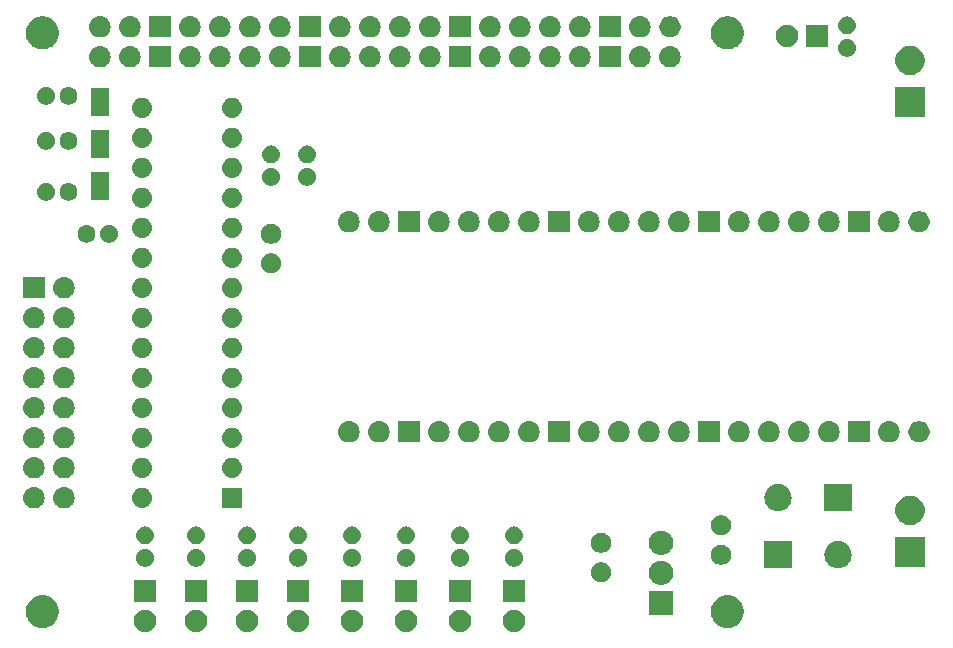
<source format=gbr>
G04 #@! TF.GenerationSoftware,KiCad,Pcbnew,5.1.4+dfsg1-1~bpo10+1*
G04 #@! TF.CreationDate,2021-09-08T12:00:35+01:00*
G04 #@! TF.ProjectId,Project01,50726f6a-6563-4743-9031-2e6b69636164,rev?*
G04 #@! TF.SameCoordinates,Original*
G04 #@! TF.FileFunction,Soldermask,Bot*
G04 #@! TF.FilePolarity,Negative*
%FSLAX46Y46*%
G04 Gerber Fmt 4.6, Leading zero omitted, Abs format (unit mm)*
G04 Created by KiCad (PCBNEW 5.1.4+dfsg1-1~bpo10+1) date 2021-09-08 12:00:35*
%MOMM*%
%LPD*%
G04 APERTURE LIST*
%ADD10C,0.100000*%
G04 APERTURE END LIST*
D10*
G36*
X158207395Y-136867546D02*
G01*
X158380466Y-136939234D01*
X158380467Y-136939235D01*
X158536227Y-137043310D01*
X158668690Y-137175773D01*
X158668691Y-137175775D01*
X158772766Y-137331534D01*
X158844454Y-137504605D01*
X158881000Y-137688333D01*
X158881000Y-137875667D01*
X158844454Y-138059395D01*
X158772766Y-138232466D01*
X158721081Y-138309818D01*
X158668690Y-138388227D01*
X158536227Y-138520690D01*
X158457818Y-138573081D01*
X158380466Y-138624766D01*
X158207395Y-138696454D01*
X158023667Y-138733000D01*
X157836333Y-138733000D01*
X157652605Y-138696454D01*
X157479534Y-138624766D01*
X157402182Y-138573081D01*
X157323773Y-138520690D01*
X157191310Y-138388227D01*
X157138919Y-138309818D01*
X157087234Y-138232466D01*
X157015546Y-138059395D01*
X156979000Y-137875667D01*
X156979000Y-137688333D01*
X157015546Y-137504605D01*
X157087234Y-137331534D01*
X157191309Y-137175775D01*
X157191310Y-137175773D01*
X157323773Y-137043310D01*
X157479533Y-136939235D01*
X157479534Y-136939234D01*
X157652605Y-136867546D01*
X157836333Y-136831000D01*
X158023667Y-136831000D01*
X158207395Y-136867546D01*
X158207395Y-136867546D01*
G37*
G36*
X153635395Y-136867546D02*
G01*
X153808466Y-136939234D01*
X153808467Y-136939235D01*
X153964227Y-137043310D01*
X154096690Y-137175773D01*
X154096691Y-137175775D01*
X154200766Y-137331534D01*
X154272454Y-137504605D01*
X154309000Y-137688333D01*
X154309000Y-137875667D01*
X154272454Y-138059395D01*
X154200766Y-138232466D01*
X154149081Y-138309818D01*
X154096690Y-138388227D01*
X153964227Y-138520690D01*
X153885818Y-138573081D01*
X153808466Y-138624766D01*
X153635395Y-138696454D01*
X153451667Y-138733000D01*
X153264333Y-138733000D01*
X153080605Y-138696454D01*
X152907534Y-138624766D01*
X152830182Y-138573081D01*
X152751773Y-138520690D01*
X152619310Y-138388227D01*
X152566919Y-138309818D01*
X152515234Y-138232466D01*
X152443546Y-138059395D01*
X152407000Y-137875667D01*
X152407000Y-137688333D01*
X152443546Y-137504605D01*
X152515234Y-137331534D01*
X152619309Y-137175775D01*
X152619310Y-137175773D01*
X152751773Y-137043310D01*
X152907533Y-136939235D01*
X152907534Y-136939234D01*
X153080605Y-136867546D01*
X153264333Y-136831000D01*
X153451667Y-136831000D01*
X153635395Y-136867546D01*
X153635395Y-136867546D01*
G37*
G36*
X126965395Y-136867546D02*
G01*
X127138466Y-136939234D01*
X127138467Y-136939235D01*
X127294227Y-137043310D01*
X127426690Y-137175773D01*
X127426691Y-137175775D01*
X127530766Y-137331534D01*
X127602454Y-137504605D01*
X127639000Y-137688333D01*
X127639000Y-137875667D01*
X127602454Y-138059395D01*
X127530766Y-138232466D01*
X127479081Y-138309818D01*
X127426690Y-138388227D01*
X127294227Y-138520690D01*
X127215818Y-138573081D01*
X127138466Y-138624766D01*
X126965395Y-138696454D01*
X126781667Y-138733000D01*
X126594333Y-138733000D01*
X126410605Y-138696454D01*
X126237534Y-138624766D01*
X126160182Y-138573081D01*
X126081773Y-138520690D01*
X125949310Y-138388227D01*
X125896919Y-138309818D01*
X125845234Y-138232466D01*
X125773546Y-138059395D01*
X125737000Y-137875667D01*
X125737000Y-137688333D01*
X125773546Y-137504605D01*
X125845234Y-137331534D01*
X125949309Y-137175775D01*
X125949310Y-137175773D01*
X126081773Y-137043310D01*
X126237533Y-136939235D01*
X126237534Y-136939234D01*
X126410605Y-136867546D01*
X126594333Y-136831000D01*
X126781667Y-136831000D01*
X126965395Y-136867546D01*
X126965395Y-136867546D01*
G37*
G36*
X131283395Y-136867546D02*
G01*
X131456466Y-136939234D01*
X131456467Y-136939235D01*
X131612227Y-137043310D01*
X131744690Y-137175773D01*
X131744691Y-137175775D01*
X131848766Y-137331534D01*
X131920454Y-137504605D01*
X131957000Y-137688333D01*
X131957000Y-137875667D01*
X131920454Y-138059395D01*
X131848766Y-138232466D01*
X131797081Y-138309818D01*
X131744690Y-138388227D01*
X131612227Y-138520690D01*
X131533818Y-138573081D01*
X131456466Y-138624766D01*
X131283395Y-138696454D01*
X131099667Y-138733000D01*
X130912333Y-138733000D01*
X130728605Y-138696454D01*
X130555534Y-138624766D01*
X130478182Y-138573081D01*
X130399773Y-138520690D01*
X130267310Y-138388227D01*
X130214919Y-138309818D01*
X130163234Y-138232466D01*
X130091546Y-138059395D01*
X130055000Y-137875667D01*
X130055000Y-137688333D01*
X130091546Y-137504605D01*
X130163234Y-137331534D01*
X130267309Y-137175775D01*
X130267310Y-137175773D01*
X130399773Y-137043310D01*
X130555533Y-136939235D01*
X130555534Y-136939234D01*
X130728605Y-136867546D01*
X130912333Y-136831000D01*
X131099667Y-136831000D01*
X131283395Y-136867546D01*
X131283395Y-136867546D01*
G37*
G36*
X135601395Y-136867546D02*
G01*
X135774466Y-136939234D01*
X135774467Y-136939235D01*
X135930227Y-137043310D01*
X136062690Y-137175773D01*
X136062691Y-137175775D01*
X136166766Y-137331534D01*
X136238454Y-137504605D01*
X136275000Y-137688333D01*
X136275000Y-137875667D01*
X136238454Y-138059395D01*
X136166766Y-138232466D01*
X136115081Y-138309818D01*
X136062690Y-138388227D01*
X135930227Y-138520690D01*
X135851818Y-138573081D01*
X135774466Y-138624766D01*
X135601395Y-138696454D01*
X135417667Y-138733000D01*
X135230333Y-138733000D01*
X135046605Y-138696454D01*
X134873534Y-138624766D01*
X134796182Y-138573081D01*
X134717773Y-138520690D01*
X134585310Y-138388227D01*
X134532919Y-138309818D01*
X134481234Y-138232466D01*
X134409546Y-138059395D01*
X134373000Y-137875667D01*
X134373000Y-137688333D01*
X134409546Y-137504605D01*
X134481234Y-137331534D01*
X134585309Y-137175775D01*
X134585310Y-137175773D01*
X134717773Y-137043310D01*
X134873533Y-136939235D01*
X134873534Y-136939234D01*
X135046605Y-136867546D01*
X135230333Y-136831000D01*
X135417667Y-136831000D01*
X135601395Y-136867546D01*
X135601395Y-136867546D01*
G37*
G36*
X144491395Y-136867546D02*
G01*
X144664466Y-136939234D01*
X144664467Y-136939235D01*
X144820227Y-137043310D01*
X144952690Y-137175773D01*
X144952691Y-137175775D01*
X145056766Y-137331534D01*
X145128454Y-137504605D01*
X145165000Y-137688333D01*
X145165000Y-137875667D01*
X145128454Y-138059395D01*
X145056766Y-138232466D01*
X145005081Y-138309818D01*
X144952690Y-138388227D01*
X144820227Y-138520690D01*
X144741818Y-138573081D01*
X144664466Y-138624766D01*
X144491395Y-138696454D01*
X144307667Y-138733000D01*
X144120333Y-138733000D01*
X143936605Y-138696454D01*
X143763534Y-138624766D01*
X143686182Y-138573081D01*
X143607773Y-138520690D01*
X143475310Y-138388227D01*
X143422919Y-138309818D01*
X143371234Y-138232466D01*
X143299546Y-138059395D01*
X143263000Y-137875667D01*
X143263000Y-137688333D01*
X143299546Y-137504605D01*
X143371234Y-137331534D01*
X143475309Y-137175775D01*
X143475310Y-137175773D01*
X143607773Y-137043310D01*
X143763533Y-136939235D01*
X143763534Y-136939234D01*
X143936605Y-136867546D01*
X144120333Y-136831000D01*
X144307667Y-136831000D01*
X144491395Y-136867546D01*
X144491395Y-136867546D01*
G37*
G36*
X139919395Y-136867546D02*
G01*
X140092466Y-136939234D01*
X140092467Y-136939235D01*
X140248227Y-137043310D01*
X140380690Y-137175773D01*
X140380691Y-137175775D01*
X140484766Y-137331534D01*
X140556454Y-137504605D01*
X140593000Y-137688333D01*
X140593000Y-137875667D01*
X140556454Y-138059395D01*
X140484766Y-138232466D01*
X140433081Y-138309818D01*
X140380690Y-138388227D01*
X140248227Y-138520690D01*
X140169818Y-138573081D01*
X140092466Y-138624766D01*
X139919395Y-138696454D01*
X139735667Y-138733000D01*
X139548333Y-138733000D01*
X139364605Y-138696454D01*
X139191534Y-138624766D01*
X139114182Y-138573081D01*
X139035773Y-138520690D01*
X138903310Y-138388227D01*
X138850919Y-138309818D01*
X138799234Y-138232466D01*
X138727546Y-138059395D01*
X138691000Y-137875667D01*
X138691000Y-137688333D01*
X138727546Y-137504605D01*
X138799234Y-137331534D01*
X138903309Y-137175775D01*
X138903310Y-137175773D01*
X139035773Y-137043310D01*
X139191533Y-136939235D01*
X139191534Y-136939234D01*
X139364605Y-136867546D01*
X139548333Y-136831000D01*
X139735667Y-136831000D01*
X139919395Y-136867546D01*
X139919395Y-136867546D01*
G37*
G36*
X149063395Y-136867546D02*
G01*
X149236466Y-136939234D01*
X149236467Y-136939235D01*
X149392227Y-137043310D01*
X149524690Y-137175773D01*
X149524691Y-137175775D01*
X149628766Y-137331534D01*
X149700454Y-137504605D01*
X149737000Y-137688333D01*
X149737000Y-137875667D01*
X149700454Y-138059395D01*
X149628766Y-138232466D01*
X149577081Y-138309818D01*
X149524690Y-138388227D01*
X149392227Y-138520690D01*
X149313818Y-138573081D01*
X149236466Y-138624766D01*
X149063395Y-138696454D01*
X148879667Y-138733000D01*
X148692333Y-138733000D01*
X148508605Y-138696454D01*
X148335534Y-138624766D01*
X148258182Y-138573081D01*
X148179773Y-138520690D01*
X148047310Y-138388227D01*
X147994919Y-138309818D01*
X147943234Y-138232466D01*
X147871546Y-138059395D01*
X147835000Y-137875667D01*
X147835000Y-137688333D01*
X147871546Y-137504605D01*
X147943234Y-137331534D01*
X148047309Y-137175775D01*
X148047310Y-137175773D01*
X148179773Y-137043310D01*
X148335533Y-136939235D01*
X148335534Y-136939234D01*
X148508605Y-136867546D01*
X148692333Y-136831000D01*
X148879667Y-136831000D01*
X149063395Y-136867546D01*
X149063395Y-136867546D01*
G37*
G36*
X176318433Y-135634893D02*
G01*
X176408657Y-135652839D01*
X176514267Y-135696585D01*
X176663621Y-135758449D01*
X176663622Y-135758450D01*
X176893086Y-135911772D01*
X177088228Y-136106914D01*
X177145748Y-136193000D01*
X177241551Y-136336379D01*
X177347161Y-136591344D01*
X177401000Y-136862012D01*
X177401000Y-137137988D01*
X177347161Y-137408656D01*
X177241551Y-137663621D01*
X177190675Y-137739763D01*
X177088228Y-137893086D01*
X176893086Y-138088228D01*
X176739763Y-138190675D01*
X176663621Y-138241551D01*
X176514267Y-138303415D01*
X176408657Y-138347161D01*
X176318433Y-138365107D01*
X176137988Y-138401000D01*
X175862012Y-138401000D01*
X175681567Y-138365107D01*
X175591343Y-138347161D01*
X175485733Y-138303415D01*
X175336379Y-138241551D01*
X175260237Y-138190675D01*
X175106914Y-138088228D01*
X174911772Y-137893086D01*
X174809325Y-137739763D01*
X174758449Y-137663621D01*
X174652839Y-137408656D01*
X174599000Y-137137988D01*
X174599000Y-136862012D01*
X174652839Y-136591344D01*
X174758449Y-136336379D01*
X174854252Y-136193000D01*
X174911772Y-136106914D01*
X175106914Y-135911772D01*
X175336378Y-135758450D01*
X175336379Y-135758449D01*
X175485733Y-135696585D01*
X175591343Y-135652839D01*
X175681567Y-135634893D01*
X175862012Y-135599000D01*
X176137988Y-135599000D01*
X176318433Y-135634893D01*
X176318433Y-135634893D01*
G37*
G36*
X118318433Y-135634893D02*
G01*
X118408657Y-135652839D01*
X118514267Y-135696585D01*
X118663621Y-135758449D01*
X118663622Y-135758450D01*
X118893086Y-135911772D01*
X119088228Y-136106914D01*
X119145748Y-136193000D01*
X119241551Y-136336379D01*
X119347161Y-136591344D01*
X119401000Y-136862012D01*
X119401000Y-137137988D01*
X119347161Y-137408656D01*
X119241551Y-137663621D01*
X119190675Y-137739763D01*
X119088228Y-137893086D01*
X118893086Y-138088228D01*
X118739763Y-138190675D01*
X118663621Y-138241551D01*
X118514267Y-138303415D01*
X118408657Y-138347161D01*
X118318433Y-138365107D01*
X118137988Y-138401000D01*
X117862012Y-138401000D01*
X117681567Y-138365107D01*
X117591343Y-138347161D01*
X117485733Y-138303415D01*
X117336379Y-138241551D01*
X117260237Y-138190675D01*
X117106914Y-138088228D01*
X116911772Y-137893086D01*
X116809325Y-137739763D01*
X116758449Y-137663621D01*
X116652839Y-137408656D01*
X116599000Y-137137988D01*
X116599000Y-136862012D01*
X116652839Y-136591344D01*
X116758449Y-136336379D01*
X116854252Y-136193000D01*
X116911772Y-136106914D01*
X117106914Y-135911772D01*
X117336378Y-135758450D01*
X117336379Y-135758449D01*
X117485733Y-135696585D01*
X117591343Y-135652839D01*
X117681567Y-135634893D01*
X117862012Y-135599000D01*
X118137988Y-135599000D01*
X118318433Y-135634893D01*
X118318433Y-135634893D01*
G37*
G36*
X171427000Y-137261500D02*
G01*
X169325000Y-137261500D01*
X169325000Y-135254500D01*
X171427000Y-135254500D01*
X171427000Y-137261500D01*
X171427000Y-137261500D01*
G37*
G36*
X145165000Y-136193000D02*
G01*
X143263000Y-136193000D01*
X143263000Y-134291000D01*
X145165000Y-134291000D01*
X145165000Y-136193000D01*
X145165000Y-136193000D01*
G37*
G36*
X127639000Y-136193000D02*
G01*
X125737000Y-136193000D01*
X125737000Y-134291000D01*
X127639000Y-134291000D01*
X127639000Y-136193000D01*
X127639000Y-136193000D01*
G37*
G36*
X149737000Y-136193000D02*
G01*
X147835000Y-136193000D01*
X147835000Y-134291000D01*
X149737000Y-134291000D01*
X149737000Y-136193000D01*
X149737000Y-136193000D01*
G37*
G36*
X140593000Y-136193000D02*
G01*
X138691000Y-136193000D01*
X138691000Y-134291000D01*
X140593000Y-134291000D01*
X140593000Y-136193000D01*
X140593000Y-136193000D01*
G37*
G36*
X136275000Y-136193000D02*
G01*
X134373000Y-136193000D01*
X134373000Y-134291000D01*
X136275000Y-134291000D01*
X136275000Y-136193000D01*
X136275000Y-136193000D01*
G37*
G36*
X158881000Y-136193000D02*
G01*
X156979000Y-136193000D01*
X156979000Y-134291000D01*
X158881000Y-134291000D01*
X158881000Y-136193000D01*
X158881000Y-136193000D01*
G37*
G36*
X131957000Y-136193000D02*
G01*
X130055000Y-136193000D01*
X130055000Y-134291000D01*
X131957000Y-134291000D01*
X131957000Y-136193000D01*
X131957000Y-136193000D01*
G37*
G36*
X154309000Y-136193000D02*
G01*
X152407000Y-136193000D01*
X152407000Y-134291000D01*
X154309000Y-134291000D01*
X154309000Y-136193000D01*
X154309000Y-136193000D01*
G37*
G36*
X170521936Y-132719340D02*
G01*
X170620220Y-132729020D01*
X170809381Y-132786401D01*
X170983712Y-132879583D01*
X171136515Y-133004985D01*
X171261917Y-133157788D01*
X171355099Y-133332119D01*
X171412480Y-133521280D01*
X171431855Y-133718000D01*
X171412480Y-133914720D01*
X171355099Y-134103881D01*
X171261917Y-134278212D01*
X171136515Y-134431015D01*
X170983712Y-134556417D01*
X170809381Y-134649599D01*
X170620220Y-134706980D01*
X170521936Y-134716660D01*
X170472795Y-134721500D01*
X170279205Y-134721500D01*
X170230064Y-134716660D01*
X170131780Y-134706980D01*
X169942619Y-134649599D01*
X169768288Y-134556417D01*
X169615485Y-134431015D01*
X169490083Y-134278212D01*
X169396901Y-134103881D01*
X169339520Y-133914720D01*
X169320145Y-133718000D01*
X169339520Y-133521280D01*
X169396901Y-133332119D01*
X169490083Y-133157788D01*
X169615485Y-133004985D01*
X169768288Y-132879583D01*
X169942619Y-132786401D01*
X170131780Y-132729020D01*
X170230064Y-132719340D01*
X170279205Y-132714500D01*
X170472795Y-132714500D01*
X170521936Y-132719340D01*
X170521936Y-132719340D01*
G37*
G36*
X165544228Y-132859703D02*
G01*
X165699100Y-132923853D01*
X165838481Y-133016985D01*
X165957015Y-133135519D01*
X166050147Y-133274900D01*
X166114297Y-133429772D01*
X166147000Y-133594184D01*
X166147000Y-133761816D01*
X166114297Y-133926228D01*
X166050147Y-134081100D01*
X165957015Y-134220481D01*
X165838481Y-134339015D01*
X165699100Y-134432147D01*
X165544228Y-134496297D01*
X165379816Y-134529000D01*
X165212184Y-134529000D01*
X165047772Y-134496297D01*
X164892900Y-134432147D01*
X164753519Y-134339015D01*
X164634985Y-134220481D01*
X164541853Y-134081100D01*
X164477703Y-133926228D01*
X164445000Y-133761816D01*
X164445000Y-133594184D01*
X164477703Y-133429772D01*
X164541853Y-133274900D01*
X164634985Y-133135519D01*
X164753519Y-133016985D01*
X164892900Y-132923853D01*
X165047772Y-132859703D01*
X165212184Y-132827000D01*
X165379816Y-132827000D01*
X165544228Y-132859703D01*
X165544228Y-132859703D01*
G37*
G36*
X185531271Y-131054103D02*
G01*
X185587635Y-131059654D01*
X185804600Y-131125470D01*
X185804602Y-131125471D01*
X186004555Y-131232347D01*
X186179818Y-131376182D01*
X186323653Y-131551445D01*
X186416879Y-131725860D01*
X186430530Y-131751400D01*
X186496346Y-131968365D01*
X186518569Y-132194000D01*
X186496346Y-132419635D01*
X186465304Y-132521967D01*
X186430529Y-132636602D01*
X186323653Y-132836555D01*
X186179818Y-133011818D01*
X186004555Y-133155653D01*
X185804602Y-133262529D01*
X185804600Y-133262530D01*
X185587635Y-133328346D01*
X185549347Y-133332117D01*
X185418545Y-133345000D01*
X185305455Y-133345000D01*
X185174653Y-133332117D01*
X185136365Y-133328346D01*
X184919400Y-133262530D01*
X184919398Y-133262529D01*
X184719445Y-133155653D01*
X184544182Y-133011818D01*
X184400347Y-132836555D01*
X184293471Y-132636602D01*
X184258697Y-132521967D01*
X184227654Y-132419635D01*
X184205431Y-132194000D01*
X184227654Y-131968365D01*
X184293470Y-131751400D01*
X184307121Y-131725860D01*
X184400347Y-131551445D01*
X184544182Y-131376182D01*
X184719445Y-131232347D01*
X184919398Y-131125471D01*
X184919400Y-131125470D01*
X185136365Y-131059654D01*
X185192729Y-131054103D01*
X185305455Y-131043000D01*
X185418545Y-131043000D01*
X185531271Y-131054103D01*
X185531271Y-131054103D01*
G37*
G36*
X181433000Y-133345000D02*
G01*
X179131000Y-133345000D01*
X179131000Y-131043000D01*
X181433000Y-131043000D01*
X181433000Y-133345000D01*
X181433000Y-133345000D01*
G37*
G36*
X131225059Y-131725860D02*
G01*
X131361732Y-131782472D01*
X131484735Y-131864660D01*
X131589340Y-131969265D01*
X131671528Y-132092268D01*
X131671529Y-132092270D01*
X131728140Y-132228941D01*
X131757000Y-132374032D01*
X131757000Y-132521968D01*
X131734199Y-132636600D01*
X131728140Y-132667059D01*
X131671528Y-132803732D01*
X131589340Y-132926735D01*
X131484735Y-133031340D01*
X131361732Y-133113528D01*
X131361731Y-133113529D01*
X131361730Y-133113529D01*
X131225059Y-133170140D01*
X131079968Y-133199000D01*
X130932032Y-133199000D01*
X130786941Y-133170140D01*
X130650270Y-133113529D01*
X130650269Y-133113529D01*
X130650268Y-133113528D01*
X130527265Y-133031340D01*
X130422660Y-132926735D01*
X130340472Y-132803732D01*
X130283860Y-132667059D01*
X130277801Y-132636600D01*
X130255000Y-132521968D01*
X130255000Y-132374032D01*
X130283860Y-132228941D01*
X130340471Y-132092270D01*
X130340472Y-132092268D01*
X130422660Y-131969265D01*
X130527265Y-131864660D01*
X130650268Y-131782472D01*
X130786941Y-131725860D01*
X130932032Y-131697000D01*
X131079968Y-131697000D01*
X131225059Y-131725860D01*
X131225059Y-131725860D01*
G37*
G36*
X139861059Y-131725860D02*
G01*
X139997732Y-131782472D01*
X140120735Y-131864660D01*
X140225340Y-131969265D01*
X140307528Y-132092268D01*
X140307529Y-132092270D01*
X140364140Y-132228941D01*
X140393000Y-132374032D01*
X140393000Y-132521968D01*
X140370199Y-132636600D01*
X140364140Y-132667059D01*
X140307528Y-132803732D01*
X140225340Y-132926735D01*
X140120735Y-133031340D01*
X139997732Y-133113528D01*
X139997731Y-133113529D01*
X139997730Y-133113529D01*
X139861059Y-133170140D01*
X139715968Y-133199000D01*
X139568032Y-133199000D01*
X139422941Y-133170140D01*
X139286270Y-133113529D01*
X139286269Y-133113529D01*
X139286268Y-133113528D01*
X139163265Y-133031340D01*
X139058660Y-132926735D01*
X138976472Y-132803732D01*
X138919860Y-132667059D01*
X138913801Y-132636600D01*
X138891000Y-132521968D01*
X138891000Y-132374032D01*
X138919860Y-132228941D01*
X138976471Y-132092270D01*
X138976472Y-132092268D01*
X139058660Y-131969265D01*
X139163265Y-131864660D01*
X139286268Y-131782472D01*
X139422941Y-131725860D01*
X139568032Y-131697000D01*
X139715968Y-131697000D01*
X139861059Y-131725860D01*
X139861059Y-131725860D01*
G37*
G36*
X126907059Y-131725860D02*
G01*
X127043732Y-131782472D01*
X127166735Y-131864660D01*
X127271340Y-131969265D01*
X127353528Y-132092268D01*
X127353529Y-132092270D01*
X127410140Y-132228941D01*
X127439000Y-132374032D01*
X127439000Y-132521968D01*
X127416199Y-132636600D01*
X127410140Y-132667059D01*
X127353528Y-132803732D01*
X127271340Y-132926735D01*
X127166735Y-133031340D01*
X127043732Y-133113528D01*
X127043731Y-133113529D01*
X127043730Y-133113529D01*
X126907059Y-133170140D01*
X126761968Y-133199000D01*
X126614032Y-133199000D01*
X126468941Y-133170140D01*
X126332270Y-133113529D01*
X126332269Y-133113529D01*
X126332268Y-133113528D01*
X126209265Y-133031340D01*
X126104660Y-132926735D01*
X126022472Y-132803732D01*
X125965860Y-132667059D01*
X125959801Y-132636600D01*
X125937000Y-132521968D01*
X125937000Y-132374032D01*
X125965860Y-132228941D01*
X126022471Y-132092270D01*
X126022472Y-132092268D01*
X126104660Y-131969265D01*
X126209265Y-131864660D01*
X126332268Y-131782472D01*
X126468941Y-131725860D01*
X126614032Y-131697000D01*
X126761968Y-131697000D01*
X126907059Y-131725860D01*
X126907059Y-131725860D01*
G37*
G36*
X158149059Y-131725860D02*
G01*
X158285732Y-131782472D01*
X158408735Y-131864660D01*
X158513340Y-131969265D01*
X158595528Y-132092268D01*
X158595529Y-132092270D01*
X158652140Y-132228941D01*
X158681000Y-132374032D01*
X158681000Y-132521968D01*
X158658199Y-132636600D01*
X158652140Y-132667059D01*
X158595528Y-132803732D01*
X158513340Y-132926735D01*
X158408735Y-133031340D01*
X158285732Y-133113528D01*
X158285731Y-133113529D01*
X158285730Y-133113529D01*
X158149059Y-133170140D01*
X158003968Y-133199000D01*
X157856032Y-133199000D01*
X157710941Y-133170140D01*
X157574270Y-133113529D01*
X157574269Y-133113529D01*
X157574268Y-133113528D01*
X157451265Y-133031340D01*
X157346660Y-132926735D01*
X157264472Y-132803732D01*
X157207860Y-132667059D01*
X157201801Y-132636600D01*
X157179000Y-132521968D01*
X157179000Y-132374032D01*
X157207860Y-132228941D01*
X157264471Y-132092270D01*
X157264472Y-132092268D01*
X157346660Y-131969265D01*
X157451265Y-131864660D01*
X157574268Y-131782472D01*
X157710941Y-131725860D01*
X157856032Y-131697000D01*
X158003968Y-131697000D01*
X158149059Y-131725860D01*
X158149059Y-131725860D01*
G37*
G36*
X149005059Y-131725860D02*
G01*
X149141732Y-131782472D01*
X149264735Y-131864660D01*
X149369340Y-131969265D01*
X149451528Y-132092268D01*
X149451529Y-132092270D01*
X149508140Y-132228941D01*
X149537000Y-132374032D01*
X149537000Y-132521968D01*
X149514199Y-132636600D01*
X149508140Y-132667059D01*
X149451528Y-132803732D01*
X149369340Y-132926735D01*
X149264735Y-133031340D01*
X149141732Y-133113528D01*
X149141731Y-133113529D01*
X149141730Y-133113529D01*
X149005059Y-133170140D01*
X148859968Y-133199000D01*
X148712032Y-133199000D01*
X148566941Y-133170140D01*
X148430270Y-133113529D01*
X148430269Y-133113529D01*
X148430268Y-133113528D01*
X148307265Y-133031340D01*
X148202660Y-132926735D01*
X148120472Y-132803732D01*
X148063860Y-132667059D01*
X148057801Y-132636600D01*
X148035000Y-132521968D01*
X148035000Y-132374032D01*
X148063860Y-132228941D01*
X148120471Y-132092270D01*
X148120472Y-132092268D01*
X148202660Y-131969265D01*
X148307265Y-131864660D01*
X148430268Y-131782472D01*
X148566941Y-131725860D01*
X148712032Y-131697000D01*
X148859968Y-131697000D01*
X149005059Y-131725860D01*
X149005059Y-131725860D01*
G37*
G36*
X135543059Y-131725860D02*
G01*
X135679732Y-131782472D01*
X135802735Y-131864660D01*
X135907340Y-131969265D01*
X135989528Y-132092268D01*
X135989529Y-132092270D01*
X136046140Y-132228941D01*
X136075000Y-132374032D01*
X136075000Y-132521968D01*
X136052199Y-132636600D01*
X136046140Y-132667059D01*
X135989528Y-132803732D01*
X135907340Y-132926735D01*
X135802735Y-133031340D01*
X135679732Y-133113528D01*
X135679731Y-133113529D01*
X135679730Y-133113529D01*
X135543059Y-133170140D01*
X135397968Y-133199000D01*
X135250032Y-133199000D01*
X135104941Y-133170140D01*
X134968270Y-133113529D01*
X134968269Y-133113529D01*
X134968268Y-133113528D01*
X134845265Y-133031340D01*
X134740660Y-132926735D01*
X134658472Y-132803732D01*
X134601860Y-132667059D01*
X134595801Y-132636600D01*
X134573000Y-132521968D01*
X134573000Y-132374032D01*
X134601860Y-132228941D01*
X134658471Y-132092270D01*
X134658472Y-132092268D01*
X134740660Y-131969265D01*
X134845265Y-131864660D01*
X134968268Y-131782472D01*
X135104941Y-131725860D01*
X135250032Y-131697000D01*
X135397968Y-131697000D01*
X135543059Y-131725860D01*
X135543059Y-131725860D01*
G37*
G36*
X144433059Y-131725860D02*
G01*
X144569732Y-131782472D01*
X144692735Y-131864660D01*
X144797340Y-131969265D01*
X144879528Y-132092268D01*
X144879529Y-132092270D01*
X144936140Y-132228941D01*
X144965000Y-132374032D01*
X144965000Y-132521968D01*
X144942199Y-132636600D01*
X144936140Y-132667059D01*
X144879528Y-132803732D01*
X144797340Y-132926735D01*
X144692735Y-133031340D01*
X144569732Y-133113528D01*
X144569731Y-133113529D01*
X144569730Y-133113529D01*
X144433059Y-133170140D01*
X144287968Y-133199000D01*
X144140032Y-133199000D01*
X143994941Y-133170140D01*
X143858270Y-133113529D01*
X143858269Y-133113529D01*
X143858268Y-133113528D01*
X143735265Y-133031340D01*
X143630660Y-132926735D01*
X143548472Y-132803732D01*
X143491860Y-132667059D01*
X143485801Y-132636600D01*
X143463000Y-132521968D01*
X143463000Y-132374032D01*
X143491860Y-132228941D01*
X143548471Y-132092270D01*
X143548472Y-132092268D01*
X143630660Y-131969265D01*
X143735265Y-131864660D01*
X143858268Y-131782472D01*
X143994941Y-131725860D01*
X144140032Y-131697000D01*
X144287968Y-131697000D01*
X144433059Y-131725860D01*
X144433059Y-131725860D01*
G37*
G36*
X153577059Y-131725860D02*
G01*
X153713732Y-131782472D01*
X153836735Y-131864660D01*
X153941340Y-131969265D01*
X154023528Y-132092268D01*
X154023529Y-132092270D01*
X154080140Y-132228941D01*
X154109000Y-132374032D01*
X154109000Y-132521968D01*
X154086199Y-132636600D01*
X154080140Y-132667059D01*
X154023528Y-132803732D01*
X153941340Y-132926735D01*
X153836735Y-133031340D01*
X153713732Y-133113528D01*
X153713731Y-133113529D01*
X153713730Y-133113529D01*
X153577059Y-133170140D01*
X153431968Y-133199000D01*
X153284032Y-133199000D01*
X153138941Y-133170140D01*
X153002270Y-133113529D01*
X153002269Y-133113529D01*
X153002268Y-133113528D01*
X152879265Y-133031340D01*
X152774660Y-132926735D01*
X152692472Y-132803732D01*
X152635860Y-132667059D01*
X152629801Y-132636600D01*
X152607000Y-132521968D01*
X152607000Y-132374032D01*
X152635860Y-132228941D01*
X152692471Y-132092270D01*
X152692472Y-132092268D01*
X152774660Y-131969265D01*
X152879265Y-131864660D01*
X153002268Y-131782472D01*
X153138941Y-131725860D01*
X153284032Y-131697000D01*
X153431968Y-131697000D01*
X153577059Y-131725860D01*
X153577059Y-131725860D01*
G37*
G36*
X192709000Y-133191000D02*
G01*
X190207000Y-133191000D01*
X190207000Y-130689000D01*
X192709000Y-130689000D01*
X192709000Y-133191000D01*
X192709000Y-133191000D01*
G37*
G36*
X175704228Y-131375703D02*
G01*
X175859100Y-131439853D01*
X175998481Y-131532985D01*
X176117015Y-131651519D01*
X176210147Y-131790900D01*
X176274297Y-131945772D01*
X176307000Y-132110184D01*
X176307000Y-132277816D01*
X176274297Y-132442228D01*
X176210147Y-132597100D01*
X176117015Y-132736481D01*
X175998481Y-132855015D01*
X175859100Y-132948147D01*
X175704228Y-133012297D01*
X175539816Y-133045000D01*
X175372184Y-133045000D01*
X175207772Y-133012297D01*
X175052900Y-132948147D01*
X174913519Y-132855015D01*
X174794985Y-132736481D01*
X174701853Y-132597100D01*
X174637703Y-132442228D01*
X174605000Y-132277816D01*
X174605000Y-132110184D01*
X174637703Y-131945772D01*
X174701853Y-131790900D01*
X174794985Y-131651519D01*
X174913519Y-131532985D01*
X175052900Y-131439853D01*
X175207772Y-131375703D01*
X175372184Y-131343000D01*
X175539816Y-131343000D01*
X175704228Y-131375703D01*
X175704228Y-131375703D01*
G37*
G36*
X170521936Y-130179340D02*
G01*
X170620220Y-130189020D01*
X170809381Y-130246401D01*
X170983712Y-130339583D01*
X171136515Y-130464985D01*
X171261917Y-130617788D01*
X171355099Y-130792119D01*
X171412480Y-130981280D01*
X171431855Y-131178000D01*
X171412480Y-131374720D01*
X171355099Y-131563881D01*
X171261917Y-131738212D01*
X171136515Y-131891015D01*
X170983712Y-132016417D01*
X170809381Y-132109599D01*
X170620220Y-132166980D01*
X170521936Y-132176660D01*
X170472795Y-132181500D01*
X170279205Y-132181500D01*
X170230064Y-132176660D01*
X170131780Y-132166980D01*
X169942619Y-132109599D01*
X169768288Y-132016417D01*
X169615485Y-131891015D01*
X169490083Y-131738212D01*
X169396901Y-131563881D01*
X169339520Y-131374720D01*
X169320145Y-131178000D01*
X169339520Y-130981280D01*
X169396901Y-130792119D01*
X169490083Y-130617788D01*
X169615485Y-130464985D01*
X169768288Y-130339583D01*
X169942619Y-130246401D01*
X170131780Y-130189020D01*
X170230064Y-130179340D01*
X170279205Y-130174500D01*
X170472795Y-130174500D01*
X170521936Y-130179340D01*
X170521936Y-130179340D01*
G37*
G36*
X165544228Y-130359703D02*
G01*
X165699100Y-130423853D01*
X165838481Y-130516985D01*
X165957015Y-130635519D01*
X166050147Y-130774900D01*
X166114297Y-130929772D01*
X166147000Y-131094184D01*
X166147000Y-131261816D01*
X166114297Y-131426228D01*
X166050147Y-131581100D01*
X165957015Y-131720481D01*
X165838481Y-131839015D01*
X165699100Y-131932147D01*
X165544228Y-131996297D01*
X165379816Y-132029000D01*
X165212184Y-132029000D01*
X165047772Y-131996297D01*
X164892900Y-131932147D01*
X164753519Y-131839015D01*
X164634985Y-131720481D01*
X164541853Y-131581100D01*
X164477703Y-131426228D01*
X164445000Y-131261816D01*
X164445000Y-131094184D01*
X164477703Y-130929772D01*
X164541853Y-130774900D01*
X164634985Y-130635519D01*
X164753519Y-130516985D01*
X164892900Y-130423853D01*
X165047772Y-130359703D01*
X165212184Y-130327000D01*
X165379816Y-130327000D01*
X165544228Y-130359703D01*
X165544228Y-130359703D01*
G37*
G36*
X139715665Y-129800622D02*
G01*
X139789222Y-129807867D01*
X139930786Y-129850810D01*
X140061252Y-129920546D01*
X140087673Y-129942229D01*
X140175607Y-130014393D01*
X140243479Y-130097097D01*
X140269454Y-130128748D01*
X140339190Y-130259214D01*
X140382133Y-130400778D01*
X140396633Y-130548000D01*
X140382133Y-130695222D01*
X140339190Y-130836786D01*
X140269454Y-130967252D01*
X140257940Y-130981282D01*
X140175607Y-131081607D01*
X140091040Y-131151008D01*
X140061252Y-131175454D01*
X139930786Y-131245190D01*
X139789222Y-131288133D01*
X139715665Y-131295378D01*
X139678888Y-131299000D01*
X139605112Y-131299000D01*
X139568335Y-131295378D01*
X139494778Y-131288133D01*
X139353214Y-131245190D01*
X139222748Y-131175454D01*
X139192960Y-131151008D01*
X139108393Y-131081607D01*
X139026060Y-130981282D01*
X139014546Y-130967252D01*
X138944810Y-130836786D01*
X138901867Y-130695222D01*
X138887367Y-130548000D01*
X138901867Y-130400778D01*
X138944810Y-130259214D01*
X139014546Y-130128748D01*
X139040521Y-130097097D01*
X139108393Y-130014393D01*
X139196327Y-129942229D01*
X139222748Y-129920546D01*
X139353214Y-129850810D01*
X139494778Y-129807867D01*
X139568335Y-129800622D01*
X139605112Y-129797000D01*
X139678888Y-129797000D01*
X139715665Y-129800622D01*
X139715665Y-129800622D01*
G37*
G36*
X158003665Y-129800622D02*
G01*
X158077222Y-129807867D01*
X158218786Y-129850810D01*
X158349252Y-129920546D01*
X158375673Y-129942229D01*
X158463607Y-130014393D01*
X158531479Y-130097097D01*
X158557454Y-130128748D01*
X158627190Y-130259214D01*
X158670133Y-130400778D01*
X158684633Y-130548000D01*
X158670133Y-130695222D01*
X158627190Y-130836786D01*
X158557454Y-130967252D01*
X158545940Y-130981282D01*
X158463607Y-131081607D01*
X158379040Y-131151008D01*
X158349252Y-131175454D01*
X158218786Y-131245190D01*
X158077222Y-131288133D01*
X158003665Y-131295378D01*
X157966888Y-131299000D01*
X157893112Y-131299000D01*
X157856335Y-131295378D01*
X157782778Y-131288133D01*
X157641214Y-131245190D01*
X157510748Y-131175454D01*
X157480960Y-131151008D01*
X157396393Y-131081607D01*
X157314060Y-130981282D01*
X157302546Y-130967252D01*
X157232810Y-130836786D01*
X157189867Y-130695222D01*
X157175367Y-130548000D01*
X157189867Y-130400778D01*
X157232810Y-130259214D01*
X157302546Y-130128748D01*
X157328521Y-130097097D01*
X157396393Y-130014393D01*
X157484327Y-129942229D01*
X157510748Y-129920546D01*
X157641214Y-129850810D01*
X157782778Y-129807867D01*
X157856335Y-129800622D01*
X157893112Y-129797000D01*
X157966888Y-129797000D01*
X158003665Y-129800622D01*
X158003665Y-129800622D01*
G37*
G36*
X153431665Y-129800622D02*
G01*
X153505222Y-129807867D01*
X153646786Y-129850810D01*
X153777252Y-129920546D01*
X153803673Y-129942229D01*
X153891607Y-130014393D01*
X153959479Y-130097097D01*
X153985454Y-130128748D01*
X154055190Y-130259214D01*
X154098133Y-130400778D01*
X154112633Y-130548000D01*
X154098133Y-130695222D01*
X154055190Y-130836786D01*
X153985454Y-130967252D01*
X153973940Y-130981282D01*
X153891607Y-131081607D01*
X153807040Y-131151008D01*
X153777252Y-131175454D01*
X153646786Y-131245190D01*
X153505222Y-131288133D01*
X153431665Y-131295378D01*
X153394888Y-131299000D01*
X153321112Y-131299000D01*
X153284335Y-131295378D01*
X153210778Y-131288133D01*
X153069214Y-131245190D01*
X152938748Y-131175454D01*
X152908960Y-131151008D01*
X152824393Y-131081607D01*
X152742060Y-130981282D01*
X152730546Y-130967252D01*
X152660810Y-130836786D01*
X152617867Y-130695222D01*
X152603367Y-130548000D01*
X152617867Y-130400778D01*
X152660810Y-130259214D01*
X152730546Y-130128748D01*
X152756521Y-130097097D01*
X152824393Y-130014393D01*
X152912327Y-129942229D01*
X152938748Y-129920546D01*
X153069214Y-129850810D01*
X153210778Y-129807867D01*
X153284335Y-129800622D01*
X153321112Y-129797000D01*
X153394888Y-129797000D01*
X153431665Y-129800622D01*
X153431665Y-129800622D01*
G37*
G36*
X148859665Y-129800622D02*
G01*
X148933222Y-129807867D01*
X149074786Y-129850810D01*
X149205252Y-129920546D01*
X149231673Y-129942229D01*
X149319607Y-130014393D01*
X149387479Y-130097097D01*
X149413454Y-130128748D01*
X149483190Y-130259214D01*
X149526133Y-130400778D01*
X149540633Y-130548000D01*
X149526133Y-130695222D01*
X149483190Y-130836786D01*
X149413454Y-130967252D01*
X149401940Y-130981282D01*
X149319607Y-131081607D01*
X149235040Y-131151008D01*
X149205252Y-131175454D01*
X149074786Y-131245190D01*
X148933222Y-131288133D01*
X148859665Y-131295378D01*
X148822888Y-131299000D01*
X148749112Y-131299000D01*
X148712335Y-131295378D01*
X148638778Y-131288133D01*
X148497214Y-131245190D01*
X148366748Y-131175454D01*
X148336960Y-131151008D01*
X148252393Y-131081607D01*
X148170060Y-130981282D01*
X148158546Y-130967252D01*
X148088810Y-130836786D01*
X148045867Y-130695222D01*
X148031367Y-130548000D01*
X148045867Y-130400778D01*
X148088810Y-130259214D01*
X148158546Y-130128748D01*
X148184521Y-130097097D01*
X148252393Y-130014393D01*
X148340327Y-129942229D01*
X148366748Y-129920546D01*
X148497214Y-129850810D01*
X148638778Y-129807867D01*
X148712335Y-129800622D01*
X148749112Y-129797000D01*
X148822888Y-129797000D01*
X148859665Y-129800622D01*
X148859665Y-129800622D01*
G37*
G36*
X144287665Y-129800622D02*
G01*
X144361222Y-129807867D01*
X144502786Y-129850810D01*
X144633252Y-129920546D01*
X144659673Y-129942229D01*
X144747607Y-130014393D01*
X144815479Y-130097097D01*
X144841454Y-130128748D01*
X144911190Y-130259214D01*
X144954133Y-130400778D01*
X144968633Y-130548000D01*
X144954133Y-130695222D01*
X144911190Y-130836786D01*
X144841454Y-130967252D01*
X144829940Y-130981282D01*
X144747607Y-131081607D01*
X144663040Y-131151008D01*
X144633252Y-131175454D01*
X144502786Y-131245190D01*
X144361222Y-131288133D01*
X144287665Y-131295378D01*
X144250888Y-131299000D01*
X144177112Y-131299000D01*
X144140335Y-131295378D01*
X144066778Y-131288133D01*
X143925214Y-131245190D01*
X143794748Y-131175454D01*
X143764960Y-131151008D01*
X143680393Y-131081607D01*
X143598060Y-130981282D01*
X143586546Y-130967252D01*
X143516810Y-130836786D01*
X143473867Y-130695222D01*
X143459367Y-130548000D01*
X143473867Y-130400778D01*
X143516810Y-130259214D01*
X143586546Y-130128748D01*
X143612521Y-130097097D01*
X143680393Y-130014393D01*
X143768327Y-129942229D01*
X143794748Y-129920546D01*
X143925214Y-129850810D01*
X144066778Y-129807867D01*
X144140335Y-129800622D01*
X144177112Y-129797000D01*
X144250888Y-129797000D01*
X144287665Y-129800622D01*
X144287665Y-129800622D01*
G37*
G36*
X135397665Y-129800622D02*
G01*
X135471222Y-129807867D01*
X135612786Y-129850810D01*
X135743252Y-129920546D01*
X135769673Y-129942229D01*
X135857607Y-130014393D01*
X135925479Y-130097097D01*
X135951454Y-130128748D01*
X136021190Y-130259214D01*
X136064133Y-130400778D01*
X136078633Y-130548000D01*
X136064133Y-130695222D01*
X136021190Y-130836786D01*
X135951454Y-130967252D01*
X135939940Y-130981282D01*
X135857607Y-131081607D01*
X135773040Y-131151008D01*
X135743252Y-131175454D01*
X135612786Y-131245190D01*
X135471222Y-131288133D01*
X135397665Y-131295378D01*
X135360888Y-131299000D01*
X135287112Y-131299000D01*
X135250335Y-131295378D01*
X135176778Y-131288133D01*
X135035214Y-131245190D01*
X134904748Y-131175454D01*
X134874960Y-131151008D01*
X134790393Y-131081607D01*
X134708060Y-130981282D01*
X134696546Y-130967252D01*
X134626810Y-130836786D01*
X134583867Y-130695222D01*
X134569367Y-130548000D01*
X134583867Y-130400778D01*
X134626810Y-130259214D01*
X134696546Y-130128748D01*
X134722521Y-130097097D01*
X134790393Y-130014393D01*
X134878327Y-129942229D01*
X134904748Y-129920546D01*
X135035214Y-129850810D01*
X135176778Y-129807867D01*
X135250335Y-129800622D01*
X135287112Y-129797000D01*
X135360888Y-129797000D01*
X135397665Y-129800622D01*
X135397665Y-129800622D01*
G37*
G36*
X131079665Y-129800622D02*
G01*
X131153222Y-129807867D01*
X131294786Y-129850810D01*
X131425252Y-129920546D01*
X131451673Y-129942229D01*
X131539607Y-130014393D01*
X131607479Y-130097097D01*
X131633454Y-130128748D01*
X131703190Y-130259214D01*
X131746133Y-130400778D01*
X131760633Y-130548000D01*
X131746133Y-130695222D01*
X131703190Y-130836786D01*
X131633454Y-130967252D01*
X131621940Y-130981282D01*
X131539607Y-131081607D01*
X131455040Y-131151008D01*
X131425252Y-131175454D01*
X131294786Y-131245190D01*
X131153222Y-131288133D01*
X131079665Y-131295378D01*
X131042888Y-131299000D01*
X130969112Y-131299000D01*
X130932335Y-131295378D01*
X130858778Y-131288133D01*
X130717214Y-131245190D01*
X130586748Y-131175454D01*
X130556960Y-131151008D01*
X130472393Y-131081607D01*
X130390060Y-130981282D01*
X130378546Y-130967252D01*
X130308810Y-130836786D01*
X130265867Y-130695222D01*
X130251367Y-130548000D01*
X130265867Y-130400778D01*
X130308810Y-130259214D01*
X130378546Y-130128748D01*
X130404521Y-130097097D01*
X130472393Y-130014393D01*
X130560327Y-129942229D01*
X130586748Y-129920546D01*
X130717214Y-129850810D01*
X130858778Y-129807867D01*
X130932335Y-129800622D01*
X130969112Y-129797000D01*
X131042888Y-129797000D01*
X131079665Y-129800622D01*
X131079665Y-129800622D01*
G37*
G36*
X126761665Y-129800622D02*
G01*
X126835222Y-129807867D01*
X126976786Y-129850810D01*
X127107252Y-129920546D01*
X127133673Y-129942229D01*
X127221607Y-130014393D01*
X127289479Y-130097097D01*
X127315454Y-130128748D01*
X127385190Y-130259214D01*
X127428133Y-130400778D01*
X127442633Y-130548000D01*
X127428133Y-130695222D01*
X127385190Y-130836786D01*
X127315454Y-130967252D01*
X127303940Y-130981282D01*
X127221607Y-131081607D01*
X127137040Y-131151008D01*
X127107252Y-131175454D01*
X126976786Y-131245190D01*
X126835222Y-131288133D01*
X126761665Y-131295378D01*
X126724888Y-131299000D01*
X126651112Y-131299000D01*
X126614335Y-131295378D01*
X126540778Y-131288133D01*
X126399214Y-131245190D01*
X126268748Y-131175454D01*
X126238960Y-131151008D01*
X126154393Y-131081607D01*
X126072060Y-130981282D01*
X126060546Y-130967252D01*
X125990810Y-130836786D01*
X125947867Y-130695222D01*
X125933367Y-130548000D01*
X125947867Y-130400778D01*
X125990810Y-130259214D01*
X126060546Y-130128748D01*
X126086521Y-130097097D01*
X126154393Y-130014393D01*
X126242327Y-129942229D01*
X126268748Y-129920546D01*
X126399214Y-129850810D01*
X126540778Y-129807867D01*
X126614335Y-129800622D01*
X126651112Y-129797000D01*
X126724888Y-129797000D01*
X126761665Y-129800622D01*
X126761665Y-129800622D01*
G37*
G36*
X175704228Y-128875703D02*
G01*
X175859100Y-128939853D01*
X175998481Y-129032985D01*
X176117015Y-129151519D01*
X176210147Y-129290900D01*
X176274297Y-129445772D01*
X176307000Y-129610184D01*
X176307000Y-129777816D01*
X176274297Y-129942228D01*
X176210147Y-130097100D01*
X176117015Y-130236481D01*
X175998481Y-130355015D01*
X175859100Y-130448147D01*
X175704228Y-130512297D01*
X175539816Y-130545000D01*
X175372184Y-130545000D01*
X175207772Y-130512297D01*
X175052900Y-130448147D01*
X174913519Y-130355015D01*
X174794985Y-130236481D01*
X174701853Y-130097100D01*
X174637703Y-129942228D01*
X174605000Y-129777816D01*
X174605000Y-129610184D01*
X174637703Y-129445772D01*
X174701853Y-129290900D01*
X174794985Y-129151519D01*
X174913519Y-129032985D01*
X175052900Y-128939853D01*
X175207772Y-128875703D01*
X175372184Y-128843000D01*
X175539816Y-128843000D01*
X175704228Y-128875703D01*
X175704228Y-128875703D01*
G37*
G36*
X191822903Y-127237075D02*
G01*
X192050571Y-127331378D01*
X192255466Y-127468285D01*
X192429715Y-127642534D01*
X192566622Y-127847429D01*
X192566623Y-127847431D01*
X192660925Y-128075097D01*
X192696902Y-128255963D01*
X192709000Y-128316787D01*
X192709000Y-128563213D01*
X192660925Y-128804903D01*
X192566622Y-129032571D01*
X192429715Y-129237466D01*
X192255466Y-129411715D01*
X192050571Y-129548622D01*
X192050570Y-129548623D01*
X192050569Y-129548623D01*
X191822903Y-129642925D01*
X191581214Y-129691000D01*
X191334786Y-129691000D01*
X191093097Y-129642925D01*
X190865431Y-129548623D01*
X190865430Y-129548623D01*
X190865429Y-129548622D01*
X190660534Y-129411715D01*
X190486285Y-129237466D01*
X190349378Y-129032571D01*
X190255075Y-128804903D01*
X190207000Y-128563213D01*
X190207000Y-128316787D01*
X190219099Y-128255963D01*
X190255075Y-128075097D01*
X190349377Y-127847431D01*
X190349378Y-127847429D01*
X190486285Y-127642534D01*
X190660534Y-127468285D01*
X190865429Y-127331378D01*
X191093097Y-127237075D01*
X191334786Y-127189000D01*
X191581214Y-127189000D01*
X191822903Y-127237075D01*
X191822903Y-127237075D01*
G37*
G36*
X186513000Y-128519000D02*
G01*
X184211000Y-128519000D01*
X184211000Y-126217000D01*
X186513000Y-126217000D01*
X186513000Y-128519000D01*
X186513000Y-128519000D01*
G37*
G36*
X180451271Y-126228103D02*
G01*
X180507635Y-126233654D01*
X180724600Y-126299470D01*
X180724602Y-126299471D01*
X180924555Y-126406347D01*
X181099818Y-126550182D01*
X181243653Y-126725445D01*
X181333170Y-126892922D01*
X181350530Y-126925400D01*
X181416346Y-127142365D01*
X181438569Y-127368000D01*
X181416346Y-127593635D01*
X181385524Y-127695242D01*
X181350529Y-127810602D01*
X181243653Y-128010555D01*
X181099818Y-128185818D01*
X180924555Y-128329653D01*
X180724602Y-128436529D01*
X180724600Y-128436530D01*
X180507635Y-128502346D01*
X180451271Y-128507897D01*
X180338545Y-128519000D01*
X180225455Y-128519000D01*
X180112729Y-128507897D01*
X180056365Y-128502346D01*
X179839400Y-128436530D01*
X179839398Y-128436529D01*
X179639445Y-128329653D01*
X179464182Y-128185818D01*
X179320347Y-128010555D01*
X179213471Y-127810602D01*
X179178477Y-127695242D01*
X179147654Y-127593635D01*
X179125431Y-127368000D01*
X179147654Y-127142365D01*
X179213470Y-126925400D01*
X179230830Y-126892922D01*
X179320347Y-126725445D01*
X179464182Y-126550182D01*
X179639445Y-126406347D01*
X179839398Y-126299471D01*
X179839400Y-126299470D01*
X180056365Y-126233654D01*
X180112729Y-126228103D01*
X180225455Y-126217000D01*
X180338545Y-126217000D01*
X180451271Y-126228103D01*
X180451271Y-126228103D01*
G37*
G36*
X117400443Y-126473519D02*
G01*
X117466627Y-126480037D01*
X117636466Y-126531557D01*
X117792991Y-126615222D01*
X117828729Y-126644552D01*
X117930186Y-126727814D01*
X118013448Y-126829271D01*
X118042778Y-126865009D01*
X118126443Y-127021534D01*
X118177963Y-127191373D01*
X118195359Y-127368000D01*
X118177963Y-127544627D01*
X118126443Y-127714466D01*
X118042778Y-127870991D01*
X118013448Y-127906729D01*
X117930186Y-128008186D01*
X117828729Y-128091448D01*
X117792991Y-128120778D01*
X117636466Y-128204443D01*
X117466627Y-128255963D01*
X117400443Y-128262481D01*
X117334260Y-128269000D01*
X117245740Y-128269000D01*
X117179557Y-128262481D01*
X117113373Y-128255963D01*
X116943534Y-128204443D01*
X116787009Y-128120778D01*
X116751271Y-128091448D01*
X116649814Y-128008186D01*
X116566552Y-127906729D01*
X116537222Y-127870991D01*
X116453557Y-127714466D01*
X116402037Y-127544627D01*
X116384641Y-127368000D01*
X116402037Y-127191373D01*
X116453557Y-127021534D01*
X116537222Y-126865009D01*
X116566552Y-126829271D01*
X116649814Y-126727814D01*
X116751271Y-126644552D01*
X116787009Y-126615222D01*
X116943534Y-126531557D01*
X117113373Y-126480037D01*
X117179557Y-126473519D01*
X117245740Y-126467000D01*
X117334260Y-126467000D01*
X117400443Y-126473519D01*
X117400443Y-126473519D01*
G37*
G36*
X119940443Y-126473519D02*
G01*
X120006627Y-126480037D01*
X120176466Y-126531557D01*
X120332991Y-126615222D01*
X120368729Y-126644552D01*
X120470186Y-126727814D01*
X120553448Y-126829271D01*
X120582778Y-126865009D01*
X120666443Y-127021534D01*
X120717963Y-127191373D01*
X120735359Y-127368000D01*
X120717963Y-127544627D01*
X120666443Y-127714466D01*
X120582778Y-127870991D01*
X120553448Y-127906729D01*
X120470186Y-128008186D01*
X120368729Y-128091448D01*
X120332991Y-128120778D01*
X120176466Y-128204443D01*
X120006627Y-128255963D01*
X119940443Y-128262481D01*
X119874260Y-128269000D01*
X119785740Y-128269000D01*
X119719557Y-128262481D01*
X119653373Y-128255963D01*
X119483534Y-128204443D01*
X119327009Y-128120778D01*
X119291271Y-128091448D01*
X119189814Y-128008186D01*
X119106552Y-127906729D01*
X119077222Y-127870991D01*
X118993557Y-127714466D01*
X118942037Y-127544627D01*
X118924641Y-127368000D01*
X118942037Y-127191373D01*
X118993557Y-127021534D01*
X119077222Y-126865009D01*
X119106552Y-126829271D01*
X119189814Y-126727814D01*
X119291271Y-126644552D01*
X119327009Y-126615222D01*
X119483534Y-126531557D01*
X119653373Y-126480037D01*
X119719557Y-126473519D01*
X119785740Y-126467000D01*
X119874260Y-126467000D01*
X119940443Y-126473519D01*
X119940443Y-126473519D01*
G37*
G36*
X126600823Y-126529313D02*
G01*
X126761242Y-126577976D01*
X126830922Y-126615221D01*
X126909078Y-126656996D01*
X127038659Y-126763341D01*
X127145004Y-126892922D01*
X127145005Y-126892924D01*
X127224024Y-127040758D01*
X127272687Y-127201177D01*
X127289117Y-127368000D01*
X127272687Y-127534823D01*
X127224024Y-127695242D01*
X127213747Y-127714468D01*
X127145004Y-127843078D01*
X127038659Y-127972659D01*
X126909078Y-128079004D01*
X126909076Y-128079005D01*
X126761242Y-128158024D01*
X126600823Y-128206687D01*
X126475804Y-128219000D01*
X126392196Y-128219000D01*
X126267177Y-128206687D01*
X126106758Y-128158024D01*
X125958924Y-128079005D01*
X125958922Y-128079004D01*
X125829341Y-127972659D01*
X125722996Y-127843078D01*
X125654253Y-127714468D01*
X125643976Y-127695242D01*
X125595313Y-127534823D01*
X125578883Y-127368000D01*
X125595313Y-127201177D01*
X125643976Y-127040758D01*
X125722995Y-126892924D01*
X125722996Y-126892922D01*
X125829341Y-126763341D01*
X125958922Y-126656996D01*
X126037078Y-126615221D01*
X126106758Y-126577976D01*
X126267177Y-126529313D01*
X126392196Y-126517000D01*
X126475804Y-126517000D01*
X126600823Y-126529313D01*
X126600823Y-126529313D01*
G37*
G36*
X134905000Y-128219000D02*
G01*
X133203000Y-128219000D01*
X133203000Y-126517000D01*
X134905000Y-126517000D01*
X134905000Y-128219000D01*
X134905000Y-128219000D01*
G37*
G36*
X119940442Y-123933518D02*
G01*
X120006627Y-123940037D01*
X120176466Y-123991557D01*
X120332991Y-124075222D01*
X120368729Y-124104552D01*
X120470186Y-124187814D01*
X120553448Y-124289271D01*
X120582778Y-124325009D01*
X120666443Y-124481534D01*
X120717963Y-124651373D01*
X120735359Y-124828000D01*
X120717963Y-125004627D01*
X120666443Y-125174466D01*
X120582778Y-125330991D01*
X120553448Y-125366729D01*
X120470186Y-125468186D01*
X120368729Y-125551448D01*
X120332991Y-125580778D01*
X120176466Y-125664443D01*
X120006627Y-125715963D01*
X119940443Y-125722481D01*
X119874260Y-125729000D01*
X119785740Y-125729000D01*
X119719557Y-125722481D01*
X119653373Y-125715963D01*
X119483534Y-125664443D01*
X119327009Y-125580778D01*
X119291271Y-125551448D01*
X119189814Y-125468186D01*
X119106552Y-125366729D01*
X119077222Y-125330991D01*
X118993557Y-125174466D01*
X118942037Y-125004627D01*
X118924641Y-124828000D01*
X118942037Y-124651373D01*
X118993557Y-124481534D01*
X119077222Y-124325009D01*
X119106552Y-124289271D01*
X119189814Y-124187814D01*
X119291271Y-124104552D01*
X119327009Y-124075222D01*
X119483534Y-123991557D01*
X119653373Y-123940037D01*
X119719558Y-123933518D01*
X119785740Y-123927000D01*
X119874260Y-123927000D01*
X119940442Y-123933518D01*
X119940442Y-123933518D01*
G37*
G36*
X117400442Y-123933518D02*
G01*
X117466627Y-123940037D01*
X117636466Y-123991557D01*
X117792991Y-124075222D01*
X117828729Y-124104552D01*
X117930186Y-124187814D01*
X118013448Y-124289271D01*
X118042778Y-124325009D01*
X118126443Y-124481534D01*
X118177963Y-124651373D01*
X118195359Y-124828000D01*
X118177963Y-125004627D01*
X118126443Y-125174466D01*
X118042778Y-125330991D01*
X118013448Y-125366729D01*
X117930186Y-125468186D01*
X117828729Y-125551448D01*
X117792991Y-125580778D01*
X117636466Y-125664443D01*
X117466627Y-125715963D01*
X117400443Y-125722481D01*
X117334260Y-125729000D01*
X117245740Y-125729000D01*
X117179557Y-125722481D01*
X117113373Y-125715963D01*
X116943534Y-125664443D01*
X116787009Y-125580778D01*
X116751271Y-125551448D01*
X116649814Y-125468186D01*
X116566552Y-125366729D01*
X116537222Y-125330991D01*
X116453557Y-125174466D01*
X116402037Y-125004627D01*
X116384641Y-124828000D01*
X116402037Y-124651373D01*
X116453557Y-124481534D01*
X116537222Y-124325009D01*
X116566552Y-124289271D01*
X116649814Y-124187814D01*
X116751271Y-124104552D01*
X116787009Y-124075222D01*
X116943534Y-123991557D01*
X117113373Y-123940037D01*
X117179558Y-123933518D01*
X117245740Y-123927000D01*
X117334260Y-123927000D01*
X117400442Y-123933518D01*
X117400442Y-123933518D01*
G37*
G36*
X134220823Y-123989313D02*
G01*
X134381242Y-124037976D01*
X134450922Y-124075221D01*
X134529078Y-124116996D01*
X134658659Y-124223341D01*
X134765004Y-124352922D01*
X134765005Y-124352924D01*
X134844024Y-124500758D01*
X134892687Y-124661177D01*
X134909117Y-124828000D01*
X134892687Y-124994823D01*
X134844024Y-125155242D01*
X134833747Y-125174468D01*
X134765004Y-125303078D01*
X134658659Y-125432659D01*
X134529078Y-125539004D01*
X134529076Y-125539005D01*
X134381242Y-125618024D01*
X134220823Y-125666687D01*
X134095804Y-125679000D01*
X134012196Y-125679000D01*
X133887177Y-125666687D01*
X133726758Y-125618024D01*
X133578924Y-125539005D01*
X133578922Y-125539004D01*
X133449341Y-125432659D01*
X133342996Y-125303078D01*
X133274253Y-125174468D01*
X133263976Y-125155242D01*
X133215313Y-124994823D01*
X133198883Y-124828000D01*
X133215313Y-124661177D01*
X133263976Y-124500758D01*
X133342995Y-124352924D01*
X133342996Y-124352922D01*
X133449341Y-124223341D01*
X133578922Y-124116996D01*
X133657078Y-124075221D01*
X133726758Y-124037976D01*
X133887177Y-123989313D01*
X134012196Y-123977000D01*
X134095804Y-123977000D01*
X134220823Y-123989313D01*
X134220823Y-123989313D01*
G37*
G36*
X126600823Y-123989313D02*
G01*
X126761242Y-124037976D01*
X126830922Y-124075221D01*
X126909078Y-124116996D01*
X127038659Y-124223341D01*
X127145004Y-124352922D01*
X127145005Y-124352924D01*
X127224024Y-124500758D01*
X127272687Y-124661177D01*
X127289117Y-124828000D01*
X127272687Y-124994823D01*
X127224024Y-125155242D01*
X127213747Y-125174468D01*
X127145004Y-125303078D01*
X127038659Y-125432659D01*
X126909078Y-125539004D01*
X126909076Y-125539005D01*
X126761242Y-125618024D01*
X126600823Y-125666687D01*
X126475804Y-125679000D01*
X126392196Y-125679000D01*
X126267177Y-125666687D01*
X126106758Y-125618024D01*
X125958924Y-125539005D01*
X125958922Y-125539004D01*
X125829341Y-125432659D01*
X125722996Y-125303078D01*
X125654253Y-125174468D01*
X125643976Y-125155242D01*
X125595313Y-124994823D01*
X125578883Y-124828000D01*
X125595313Y-124661177D01*
X125643976Y-124500758D01*
X125722995Y-124352924D01*
X125722996Y-124352922D01*
X125829341Y-124223341D01*
X125958922Y-124116996D01*
X126037078Y-124075221D01*
X126106758Y-124037976D01*
X126267177Y-123989313D01*
X126392196Y-123977000D01*
X126475804Y-123977000D01*
X126600823Y-123989313D01*
X126600823Y-123989313D01*
G37*
G36*
X117400443Y-121393519D02*
G01*
X117466627Y-121400037D01*
X117636466Y-121451557D01*
X117792991Y-121535222D01*
X117828729Y-121564552D01*
X117930186Y-121647814D01*
X118013448Y-121749271D01*
X118042778Y-121785009D01*
X118126443Y-121941534D01*
X118177963Y-122111373D01*
X118195359Y-122288000D01*
X118177963Y-122464627D01*
X118131910Y-122616443D01*
X118126442Y-122634468D01*
X118120077Y-122646376D01*
X118042778Y-122790991D01*
X118013448Y-122826729D01*
X117930186Y-122928186D01*
X117828729Y-123011448D01*
X117792991Y-123040778D01*
X117636466Y-123124443D01*
X117466627Y-123175963D01*
X117400443Y-123182481D01*
X117334260Y-123189000D01*
X117245740Y-123189000D01*
X117179557Y-123182481D01*
X117113373Y-123175963D01*
X116943534Y-123124443D01*
X116787009Y-123040778D01*
X116751271Y-123011448D01*
X116649814Y-122928186D01*
X116566552Y-122826729D01*
X116537222Y-122790991D01*
X116459923Y-122646376D01*
X116453558Y-122634468D01*
X116448090Y-122616443D01*
X116402037Y-122464627D01*
X116384641Y-122288000D01*
X116402037Y-122111373D01*
X116453557Y-121941534D01*
X116537222Y-121785009D01*
X116566552Y-121749271D01*
X116649814Y-121647814D01*
X116751271Y-121564552D01*
X116787009Y-121535222D01*
X116943534Y-121451557D01*
X117113373Y-121400037D01*
X117179557Y-121393519D01*
X117245740Y-121387000D01*
X117334260Y-121387000D01*
X117400443Y-121393519D01*
X117400443Y-121393519D01*
G37*
G36*
X119940443Y-121393519D02*
G01*
X120006627Y-121400037D01*
X120176466Y-121451557D01*
X120332991Y-121535222D01*
X120368729Y-121564552D01*
X120470186Y-121647814D01*
X120553448Y-121749271D01*
X120582778Y-121785009D01*
X120666443Y-121941534D01*
X120717963Y-122111373D01*
X120735359Y-122288000D01*
X120717963Y-122464627D01*
X120671910Y-122616443D01*
X120666442Y-122634468D01*
X120660077Y-122646376D01*
X120582778Y-122790991D01*
X120553448Y-122826729D01*
X120470186Y-122928186D01*
X120368729Y-123011448D01*
X120332991Y-123040778D01*
X120176466Y-123124443D01*
X120006627Y-123175963D01*
X119940443Y-123182481D01*
X119874260Y-123189000D01*
X119785740Y-123189000D01*
X119719557Y-123182481D01*
X119653373Y-123175963D01*
X119483534Y-123124443D01*
X119327009Y-123040778D01*
X119291271Y-123011448D01*
X119189814Y-122928186D01*
X119106552Y-122826729D01*
X119077222Y-122790991D01*
X118999923Y-122646376D01*
X118993558Y-122634468D01*
X118988090Y-122616443D01*
X118942037Y-122464627D01*
X118924641Y-122288000D01*
X118942037Y-122111373D01*
X118993557Y-121941534D01*
X119077222Y-121785009D01*
X119106552Y-121749271D01*
X119189814Y-121647814D01*
X119291271Y-121564552D01*
X119327009Y-121535222D01*
X119483534Y-121451557D01*
X119653373Y-121400037D01*
X119719557Y-121393519D01*
X119785740Y-121387000D01*
X119874260Y-121387000D01*
X119940443Y-121393519D01*
X119940443Y-121393519D01*
G37*
G36*
X134220823Y-121449313D02*
G01*
X134381242Y-121497976D01*
X134450922Y-121535221D01*
X134529078Y-121576996D01*
X134658659Y-121683341D01*
X134765004Y-121812922D01*
X134765005Y-121812924D01*
X134844024Y-121960758D01*
X134892687Y-122121177D01*
X134909117Y-122288000D01*
X134892687Y-122454823D01*
X134844024Y-122615242D01*
X134773114Y-122747906D01*
X134765004Y-122763078D01*
X134658659Y-122892659D01*
X134529078Y-122999004D01*
X134529076Y-122999005D01*
X134381242Y-123078024D01*
X134220823Y-123126687D01*
X134095804Y-123139000D01*
X134012196Y-123139000D01*
X133887177Y-123126687D01*
X133726758Y-123078024D01*
X133578924Y-122999005D01*
X133578922Y-122999004D01*
X133449341Y-122892659D01*
X133342996Y-122763078D01*
X133334886Y-122747906D01*
X133263976Y-122615242D01*
X133215313Y-122454823D01*
X133198883Y-122288000D01*
X133215313Y-122121177D01*
X133263976Y-121960758D01*
X133342995Y-121812924D01*
X133342996Y-121812922D01*
X133449341Y-121683341D01*
X133578922Y-121576996D01*
X133657078Y-121535221D01*
X133726758Y-121497976D01*
X133887177Y-121449313D01*
X134012196Y-121437000D01*
X134095804Y-121437000D01*
X134220823Y-121449313D01*
X134220823Y-121449313D01*
G37*
G36*
X126600823Y-121449313D02*
G01*
X126761242Y-121497976D01*
X126830922Y-121535221D01*
X126909078Y-121576996D01*
X127038659Y-121683341D01*
X127145004Y-121812922D01*
X127145005Y-121812924D01*
X127224024Y-121960758D01*
X127272687Y-122121177D01*
X127289117Y-122288000D01*
X127272687Y-122454823D01*
X127224024Y-122615242D01*
X127153114Y-122747906D01*
X127145004Y-122763078D01*
X127038659Y-122892659D01*
X126909078Y-122999004D01*
X126909076Y-122999005D01*
X126761242Y-123078024D01*
X126600823Y-123126687D01*
X126475804Y-123139000D01*
X126392196Y-123139000D01*
X126267177Y-123126687D01*
X126106758Y-123078024D01*
X125958924Y-122999005D01*
X125958922Y-122999004D01*
X125829341Y-122892659D01*
X125722996Y-122763078D01*
X125714886Y-122747906D01*
X125643976Y-122615242D01*
X125595313Y-122454823D01*
X125578883Y-122288000D01*
X125595313Y-122121177D01*
X125643976Y-121960758D01*
X125722995Y-121812924D01*
X125722996Y-121812922D01*
X125829341Y-121683341D01*
X125958922Y-121576996D01*
X126037078Y-121535221D01*
X126106758Y-121497976D01*
X126267177Y-121449313D01*
X126392196Y-121437000D01*
X126475804Y-121437000D01*
X126600823Y-121449313D01*
X126600823Y-121449313D01*
G37*
G36*
X166930442Y-120885518D02*
G01*
X166996627Y-120892037D01*
X167166466Y-120943557D01*
X167322991Y-121027222D01*
X167358729Y-121056552D01*
X167460186Y-121139814D01*
X167543448Y-121241271D01*
X167572778Y-121277009D01*
X167656443Y-121433534D01*
X167707963Y-121603373D01*
X167725359Y-121780000D01*
X167707963Y-121956627D01*
X167656443Y-122126466D01*
X167572778Y-122282991D01*
X167568667Y-122288000D01*
X167460186Y-122420186D01*
X167387480Y-122479853D01*
X167322991Y-122532778D01*
X167166466Y-122616443D01*
X166996627Y-122667963D01*
X166930442Y-122674482D01*
X166864260Y-122681000D01*
X166775740Y-122681000D01*
X166709558Y-122674482D01*
X166643373Y-122667963D01*
X166473534Y-122616443D01*
X166317009Y-122532778D01*
X166252520Y-122479853D01*
X166179814Y-122420186D01*
X166071333Y-122288000D01*
X166067222Y-122282991D01*
X165983557Y-122126466D01*
X165932037Y-121956627D01*
X165914641Y-121780000D01*
X165932037Y-121603373D01*
X165983557Y-121433534D01*
X166067222Y-121277009D01*
X166096552Y-121241271D01*
X166179814Y-121139814D01*
X166281271Y-121056552D01*
X166317009Y-121027222D01*
X166473534Y-120943557D01*
X166643373Y-120892037D01*
X166709558Y-120885518D01*
X166775740Y-120879000D01*
X166864260Y-120879000D01*
X166930442Y-120885518D01*
X166930442Y-120885518D01*
G37*
G36*
X149941000Y-122681000D02*
G01*
X148139000Y-122681000D01*
X148139000Y-120879000D01*
X149941000Y-120879000D01*
X149941000Y-122681000D01*
X149941000Y-122681000D01*
G37*
G36*
X162641000Y-122681000D02*
G01*
X160839000Y-122681000D01*
X160839000Y-120879000D01*
X162641000Y-120879000D01*
X162641000Y-122681000D01*
X162641000Y-122681000D01*
G37*
G36*
X159310442Y-120885518D02*
G01*
X159376627Y-120892037D01*
X159546466Y-120943557D01*
X159702991Y-121027222D01*
X159738729Y-121056552D01*
X159840186Y-121139814D01*
X159923448Y-121241271D01*
X159952778Y-121277009D01*
X160036443Y-121433534D01*
X160087963Y-121603373D01*
X160105359Y-121780000D01*
X160087963Y-121956627D01*
X160036443Y-122126466D01*
X159952778Y-122282991D01*
X159948667Y-122288000D01*
X159840186Y-122420186D01*
X159767480Y-122479853D01*
X159702991Y-122532778D01*
X159546466Y-122616443D01*
X159376627Y-122667963D01*
X159310442Y-122674482D01*
X159244260Y-122681000D01*
X159155740Y-122681000D01*
X159089558Y-122674482D01*
X159023373Y-122667963D01*
X158853534Y-122616443D01*
X158697009Y-122532778D01*
X158632520Y-122479853D01*
X158559814Y-122420186D01*
X158451333Y-122288000D01*
X158447222Y-122282991D01*
X158363557Y-122126466D01*
X158312037Y-121956627D01*
X158294641Y-121780000D01*
X158312037Y-121603373D01*
X158363557Y-121433534D01*
X158447222Y-121277009D01*
X158476552Y-121241271D01*
X158559814Y-121139814D01*
X158661271Y-121056552D01*
X158697009Y-121027222D01*
X158853534Y-120943557D01*
X159023373Y-120892037D01*
X159089558Y-120885518D01*
X159155740Y-120879000D01*
X159244260Y-120879000D01*
X159310442Y-120885518D01*
X159310442Y-120885518D01*
G37*
G36*
X156770442Y-120885518D02*
G01*
X156836627Y-120892037D01*
X157006466Y-120943557D01*
X157162991Y-121027222D01*
X157198729Y-121056552D01*
X157300186Y-121139814D01*
X157383448Y-121241271D01*
X157412778Y-121277009D01*
X157496443Y-121433534D01*
X157547963Y-121603373D01*
X157565359Y-121780000D01*
X157547963Y-121956627D01*
X157496443Y-122126466D01*
X157412778Y-122282991D01*
X157408667Y-122288000D01*
X157300186Y-122420186D01*
X157227480Y-122479853D01*
X157162991Y-122532778D01*
X157006466Y-122616443D01*
X156836627Y-122667963D01*
X156770442Y-122674482D01*
X156704260Y-122681000D01*
X156615740Y-122681000D01*
X156549558Y-122674482D01*
X156483373Y-122667963D01*
X156313534Y-122616443D01*
X156157009Y-122532778D01*
X156092520Y-122479853D01*
X156019814Y-122420186D01*
X155911333Y-122288000D01*
X155907222Y-122282991D01*
X155823557Y-122126466D01*
X155772037Y-121956627D01*
X155754641Y-121780000D01*
X155772037Y-121603373D01*
X155823557Y-121433534D01*
X155907222Y-121277009D01*
X155936552Y-121241271D01*
X156019814Y-121139814D01*
X156121271Y-121056552D01*
X156157009Y-121027222D01*
X156313534Y-120943557D01*
X156483373Y-120892037D01*
X156549558Y-120885518D01*
X156615740Y-120879000D01*
X156704260Y-120879000D01*
X156770442Y-120885518D01*
X156770442Y-120885518D01*
G37*
G36*
X154230442Y-120885518D02*
G01*
X154296627Y-120892037D01*
X154466466Y-120943557D01*
X154622991Y-121027222D01*
X154658729Y-121056552D01*
X154760186Y-121139814D01*
X154843448Y-121241271D01*
X154872778Y-121277009D01*
X154956443Y-121433534D01*
X155007963Y-121603373D01*
X155025359Y-121780000D01*
X155007963Y-121956627D01*
X154956443Y-122126466D01*
X154872778Y-122282991D01*
X154868667Y-122288000D01*
X154760186Y-122420186D01*
X154687480Y-122479853D01*
X154622991Y-122532778D01*
X154466466Y-122616443D01*
X154296627Y-122667963D01*
X154230442Y-122674482D01*
X154164260Y-122681000D01*
X154075740Y-122681000D01*
X154009558Y-122674482D01*
X153943373Y-122667963D01*
X153773534Y-122616443D01*
X153617009Y-122532778D01*
X153552520Y-122479853D01*
X153479814Y-122420186D01*
X153371333Y-122288000D01*
X153367222Y-122282991D01*
X153283557Y-122126466D01*
X153232037Y-121956627D01*
X153214641Y-121780000D01*
X153232037Y-121603373D01*
X153283557Y-121433534D01*
X153367222Y-121277009D01*
X153396552Y-121241271D01*
X153479814Y-121139814D01*
X153581271Y-121056552D01*
X153617009Y-121027222D01*
X153773534Y-120943557D01*
X153943373Y-120892037D01*
X154009558Y-120885518D01*
X154075740Y-120879000D01*
X154164260Y-120879000D01*
X154230442Y-120885518D01*
X154230442Y-120885518D01*
G37*
G36*
X151690442Y-120885518D02*
G01*
X151756627Y-120892037D01*
X151926466Y-120943557D01*
X152082991Y-121027222D01*
X152118729Y-121056552D01*
X152220186Y-121139814D01*
X152303448Y-121241271D01*
X152332778Y-121277009D01*
X152416443Y-121433534D01*
X152467963Y-121603373D01*
X152485359Y-121780000D01*
X152467963Y-121956627D01*
X152416443Y-122126466D01*
X152332778Y-122282991D01*
X152328667Y-122288000D01*
X152220186Y-122420186D01*
X152147480Y-122479853D01*
X152082991Y-122532778D01*
X151926466Y-122616443D01*
X151756627Y-122667963D01*
X151690442Y-122674482D01*
X151624260Y-122681000D01*
X151535740Y-122681000D01*
X151469558Y-122674482D01*
X151403373Y-122667963D01*
X151233534Y-122616443D01*
X151077009Y-122532778D01*
X151012520Y-122479853D01*
X150939814Y-122420186D01*
X150831333Y-122288000D01*
X150827222Y-122282991D01*
X150743557Y-122126466D01*
X150692037Y-121956627D01*
X150674641Y-121780000D01*
X150692037Y-121603373D01*
X150743557Y-121433534D01*
X150827222Y-121277009D01*
X150856552Y-121241271D01*
X150939814Y-121139814D01*
X151041271Y-121056552D01*
X151077009Y-121027222D01*
X151233534Y-120943557D01*
X151403373Y-120892037D01*
X151469558Y-120885518D01*
X151535740Y-120879000D01*
X151624260Y-120879000D01*
X151690442Y-120885518D01*
X151690442Y-120885518D01*
G37*
G36*
X146610442Y-120885518D02*
G01*
X146676627Y-120892037D01*
X146846466Y-120943557D01*
X147002991Y-121027222D01*
X147038729Y-121056552D01*
X147140186Y-121139814D01*
X147223448Y-121241271D01*
X147252778Y-121277009D01*
X147336443Y-121433534D01*
X147387963Y-121603373D01*
X147405359Y-121780000D01*
X147387963Y-121956627D01*
X147336443Y-122126466D01*
X147252778Y-122282991D01*
X147248667Y-122288000D01*
X147140186Y-122420186D01*
X147067480Y-122479853D01*
X147002991Y-122532778D01*
X146846466Y-122616443D01*
X146676627Y-122667963D01*
X146610442Y-122674482D01*
X146544260Y-122681000D01*
X146455740Y-122681000D01*
X146389558Y-122674482D01*
X146323373Y-122667963D01*
X146153534Y-122616443D01*
X145997009Y-122532778D01*
X145932520Y-122479853D01*
X145859814Y-122420186D01*
X145751333Y-122288000D01*
X145747222Y-122282991D01*
X145663557Y-122126466D01*
X145612037Y-121956627D01*
X145594641Y-121780000D01*
X145612037Y-121603373D01*
X145663557Y-121433534D01*
X145747222Y-121277009D01*
X145776552Y-121241271D01*
X145859814Y-121139814D01*
X145961271Y-121056552D01*
X145997009Y-121027222D01*
X146153534Y-120943557D01*
X146323373Y-120892037D01*
X146389558Y-120885518D01*
X146455740Y-120879000D01*
X146544260Y-120879000D01*
X146610442Y-120885518D01*
X146610442Y-120885518D01*
G37*
G36*
X164390442Y-120885518D02*
G01*
X164456627Y-120892037D01*
X164626466Y-120943557D01*
X164782991Y-121027222D01*
X164818729Y-121056552D01*
X164920186Y-121139814D01*
X165003448Y-121241271D01*
X165032778Y-121277009D01*
X165116443Y-121433534D01*
X165167963Y-121603373D01*
X165185359Y-121780000D01*
X165167963Y-121956627D01*
X165116443Y-122126466D01*
X165032778Y-122282991D01*
X165028667Y-122288000D01*
X164920186Y-122420186D01*
X164847480Y-122479853D01*
X164782991Y-122532778D01*
X164626466Y-122616443D01*
X164456627Y-122667963D01*
X164390442Y-122674482D01*
X164324260Y-122681000D01*
X164235740Y-122681000D01*
X164169558Y-122674482D01*
X164103373Y-122667963D01*
X163933534Y-122616443D01*
X163777009Y-122532778D01*
X163712520Y-122479853D01*
X163639814Y-122420186D01*
X163531333Y-122288000D01*
X163527222Y-122282991D01*
X163443557Y-122126466D01*
X163392037Y-121956627D01*
X163374641Y-121780000D01*
X163392037Y-121603373D01*
X163443557Y-121433534D01*
X163527222Y-121277009D01*
X163556552Y-121241271D01*
X163639814Y-121139814D01*
X163741271Y-121056552D01*
X163777009Y-121027222D01*
X163933534Y-120943557D01*
X164103373Y-120892037D01*
X164169558Y-120885518D01*
X164235740Y-120879000D01*
X164324260Y-120879000D01*
X164390442Y-120885518D01*
X164390442Y-120885518D01*
G37*
G36*
X144070442Y-120885518D02*
G01*
X144136627Y-120892037D01*
X144306466Y-120943557D01*
X144462991Y-121027222D01*
X144498729Y-121056552D01*
X144600186Y-121139814D01*
X144683448Y-121241271D01*
X144712778Y-121277009D01*
X144796443Y-121433534D01*
X144847963Y-121603373D01*
X144865359Y-121780000D01*
X144847963Y-121956627D01*
X144796443Y-122126466D01*
X144712778Y-122282991D01*
X144708667Y-122288000D01*
X144600186Y-122420186D01*
X144527480Y-122479853D01*
X144462991Y-122532778D01*
X144306466Y-122616443D01*
X144136627Y-122667963D01*
X144070442Y-122674482D01*
X144004260Y-122681000D01*
X143915740Y-122681000D01*
X143849558Y-122674482D01*
X143783373Y-122667963D01*
X143613534Y-122616443D01*
X143457009Y-122532778D01*
X143392520Y-122479853D01*
X143319814Y-122420186D01*
X143211333Y-122288000D01*
X143207222Y-122282991D01*
X143123557Y-122126466D01*
X143072037Y-121956627D01*
X143054641Y-121780000D01*
X143072037Y-121603373D01*
X143123557Y-121433534D01*
X143207222Y-121277009D01*
X143236552Y-121241271D01*
X143319814Y-121139814D01*
X143421271Y-121056552D01*
X143457009Y-121027222D01*
X143613534Y-120943557D01*
X143783373Y-120892037D01*
X143849558Y-120885518D01*
X143915740Y-120879000D01*
X144004260Y-120879000D01*
X144070442Y-120885518D01*
X144070442Y-120885518D01*
G37*
G36*
X172010442Y-120885518D02*
G01*
X172076627Y-120892037D01*
X172246466Y-120943557D01*
X172402991Y-121027222D01*
X172438729Y-121056552D01*
X172540186Y-121139814D01*
X172623448Y-121241271D01*
X172652778Y-121277009D01*
X172736443Y-121433534D01*
X172787963Y-121603373D01*
X172805359Y-121780000D01*
X172787963Y-121956627D01*
X172736443Y-122126466D01*
X172652778Y-122282991D01*
X172648667Y-122288000D01*
X172540186Y-122420186D01*
X172467480Y-122479853D01*
X172402991Y-122532778D01*
X172246466Y-122616443D01*
X172076627Y-122667963D01*
X172010442Y-122674482D01*
X171944260Y-122681000D01*
X171855740Y-122681000D01*
X171789558Y-122674482D01*
X171723373Y-122667963D01*
X171553534Y-122616443D01*
X171397009Y-122532778D01*
X171332520Y-122479853D01*
X171259814Y-122420186D01*
X171151333Y-122288000D01*
X171147222Y-122282991D01*
X171063557Y-122126466D01*
X171012037Y-121956627D01*
X170994641Y-121780000D01*
X171012037Y-121603373D01*
X171063557Y-121433534D01*
X171147222Y-121277009D01*
X171176552Y-121241271D01*
X171259814Y-121139814D01*
X171361271Y-121056552D01*
X171397009Y-121027222D01*
X171553534Y-120943557D01*
X171723373Y-120892037D01*
X171789558Y-120885518D01*
X171855740Y-120879000D01*
X171944260Y-120879000D01*
X172010442Y-120885518D01*
X172010442Y-120885518D01*
G37*
G36*
X175341000Y-122681000D02*
G01*
X173539000Y-122681000D01*
X173539000Y-120879000D01*
X175341000Y-120879000D01*
X175341000Y-122681000D01*
X175341000Y-122681000D01*
G37*
G36*
X177090442Y-120885518D02*
G01*
X177156627Y-120892037D01*
X177326466Y-120943557D01*
X177482991Y-121027222D01*
X177518729Y-121056552D01*
X177620186Y-121139814D01*
X177703448Y-121241271D01*
X177732778Y-121277009D01*
X177816443Y-121433534D01*
X177867963Y-121603373D01*
X177885359Y-121780000D01*
X177867963Y-121956627D01*
X177816443Y-122126466D01*
X177732778Y-122282991D01*
X177728667Y-122288000D01*
X177620186Y-122420186D01*
X177547480Y-122479853D01*
X177482991Y-122532778D01*
X177326466Y-122616443D01*
X177156627Y-122667963D01*
X177090442Y-122674482D01*
X177024260Y-122681000D01*
X176935740Y-122681000D01*
X176869558Y-122674482D01*
X176803373Y-122667963D01*
X176633534Y-122616443D01*
X176477009Y-122532778D01*
X176412520Y-122479853D01*
X176339814Y-122420186D01*
X176231333Y-122288000D01*
X176227222Y-122282991D01*
X176143557Y-122126466D01*
X176092037Y-121956627D01*
X176074641Y-121780000D01*
X176092037Y-121603373D01*
X176143557Y-121433534D01*
X176227222Y-121277009D01*
X176256552Y-121241271D01*
X176339814Y-121139814D01*
X176441271Y-121056552D01*
X176477009Y-121027222D01*
X176633534Y-120943557D01*
X176803373Y-120892037D01*
X176869558Y-120885518D01*
X176935740Y-120879000D01*
X177024260Y-120879000D01*
X177090442Y-120885518D01*
X177090442Y-120885518D01*
G37*
G36*
X179630442Y-120885518D02*
G01*
X179696627Y-120892037D01*
X179866466Y-120943557D01*
X180022991Y-121027222D01*
X180058729Y-121056552D01*
X180160186Y-121139814D01*
X180243448Y-121241271D01*
X180272778Y-121277009D01*
X180356443Y-121433534D01*
X180407963Y-121603373D01*
X180425359Y-121780000D01*
X180407963Y-121956627D01*
X180356443Y-122126466D01*
X180272778Y-122282991D01*
X180268667Y-122288000D01*
X180160186Y-122420186D01*
X180087480Y-122479853D01*
X180022991Y-122532778D01*
X179866466Y-122616443D01*
X179696627Y-122667963D01*
X179630442Y-122674482D01*
X179564260Y-122681000D01*
X179475740Y-122681000D01*
X179409558Y-122674482D01*
X179343373Y-122667963D01*
X179173534Y-122616443D01*
X179017009Y-122532778D01*
X178952520Y-122479853D01*
X178879814Y-122420186D01*
X178771333Y-122288000D01*
X178767222Y-122282991D01*
X178683557Y-122126466D01*
X178632037Y-121956627D01*
X178614641Y-121780000D01*
X178632037Y-121603373D01*
X178683557Y-121433534D01*
X178767222Y-121277009D01*
X178796552Y-121241271D01*
X178879814Y-121139814D01*
X178981271Y-121056552D01*
X179017009Y-121027222D01*
X179173534Y-120943557D01*
X179343373Y-120892037D01*
X179409558Y-120885518D01*
X179475740Y-120879000D01*
X179564260Y-120879000D01*
X179630442Y-120885518D01*
X179630442Y-120885518D01*
G37*
G36*
X182170442Y-120885518D02*
G01*
X182236627Y-120892037D01*
X182406466Y-120943557D01*
X182562991Y-121027222D01*
X182598729Y-121056552D01*
X182700186Y-121139814D01*
X182783448Y-121241271D01*
X182812778Y-121277009D01*
X182896443Y-121433534D01*
X182947963Y-121603373D01*
X182965359Y-121780000D01*
X182947963Y-121956627D01*
X182896443Y-122126466D01*
X182812778Y-122282991D01*
X182808667Y-122288000D01*
X182700186Y-122420186D01*
X182627480Y-122479853D01*
X182562991Y-122532778D01*
X182406466Y-122616443D01*
X182236627Y-122667963D01*
X182170442Y-122674482D01*
X182104260Y-122681000D01*
X182015740Y-122681000D01*
X181949558Y-122674482D01*
X181883373Y-122667963D01*
X181713534Y-122616443D01*
X181557009Y-122532778D01*
X181492520Y-122479853D01*
X181419814Y-122420186D01*
X181311333Y-122288000D01*
X181307222Y-122282991D01*
X181223557Y-122126466D01*
X181172037Y-121956627D01*
X181154641Y-121780000D01*
X181172037Y-121603373D01*
X181223557Y-121433534D01*
X181307222Y-121277009D01*
X181336552Y-121241271D01*
X181419814Y-121139814D01*
X181521271Y-121056552D01*
X181557009Y-121027222D01*
X181713534Y-120943557D01*
X181883373Y-120892037D01*
X181949558Y-120885518D01*
X182015740Y-120879000D01*
X182104260Y-120879000D01*
X182170442Y-120885518D01*
X182170442Y-120885518D01*
G37*
G36*
X184710442Y-120885518D02*
G01*
X184776627Y-120892037D01*
X184946466Y-120943557D01*
X185102991Y-121027222D01*
X185138729Y-121056552D01*
X185240186Y-121139814D01*
X185323448Y-121241271D01*
X185352778Y-121277009D01*
X185436443Y-121433534D01*
X185487963Y-121603373D01*
X185505359Y-121780000D01*
X185487963Y-121956627D01*
X185436443Y-122126466D01*
X185352778Y-122282991D01*
X185348667Y-122288000D01*
X185240186Y-122420186D01*
X185167480Y-122479853D01*
X185102991Y-122532778D01*
X184946466Y-122616443D01*
X184776627Y-122667963D01*
X184710442Y-122674482D01*
X184644260Y-122681000D01*
X184555740Y-122681000D01*
X184489558Y-122674482D01*
X184423373Y-122667963D01*
X184253534Y-122616443D01*
X184097009Y-122532778D01*
X184032520Y-122479853D01*
X183959814Y-122420186D01*
X183851333Y-122288000D01*
X183847222Y-122282991D01*
X183763557Y-122126466D01*
X183712037Y-121956627D01*
X183694641Y-121780000D01*
X183712037Y-121603373D01*
X183763557Y-121433534D01*
X183847222Y-121277009D01*
X183876552Y-121241271D01*
X183959814Y-121139814D01*
X184061271Y-121056552D01*
X184097009Y-121027222D01*
X184253534Y-120943557D01*
X184423373Y-120892037D01*
X184489558Y-120885518D01*
X184555740Y-120879000D01*
X184644260Y-120879000D01*
X184710442Y-120885518D01*
X184710442Y-120885518D01*
G37*
G36*
X188041000Y-122681000D02*
G01*
X186239000Y-122681000D01*
X186239000Y-120879000D01*
X188041000Y-120879000D01*
X188041000Y-122681000D01*
X188041000Y-122681000D01*
G37*
G36*
X189790442Y-120885518D02*
G01*
X189856627Y-120892037D01*
X190026466Y-120943557D01*
X190182991Y-121027222D01*
X190218729Y-121056552D01*
X190320186Y-121139814D01*
X190403448Y-121241271D01*
X190432778Y-121277009D01*
X190516443Y-121433534D01*
X190567963Y-121603373D01*
X190585359Y-121780000D01*
X190567963Y-121956627D01*
X190516443Y-122126466D01*
X190432778Y-122282991D01*
X190428667Y-122288000D01*
X190320186Y-122420186D01*
X190247480Y-122479853D01*
X190182991Y-122532778D01*
X190026466Y-122616443D01*
X189856627Y-122667963D01*
X189790442Y-122674482D01*
X189724260Y-122681000D01*
X189635740Y-122681000D01*
X189569558Y-122674482D01*
X189503373Y-122667963D01*
X189333534Y-122616443D01*
X189177009Y-122532778D01*
X189112520Y-122479853D01*
X189039814Y-122420186D01*
X188931333Y-122288000D01*
X188927222Y-122282991D01*
X188843557Y-122126466D01*
X188792037Y-121956627D01*
X188774641Y-121780000D01*
X188792037Y-121603373D01*
X188843557Y-121433534D01*
X188927222Y-121277009D01*
X188956552Y-121241271D01*
X189039814Y-121139814D01*
X189141271Y-121056552D01*
X189177009Y-121027222D01*
X189333534Y-120943557D01*
X189503373Y-120892037D01*
X189569558Y-120885518D01*
X189635740Y-120879000D01*
X189724260Y-120879000D01*
X189790442Y-120885518D01*
X189790442Y-120885518D01*
G37*
G36*
X192333512Y-120883927D02*
G01*
X192482812Y-120913624D01*
X192646784Y-120981544D01*
X192794354Y-121080147D01*
X192919853Y-121205646D01*
X193018456Y-121353216D01*
X193086376Y-121517188D01*
X193121000Y-121691259D01*
X193121000Y-121868741D01*
X193086376Y-122042812D01*
X193018456Y-122206784D01*
X192919853Y-122354354D01*
X192794354Y-122479853D01*
X192646784Y-122578456D01*
X192482812Y-122646376D01*
X192333512Y-122676073D01*
X192308742Y-122681000D01*
X192131258Y-122681000D01*
X192106488Y-122676073D01*
X191957188Y-122646376D01*
X191793216Y-122578456D01*
X191645646Y-122479853D01*
X191520147Y-122354354D01*
X191421544Y-122206784D01*
X191353624Y-122042812D01*
X191319000Y-121868741D01*
X191319000Y-121691259D01*
X191353624Y-121517188D01*
X191421544Y-121353216D01*
X191520147Y-121205646D01*
X191645646Y-121080147D01*
X191793216Y-120981544D01*
X191957188Y-120913624D01*
X192106488Y-120883927D01*
X192131258Y-120879000D01*
X192308742Y-120879000D01*
X192333512Y-120883927D01*
X192333512Y-120883927D01*
G37*
G36*
X169470442Y-120885518D02*
G01*
X169536627Y-120892037D01*
X169706466Y-120943557D01*
X169862991Y-121027222D01*
X169898729Y-121056552D01*
X170000186Y-121139814D01*
X170083448Y-121241271D01*
X170112778Y-121277009D01*
X170196443Y-121433534D01*
X170247963Y-121603373D01*
X170265359Y-121780000D01*
X170247963Y-121956627D01*
X170196443Y-122126466D01*
X170112778Y-122282991D01*
X170108667Y-122288000D01*
X170000186Y-122420186D01*
X169927480Y-122479853D01*
X169862991Y-122532778D01*
X169706466Y-122616443D01*
X169536627Y-122667963D01*
X169470442Y-122674482D01*
X169404260Y-122681000D01*
X169315740Y-122681000D01*
X169249558Y-122674482D01*
X169183373Y-122667963D01*
X169013534Y-122616443D01*
X168857009Y-122532778D01*
X168792520Y-122479853D01*
X168719814Y-122420186D01*
X168611333Y-122288000D01*
X168607222Y-122282991D01*
X168523557Y-122126466D01*
X168472037Y-121956627D01*
X168454641Y-121780000D01*
X168472037Y-121603373D01*
X168523557Y-121433534D01*
X168607222Y-121277009D01*
X168636552Y-121241271D01*
X168719814Y-121139814D01*
X168821271Y-121056552D01*
X168857009Y-121027222D01*
X169013534Y-120943557D01*
X169183373Y-120892037D01*
X169249558Y-120885518D01*
X169315740Y-120879000D01*
X169404260Y-120879000D01*
X169470442Y-120885518D01*
X169470442Y-120885518D01*
G37*
G36*
X119940443Y-118853519D02*
G01*
X120006627Y-118860037D01*
X120176466Y-118911557D01*
X120332991Y-118995222D01*
X120368729Y-119024552D01*
X120470186Y-119107814D01*
X120553448Y-119209271D01*
X120582778Y-119245009D01*
X120666443Y-119401534D01*
X120717963Y-119571373D01*
X120735359Y-119748000D01*
X120717963Y-119924627D01*
X120666443Y-120094466D01*
X120582778Y-120250991D01*
X120553448Y-120286729D01*
X120470186Y-120388186D01*
X120368729Y-120471448D01*
X120332991Y-120500778D01*
X120176466Y-120584443D01*
X120006627Y-120635963D01*
X119940442Y-120642482D01*
X119874260Y-120649000D01*
X119785740Y-120649000D01*
X119719558Y-120642482D01*
X119653373Y-120635963D01*
X119483534Y-120584443D01*
X119327009Y-120500778D01*
X119291271Y-120471448D01*
X119189814Y-120388186D01*
X119106552Y-120286729D01*
X119077222Y-120250991D01*
X118993557Y-120094466D01*
X118942037Y-119924627D01*
X118924641Y-119748000D01*
X118942037Y-119571373D01*
X118993557Y-119401534D01*
X119077222Y-119245009D01*
X119106552Y-119209271D01*
X119189814Y-119107814D01*
X119291271Y-119024552D01*
X119327009Y-118995222D01*
X119483534Y-118911557D01*
X119653373Y-118860037D01*
X119719557Y-118853519D01*
X119785740Y-118847000D01*
X119874260Y-118847000D01*
X119940443Y-118853519D01*
X119940443Y-118853519D01*
G37*
G36*
X117400443Y-118853519D02*
G01*
X117466627Y-118860037D01*
X117636466Y-118911557D01*
X117792991Y-118995222D01*
X117828729Y-119024552D01*
X117930186Y-119107814D01*
X118013448Y-119209271D01*
X118042778Y-119245009D01*
X118126443Y-119401534D01*
X118177963Y-119571373D01*
X118195359Y-119748000D01*
X118177963Y-119924627D01*
X118126443Y-120094466D01*
X118042778Y-120250991D01*
X118013448Y-120286729D01*
X117930186Y-120388186D01*
X117828729Y-120471448D01*
X117792991Y-120500778D01*
X117636466Y-120584443D01*
X117466627Y-120635963D01*
X117400442Y-120642482D01*
X117334260Y-120649000D01*
X117245740Y-120649000D01*
X117179558Y-120642482D01*
X117113373Y-120635963D01*
X116943534Y-120584443D01*
X116787009Y-120500778D01*
X116751271Y-120471448D01*
X116649814Y-120388186D01*
X116566552Y-120286729D01*
X116537222Y-120250991D01*
X116453557Y-120094466D01*
X116402037Y-119924627D01*
X116384641Y-119748000D01*
X116402037Y-119571373D01*
X116453557Y-119401534D01*
X116537222Y-119245009D01*
X116566552Y-119209271D01*
X116649814Y-119107814D01*
X116751271Y-119024552D01*
X116787009Y-118995222D01*
X116943534Y-118911557D01*
X117113373Y-118860037D01*
X117179557Y-118853519D01*
X117245740Y-118847000D01*
X117334260Y-118847000D01*
X117400443Y-118853519D01*
X117400443Y-118853519D01*
G37*
G36*
X134220823Y-118909313D02*
G01*
X134381242Y-118957976D01*
X134450922Y-118995221D01*
X134529078Y-119036996D01*
X134658659Y-119143341D01*
X134765004Y-119272922D01*
X134765005Y-119272924D01*
X134844024Y-119420758D01*
X134892687Y-119581177D01*
X134909117Y-119748000D01*
X134892687Y-119914823D01*
X134844024Y-120075242D01*
X134833747Y-120094468D01*
X134765004Y-120223078D01*
X134658659Y-120352659D01*
X134529078Y-120459004D01*
X134529076Y-120459005D01*
X134381242Y-120538024D01*
X134220823Y-120586687D01*
X134095804Y-120599000D01*
X134012196Y-120599000D01*
X133887177Y-120586687D01*
X133726758Y-120538024D01*
X133578924Y-120459005D01*
X133578922Y-120459004D01*
X133449341Y-120352659D01*
X133342996Y-120223078D01*
X133274253Y-120094468D01*
X133263976Y-120075242D01*
X133215313Y-119914823D01*
X133198883Y-119748000D01*
X133215313Y-119581177D01*
X133263976Y-119420758D01*
X133342995Y-119272924D01*
X133342996Y-119272922D01*
X133449341Y-119143341D01*
X133578922Y-119036996D01*
X133657078Y-118995221D01*
X133726758Y-118957976D01*
X133887177Y-118909313D01*
X134012196Y-118897000D01*
X134095804Y-118897000D01*
X134220823Y-118909313D01*
X134220823Y-118909313D01*
G37*
G36*
X126600823Y-118909313D02*
G01*
X126761242Y-118957976D01*
X126830922Y-118995221D01*
X126909078Y-119036996D01*
X127038659Y-119143341D01*
X127145004Y-119272922D01*
X127145005Y-119272924D01*
X127224024Y-119420758D01*
X127272687Y-119581177D01*
X127289117Y-119748000D01*
X127272687Y-119914823D01*
X127224024Y-120075242D01*
X127213747Y-120094468D01*
X127145004Y-120223078D01*
X127038659Y-120352659D01*
X126909078Y-120459004D01*
X126909076Y-120459005D01*
X126761242Y-120538024D01*
X126600823Y-120586687D01*
X126475804Y-120599000D01*
X126392196Y-120599000D01*
X126267177Y-120586687D01*
X126106758Y-120538024D01*
X125958924Y-120459005D01*
X125958922Y-120459004D01*
X125829341Y-120352659D01*
X125722996Y-120223078D01*
X125654253Y-120094468D01*
X125643976Y-120075242D01*
X125595313Y-119914823D01*
X125578883Y-119748000D01*
X125595313Y-119581177D01*
X125643976Y-119420758D01*
X125722995Y-119272924D01*
X125722996Y-119272922D01*
X125829341Y-119143341D01*
X125958922Y-119036996D01*
X126037078Y-118995221D01*
X126106758Y-118957976D01*
X126267177Y-118909313D01*
X126392196Y-118897000D01*
X126475804Y-118897000D01*
X126600823Y-118909313D01*
X126600823Y-118909313D01*
G37*
G36*
X119940442Y-116313518D02*
G01*
X120006627Y-116320037D01*
X120176466Y-116371557D01*
X120332991Y-116455222D01*
X120368729Y-116484552D01*
X120470186Y-116567814D01*
X120553448Y-116669271D01*
X120582778Y-116705009D01*
X120666443Y-116861534D01*
X120717963Y-117031373D01*
X120735359Y-117208000D01*
X120717963Y-117384627D01*
X120666443Y-117554466D01*
X120582778Y-117710991D01*
X120553448Y-117746729D01*
X120470186Y-117848186D01*
X120368729Y-117931448D01*
X120332991Y-117960778D01*
X120176466Y-118044443D01*
X120006627Y-118095963D01*
X119940443Y-118102481D01*
X119874260Y-118109000D01*
X119785740Y-118109000D01*
X119719557Y-118102481D01*
X119653373Y-118095963D01*
X119483534Y-118044443D01*
X119327009Y-117960778D01*
X119291271Y-117931448D01*
X119189814Y-117848186D01*
X119106552Y-117746729D01*
X119077222Y-117710991D01*
X118993557Y-117554466D01*
X118942037Y-117384627D01*
X118924641Y-117208000D01*
X118942037Y-117031373D01*
X118993557Y-116861534D01*
X119077222Y-116705009D01*
X119106552Y-116669271D01*
X119189814Y-116567814D01*
X119291271Y-116484552D01*
X119327009Y-116455222D01*
X119483534Y-116371557D01*
X119653373Y-116320037D01*
X119719558Y-116313518D01*
X119785740Y-116307000D01*
X119874260Y-116307000D01*
X119940442Y-116313518D01*
X119940442Y-116313518D01*
G37*
G36*
X117400442Y-116313518D02*
G01*
X117466627Y-116320037D01*
X117636466Y-116371557D01*
X117792991Y-116455222D01*
X117828729Y-116484552D01*
X117930186Y-116567814D01*
X118013448Y-116669271D01*
X118042778Y-116705009D01*
X118126443Y-116861534D01*
X118177963Y-117031373D01*
X118195359Y-117208000D01*
X118177963Y-117384627D01*
X118126443Y-117554466D01*
X118042778Y-117710991D01*
X118013448Y-117746729D01*
X117930186Y-117848186D01*
X117828729Y-117931448D01*
X117792991Y-117960778D01*
X117636466Y-118044443D01*
X117466627Y-118095963D01*
X117400443Y-118102481D01*
X117334260Y-118109000D01*
X117245740Y-118109000D01*
X117179557Y-118102481D01*
X117113373Y-118095963D01*
X116943534Y-118044443D01*
X116787009Y-117960778D01*
X116751271Y-117931448D01*
X116649814Y-117848186D01*
X116566552Y-117746729D01*
X116537222Y-117710991D01*
X116453557Y-117554466D01*
X116402037Y-117384627D01*
X116384641Y-117208000D01*
X116402037Y-117031373D01*
X116453557Y-116861534D01*
X116537222Y-116705009D01*
X116566552Y-116669271D01*
X116649814Y-116567814D01*
X116751271Y-116484552D01*
X116787009Y-116455222D01*
X116943534Y-116371557D01*
X117113373Y-116320037D01*
X117179558Y-116313518D01*
X117245740Y-116307000D01*
X117334260Y-116307000D01*
X117400442Y-116313518D01*
X117400442Y-116313518D01*
G37*
G36*
X134220823Y-116369313D02*
G01*
X134381242Y-116417976D01*
X134450922Y-116455221D01*
X134529078Y-116496996D01*
X134658659Y-116603341D01*
X134765004Y-116732922D01*
X134765005Y-116732924D01*
X134844024Y-116880758D01*
X134892687Y-117041177D01*
X134909117Y-117208000D01*
X134892687Y-117374823D01*
X134844024Y-117535242D01*
X134833747Y-117554468D01*
X134765004Y-117683078D01*
X134658659Y-117812659D01*
X134529078Y-117919004D01*
X134529076Y-117919005D01*
X134381242Y-117998024D01*
X134220823Y-118046687D01*
X134095804Y-118059000D01*
X134012196Y-118059000D01*
X133887177Y-118046687D01*
X133726758Y-117998024D01*
X133578924Y-117919005D01*
X133578922Y-117919004D01*
X133449341Y-117812659D01*
X133342996Y-117683078D01*
X133274253Y-117554468D01*
X133263976Y-117535242D01*
X133215313Y-117374823D01*
X133198883Y-117208000D01*
X133215313Y-117041177D01*
X133263976Y-116880758D01*
X133342995Y-116732924D01*
X133342996Y-116732922D01*
X133449341Y-116603341D01*
X133578922Y-116496996D01*
X133657078Y-116455221D01*
X133726758Y-116417976D01*
X133887177Y-116369313D01*
X134012196Y-116357000D01*
X134095804Y-116357000D01*
X134220823Y-116369313D01*
X134220823Y-116369313D01*
G37*
G36*
X126600823Y-116369313D02*
G01*
X126761242Y-116417976D01*
X126830922Y-116455221D01*
X126909078Y-116496996D01*
X127038659Y-116603341D01*
X127145004Y-116732922D01*
X127145005Y-116732924D01*
X127224024Y-116880758D01*
X127272687Y-117041177D01*
X127289117Y-117208000D01*
X127272687Y-117374823D01*
X127224024Y-117535242D01*
X127213747Y-117554468D01*
X127145004Y-117683078D01*
X127038659Y-117812659D01*
X126909078Y-117919004D01*
X126909076Y-117919005D01*
X126761242Y-117998024D01*
X126600823Y-118046687D01*
X126475804Y-118059000D01*
X126392196Y-118059000D01*
X126267177Y-118046687D01*
X126106758Y-117998024D01*
X125958924Y-117919005D01*
X125958922Y-117919004D01*
X125829341Y-117812659D01*
X125722996Y-117683078D01*
X125654253Y-117554468D01*
X125643976Y-117535242D01*
X125595313Y-117374823D01*
X125578883Y-117208000D01*
X125595313Y-117041177D01*
X125643976Y-116880758D01*
X125722995Y-116732924D01*
X125722996Y-116732922D01*
X125829341Y-116603341D01*
X125958922Y-116496996D01*
X126037078Y-116455221D01*
X126106758Y-116417976D01*
X126267177Y-116369313D01*
X126392196Y-116357000D01*
X126475804Y-116357000D01*
X126600823Y-116369313D01*
X126600823Y-116369313D01*
G37*
G36*
X119940442Y-113773518D02*
G01*
X120006627Y-113780037D01*
X120176466Y-113831557D01*
X120332991Y-113915222D01*
X120368729Y-113944552D01*
X120470186Y-114027814D01*
X120553448Y-114129271D01*
X120582778Y-114165009D01*
X120666443Y-114321534D01*
X120717963Y-114491373D01*
X120735359Y-114668000D01*
X120717963Y-114844627D01*
X120666443Y-115014466D01*
X120582778Y-115170991D01*
X120553448Y-115206729D01*
X120470186Y-115308186D01*
X120368729Y-115391448D01*
X120332991Y-115420778D01*
X120176466Y-115504443D01*
X120006627Y-115555963D01*
X119940443Y-115562481D01*
X119874260Y-115569000D01*
X119785740Y-115569000D01*
X119719557Y-115562481D01*
X119653373Y-115555963D01*
X119483534Y-115504443D01*
X119327009Y-115420778D01*
X119291271Y-115391448D01*
X119189814Y-115308186D01*
X119106552Y-115206729D01*
X119077222Y-115170991D01*
X118993557Y-115014466D01*
X118942037Y-114844627D01*
X118924641Y-114668000D01*
X118942037Y-114491373D01*
X118993557Y-114321534D01*
X119077222Y-114165009D01*
X119106552Y-114129271D01*
X119189814Y-114027814D01*
X119291271Y-113944552D01*
X119327009Y-113915222D01*
X119483534Y-113831557D01*
X119653373Y-113780037D01*
X119719558Y-113773518D01*
X119785740Y-113767000D01*
X119874260Y-113767000D01*
X119940442Y-113773518D01*
X119940442Y-113773518D01*
G37*
G36*
X117400442Y-113773518D02*
G01*
X117466627Y-113780037D01*
X117636466Y-113831557D01*
X117792991Y-113915222D01*
X117828729Y-113944552D01*
X117930186Y-114027814D01*
X118013448Y-114129271D01*
X118042778Y-114165009D01*
X118126443Y-114321534D01*
X118177963Y-114491373D01*
X118195359Y-114668000D01*
X118177963Y-114844627D01*
X118126443Y-115014466D01*
X118042778Y-115170991D01*
X118013448Y-115206729D01*
X117930186Y-115308186D01*
X117828729Y-115391448D01*
X117792991Y-115420778D01*
X117636466Y-115504443D01*
X117466627Y-115555963D01*
X117400443Y-115562481D01*
X117334260Y-115569000D01*
X117245740Y-115569000D01*
X117179557Y-115562481D01*
X117113373Y-115555963D01*
X116943534Y-115504443D01*
X116787009Y-115420778D01*
X116751271Y-115391448D01*
X116649814Y-115308186D01*
X116566552Y-115206729D01*
X116537222Y-115170991D01*
X116453557Y-115014466D01*
X116402037Y-114844627D01*
X116384641Y-114668000D01*
X116402037Y-114491373D01*
X116453557Y-114321534D01*
X116537222Y-114165009D01*
X116566552Y-114129271D01*
X116649814Y-114027814D01*
X116751271Y-113944552D01*
X116787009Y-113915222D01*
X116943534Y-113831557D01*
X117113373Y-113780037D01*
X117179558Y-113773518D01*
X117245740Y-113767000D01*
X117334260Y-113767000D01*
X117400442Y-113773518D01*
X117400442Y-113773518D01*
G37*
G36*
X126600823Y-113829313D02*
G01*
X126761242Y-113877976D01*
X126830922Y-113915221D01*
X126909078Y-113956996D01*
X127038659Y-114063341D01*
X127145004Y-114192922D01*
X127145005Y-114192924D01*
X127224024Y-114340758D01*
X127272687Y-114501177D01*
X127289117Y-114668000D01*
X127272687Y-114834823D01*
X127224024Y-114995242D01*
X127213747Y-115014468D01*
X127145004Y-115143078D01*
X127038659Y-115272659D01*
X126909078Y-115379004D01*
X126909076Y-115379005D01*
X126761242Y-115458024D01*
X126600823Y-115506687D01*
X126475804Y-115519000D01*
X126392196Y-115519000D01*
X126267177Y-115506687D01*
X126106758Y-115458024D01*
X125958924Y-115379005D01*
X125958922Y-115379004D01*
X125829341Y-115272659D01*
X125722996Y-115143078D01*
X125654253Y-115014468D01*
X125643976Y-114995242D01*
X125595313Y-114834823D01*
X125578883Y-114668000D01*
X125595313Y-114501177D01*
X125643976Y-114340758D01*
X125722995Y-114192924D01*
X125722996Y-114192922D01*
X125829341Y-114063341D01*
X125958922Y-113956996D01*
X126037078Y-113915221D01*
X126106758Y-113877976D01*
X126267177Y-113829313D01*
X126392196Y-113817000D01*
X126475804Y-113817000D01*
X126600823Y-113829313D01*
X126600823Y-113829313D01*
G37*
G36*
X134220823Y-113829313D02*
G01*
X134381242Y-113877976D01*
X134450922Y-113915221D01*
X134529078Y-113956996D01*
X134658659Y-114063341D01*
X134765004Y-114192922D01*
X134765005Y-114192924D01*
X134844024Y-114340758D01*
X134892687Y-114501177D01*
X134909117Y-114668000D01*
X134892687Y-114834823D01*
X134844024Y-114995242D01*
X134833747Y-115014468D01*
X134765004Y-115143078D01*
X134658659Y-115272659D01*
X134529078Y-115379004D01*
X134529076Y-115379005D01*
X134381242Y-115458024D01*
X134220823Y-115506687D01*
X134095804Y-115519000D01*
X134012196Y-115519000D01*
X133887177Y-115506687D01*
X133726758Y-115458024D01*
X133578924Y-115379005D01*
X133578922Y-115379004D01*
X133449341Y-115272659D01*
X133342996Y-115143078D01*
X133274253Y-115014468D01*
X133263976Y-114995242D01*
X133215313Y-114834823D01*
X133198883Y-114668000D01*
X133215313Y-114501177D01*
X133263976Y-114340758D01*
X133342995Y-114192924D01*
X133342996Y-114192922D01*
X133449341Y-114063341D01*
X133578922Y-113956996D01*
X133657078Y-113915221D01*
X133726758Y-113877976D01*
X133887177Y-113829313D01*
X134012196Y-113817000D01*
X134095804Y-113817000D01*
X134220823Y-113829313D01*
X134220823Y-113829313D01*
G37*
G36*
X119940442Y-111233518D02*
G01*
X120006627Y-111240037D01*
X120176466Y-111291557D01*
X120332991Y-111375222D01*
X120368729Y-111404552D01*
X120470186Y-111487814D01*
X120553448Y-111589271D01*
X120582778Y-111625009D01*
X120666443Y-111781534D01*
X120717963Y-111951373D01*
X120735359Y-112128000D01*
X120717963Y-112304627D01*
X120666443Y-112474466D01*
X120582778Y-112630991D01*
X120553448Y-112666729D01*
X120470186Y-112768186D01*
X120368729Y-112851448D01*
X120332991Y-112880778D01*
X120176466Y-112964443D01*
X120006627Y-113015963D01*
X119940442Y-113022482D01*
X119874260Y-113029000D01*
X119785740Y-113029000D01*
X119719558Y-113022482D01*
X119653373Y-113015963D01*
X119483534Y-112964443D01*
X119327009Y-112880778D01*
X119291271Y-112851448D01*
X119189814Y-112768186D01*
X119106552Y-112666729D01*
X119077222Y-112630991D01*
X118993557Y-112474466D01*
X118942037Y-112304627D01*
X118924641Y-112128000D01*
X118942037Y-111951373D01*
X118993557Y-111781534D01*
X119077222Y-111625009D01*
X119106552Y-111589271D01*
X119189814Y-111487814D01*
X119291271Y-111404552D01*
X119327009Y-111375222D01*
X119483534Y-111291557D01*
X119653373Y-111240037D01*
X119719558Y-111233518D01*
X119785740Y-111227000D01*
X119874260Y-111227000D01*
X119940442Y-111233518D01*
X119940442Y-111233518D01*
G37*
G36*
X117400442Y-111233518D02*
G01*
X117466627Y-111240037D01*
X117636466Y-111291557D01*
X117792991Y-111375222D01*
X117828729Y-111404552D01*
X117930186Y-111487814D01*
X118013448Y-111589271D01*
X118042778Y-111625009D01*
X118126443Y-111781534D01*
X118177963Y-111951373D01*
X118195359Y-112128000D01*
X118177963Y-112304627D01*
X118126443Y-112474466D01*
X118042778Y-112630991D01*
X118013448Y-112666729D01*
X117930186Y-112768186D01*
X117828729Y-112851448D01*
X117792991Y-112880778D01*
X117636466Y-112964443D01*
X117466627Y-113015963D01*
X117400442Y-113022482D01*
X117334260Y-113029000D01*
X117245740Y-113029000D01*
X117179558Y-113022482D01*
X117113373Y-113015963D01*
X116943534Y-112964443D01*
X116787009Y-112880778D01*
X116751271Y-112851448D01*
X116649814Y-112768186D01*
X116566552Y-112666729D01*
X116537222Y-112630991D01*
X116453557Y-112474466D01*
X116402037Y-112304627D01*
X116384641Y-112128000D01*
X116402037Y-111951373D01*
X116453557Y-111781534D01*
X116537222Y-111625009D01*
X116566552Y-111589271D01*
X116649814Y-111487814D01*
X116751271Y-111404552D01*
X116787009Y-111375222D01*
X116943534Y-111291557D01*
X117113373Y-111240037D01*
X117179558Y-111233518D01*
X117245740Y-111227000D01*
X117334260Y-111227000D01*
X117400442Y-111233518D01*
X117400442Y-111233518D01*
G37*
G36*
X134220823Y-111289313D02*
G01*
X134381242Y-111337976D01*
X134450922Y-111375221D01*
X134529078Y-111416996D01*
X134658659Y-111523341D01*
X134765004Y-111652922D01*
X134765005Y-111652924D01*
X134844024Y-111800758D01*
X134892687Y-111961177D01*
X134909117Y-112128000D01*
X134892687Y-112294823D01*
X134844024Y-112455242D01*
X134833747Y-112474468D01*
X134765004Y-112603078D01*
X134658659Y-112732659D01*
X134529078Y-112839004D01*
X134529076Y-112839005D01*
X134381242Y-112918024D01*
X134220823Y-112966687D01*
X134095804Y-112979000D01*
X134012196Y-112979000D01*
X133887177Y-112966687D01*
X133726758Y-112918024D01*
X133578924Y-112839005D01*
X133578922Y-112839004D01*
X133449341Y-112732659D01*
X133342996Y-112603078D01*
X133274253Y-112474468D01*
X133263976Y-112455242D01*
X133215313Y-112294823D01*
X133198883Y-112128000D01*
X133215313Y-111961177D01*
X133263976Y-111800758D01*
X133342995Y-111652924D01*
X133342996Y-111652922D01*
X133449341Y-111523341D01*
X133578922Y-111416996D01*
X133657078Y-111375221D01*
X133726758Y-111337976D01*
X133887177Y-111289313D01*
X134012196Y-111277000D01*
X134095804Y-111277000D01*
X134220823Y-111289313D01*
X134220823Y-111289313D01*
G37*
G36*
X126600823Y-111289313D02*
G01*
X126761242Y-111337976D01*
X126830922Y-111375221D01*
X126909078Y-111416996D01*
X127038659Y-111523341D01*
X127145004Y-111652922D01*
X127145005Y-111652924D01*
X127224024Y-111800758D01*
X127272687Y-111961177D01*
X127289117Y-112128000D01*
X127272687Y-112294823D01*
X127224024Y-112455242D01*
X127213747Y-112474468D01*
X127145004Y-112603078D01*
X127038659Y-112732659D01*
X126909078Y-112839004D01*
X126909076Y-112839005D01*
X126761242Y-112918024D01*
X126600823Y-112966687D01*
X126475804Y-112979000D01*
X126392196Y-112979000D01*
X126267177Y-112966687D01*
X126106758Y-112918024D01*
X125958924Y-112839005D01*
X125958922Y-112839004D01*
X125829341Y-112732659D01*
X125722996Y-112603078D01*
X125654253Y-112474468D01*
X125643976Y-112455242D01*
X125595313Y-112294823D01*
X125578883Y-112128000D01*
X125595313Y-111961177D01*
X125643976Y-111800758D01*
X125722995Y-111652924D01*
X125722996Y-111652922D01*
X125829341Y-111523341D01*
X125958922Y-111416996D01*
X126037078Y-111375221D01*
X126106758Y-111337976D01*
X126267177Y-111289313D01*
X126392196Y-111277000D01*
X126475804Y-111277000D01*
X126600823Y-111289313D01*
X126600823Y-111289313D01*
G37*
G36*
X118191000Y-110489000D02*
G01*
X116389000Y-110489000D01*
X116389000Y-108687000D01*
X118191000Y-108687000D01*
X118191000Y-110489000D01*
X118191000Y-110489000D01*
G37*
G36*
X119940443Y-108693519D02*
G01*
X120006627Y-108700037D01*
X120176466Y-108751557D01*
X120332991Y-108835222D01*
X120368729Y-108864552D01*
X120470186Y-108947814D01*
X120553448Y-109049271D01*
X120582778Y-109085009D01*
X120666443Y-109241534D01*
X120717963Y-109411373D01*
X120735359Y-109588000D01*
X120717963Y-109764627D01*
X120666443Y-109934466D01*
X120582778Y-110090991D01*
X120553448Y-110126729D01*
X120470186Y-110228186D01*
X120368729Y-110311448D01*
X120332991Y-110340778D01*
X120176466Y-110424443D01*
X120006627Y-110475963D01*
X119940442Y-110482482D01*
X119874260Y-110489000D01*
X119785740Y-110489000D01*
X119719558Y-110482482D01*
X119653373Y-110475963D01*
X119483534Y-110424443D01*
X119327009Y-110340778D01*
X119291271Y-110311448D01*
X119189814Y-110228186D01*
X119106552Y-110126729D01*
X119077222Y-110090991D01*
X118993557Y-109934466D01*
X118942037Y-109764627D01*
X118924641Y-109588000D01*
X118942037Y-109411373D01*
X118993557Y-109241534D01*
X119077222Y-109085009D01*
X119106552Y-109049271D01*
X119189814Y-108947814D01*
X119291271Y-108864552D01*
X119327009Y-108835222D01*
X119483534Y-108751557D01*
X119653373Y-108700037D01*
X119719557Y-108693519D01*
X119785740Y-108687000D01*
X119874260Y-108687000D01*
X119940443Y-108693519D01*
X119940443Y-108693519D01*
G37*
G36*
X134220823Y-108749313D02*
G01*
X134381242Y-108797976D01*
X134450922Y-108835221D01*
X134529078Y-108876996D01*
X134658659Y-108983341D01*
X134765004Y-109112922D01*
X134765005Y-109112924D01*
X134844024Y-109260758D01*
X134892687Y-109421177D01*
X134909117Y-109588000D01*
X134892687Y-109754823D01*
X134844024Y-109915242D01*
X134833747Y-109934468D01*
X134765004Y-110063078D01*
X134658659Y-110192659D01*
X134529078Y-110299004D01*
X134529076Y-110299005D01*
X134381242Y-110378024D01*
X134220823Y-110426687D01*
X134095804Y-110439000D01*
X134012196Y-110439000D01*
X133887177Y-110426687D01*
X133726758Y-110378024D01*
X133578924Y-110299005D01*
X133578922Y-110299004D01*
X133449341Y-110192659D01*
X133342996Y-110063078D01*
X133274253Y-109934468D01*
X133263976Y-109915242D01*
X133215313Y-109754823D01*
X133198883Y-109588000D01*
X133215313Y-109421177D01*
X133263976Y-109260758D01*
X133342995Y-109112924D01*
X133342996Y-109112922D01*
X133449341Y-108983341D01*
X133578922Y-108876996D01*
X133657078Y-108835221D01*
X133726758Y-108797976D01*
X133887177Y-108749313D01*
X134012196Y-108737000D01*
X134095804Y-108737000D01*
X134220823Y-108749313D01*
X134220823Y-108749313D01*
G37*
G36*
X126600823Y-108749313D02*
G01*
X126761242Y-108797976D01*
X126830922Y-108835221D01*
X126909078Y-108876996D01*
X127038659Y-108983341D01*
X127145004Y-109112922D01*
X127145005Y-109112924D01*
X127224024Y-109260758D01*
X127272687Y-109421177D01*
X127289117Y-109588000D01*
X127272687Y-109754823D01*
X127224024Y-109915242D01*
X127213747Y-109934468D01*
X127145004Y-110063078D01*
X127038659Y-110192659D01*
X126909078Y-110299004D01*
X126909076Y-110299005D01*
X126761242Y-110378024D01*
X126600823Y-110426687D01*
X126475804Y-110439000D01*
X126392196Y-110439000D01*
X126267177Y-110426687D01*
X126106758Y-110378024D01*
X125958924Y-110299005D01*
X125958922Y-110299004D01*
X125829341Y-110192659D01*
X125722996Y-110063078D01*
X125654253Y-109934468D01*
X125643976Y-109915242D01*
X125595313Y-109754823D01*
X125578883Y-109588000D01*
X125595313Y-109421177D01*
X125643976Y-109260758D01*
X125722995Y-109112924D01*
X125722996Y-109112922D01*
X125829341Y-108983341D01*
X125958922Y-108876996D01*
X126037078Y-108835221D01*
X126106758Y-108797976D01*
X126267177Y-108749313D01*
X126392196Y-108737000D01*
X126475804Y-108737000D01*
X126600823Y-108749313D01*
X126600823Y-108749313D01*
G37*
G36*
X137604228Y-106697703D02*
G01*
X137759100Y-106761853D01*
X137898481Y-106854985D01*
X138017015Y-106973519D01*
X138110147Y-107112900D01*
X138174297Y-107267772D01*
X138207000Y-107432184D01*
X138207000Y-107599816D01*
X138174297Y-107764228D01*
X138110147Y-107919100D01*
X138017015Y-108058481D01*
X137898481Y-108177015D01*
X137759100Y-108270147D01*
X137604228Y-108334297D01*
X137439816Y-108367000D01*
X137272184Y-108367000D01*
X137107772Y-108334297D01*
X136952900Y-108270147D01*
X136813519Y-108177015D01*
X136694985Y-108058481D01*
X136601853Y-107919100D01*
X136537703Y-107764228D01*
X136505000Y-107599816D01*
X136505000Y-107432184D01*
X136537703Y-107267772D01*
X136601853Y-107112900D01*
X136694985Y-106973519D01*
X136813519Y-106854985D01*
X136952900Y-106761853D01*
X137107772Y-106697703D01*
X137272184Y-106665000D01*
X137439816Y-106665000D01*
X137604228Y-106697703D01*
X137604228Y-106697703D01*
G37*
G36*
X126600823Y-106209313D02*
G01*
X126761242Y-106257976D01*
X126893906Y-106328886D01*
X126909078Y-106336996D01*
X127038659Y-106443341D01*
X127145004Y-106572922D01*
X127145005Y-106572924D01*
X127224024Y-106720758D01*
X127272687Y-106881177D01*
X127289117Y-107048000D01*
X127272687Y-107214823D01*
X127224024Y-107375242D01*
X127193587Y-107432185D01*
X127145004Y-107523078D01*
X127038659Y-107652659D01*
X126909078Y-107759004D01*
X126899303Y-107764229D01*
X126761242Y-107838024D01*
X126600823Y-107886687D01*
X126475804Y-107899000D01*
X126392196Y-107899000D01*
X126267177Y-107886687D01*
X126106758Y-107838024D01*
X125968697Y-107764229D01*
X125958922Y-107759004D01*
X125829341Y-107652659D01*
X125722996Y-107523078D01*
X125674413Y-107432185D01*
X125643976Y-107375242D01*
X125595313Y-107214823D01*
X125578883Y-107048000D01*
X125595313Y-106881177D01*
X125643976Y-106720758D01*
X125722995Y-106572924D01*
X125722996Y-106572922D01*
X125829341Y-106443341D01*
X125958922Y-106336996D01*
X125974094Y-106328886D01*
X126106758Y-106257976D01*
X126267177Y-106209313D01*
X126392196Y-106197000D01*
X126475804Y-106197000D01*
X126600823Y-106209313D01*
X126600823Y-106209313D01*
G37*
G36*
X134220823Y-106209313D02*
G01*
X134381242Y-106257976D01*
X134513906Y-106328886D01*
X134529078Y-106336996D01*
X134658659Y-106443341D01*
X134765004Y-106572922D01*
X134765005Y-106572924D01*
X134844024Y-106720758D01*
X134892687Y-106881177D01*
X134909117Y-107048000D01*
X134892687Y-107214823D01*
X134844024Y-107375242D01*
X134813587Y-107432185D01*
X134765004Y-107523078D01*
X134658659Y-107652659D01*
X134529078Y-107759004D01*
X134519303Y-107764229D01*
X134381242Y-107838024D01*
X134220823Y-107886687D01*
X134095804Y-107899000D01*
X134012196Y-107899000D01*
X133887177Y-107886687D01*
X133726758Y-107838024D01*
X133588697Y-107764229D01*
X133578922Y-107759004D01*
X133449341Y-107652659D01*
X133342996Y-107523078D01*
X133294413Y-107432185D01*
X133263976Y-107375242D01*
X133215313Y-107214823D01*
X133198883Y-107048000D01*
X133215313Y-106881177D01*
X133263976Y-106720758D01*
X133342995Y-106572924D01*
X133342996Y-106572922D01*
X133449341Y-106443341D01*
X133578922Y-106336996D01*
X133594094Y-106328886D01*
X133726758Y-106257976D01*
X133887177Y-106209313D01*
X134012196Y-106197000D01*
X134095804Y-106197000D01*
X134220823Y-106209313D01*
X134220823Y-106209313D01*
G37*
G36*
X137604228Y-104197703D02*
G01*
X137759100Y-104261853D01*
X137898481Y-104354985D01*
X138017015Y-104473519D01*
X138110147Y-104612900D01*
X138174297Y-104767772D01*
X138207000Y-104932184D01*
X138207000Y-105099816D01*
X138174297Y-105264228D01*
X138110147Y-105419100D01*
X138017015Y-105558481D01*
X137898481Y-105677015D01*
X137759100Y-105770147D01*
X137604228Y-105834297D01*
X137439816Y-105867000D01*
X137272184Y-105867000D01*
X137107772Y-105834297D01*
X136952900Y-105770147D01*
X136813519Y-105677015D01*
X136694985Y-105558481D01*
X136601853Y-105419100D01*
X136537703Y-105264228D01*
X136505000Y-105099816D01*
X136505000Y-104932184D01*
X136537703Y-104767772D01*
X136601853Y-104612900D01*
X136694985Y-104473519D01*
X136813519Y-104354985D01*
X136952900Y-104261853D01*
X137107772Y-104197703D01*
X137272184Y-104165000D01*
X137439816Y-104165000D01*
X137604228Y-104197703D01*
X137604228Y-104197703D01*
G37*
G36*
X121813665Y-104268622D02*
G01*
X121887222Y-104275867D01*
X122028786Y-104318810D01*
X122159252Y-104388546D01*
X122189040Y-104412992D01*
X122273607Y-104482393D01*
X122343008Y-104566960D01*
X122367454Y-104596748D01*
X122437190Y-104727214D01*
X122480133Y-104868778D01*
X122494633Y-105016000D01*
X122480133Y-105163222D01*
X122437190Y-105304786D01*
X122367454Y-105435252D01*
X122343008Y-105465040D01*
X122273607Y-105549607D01*
X122213004Y-105599341D01*
X122159252Y-105643454D01*
X122028786Y-105713190D01*
X121887222Y-105756133D01*
X121813665Y-105763378D01*
X121776888Y-105767000D01*
X121703112Y-105767000D01*
X121666335Y-105763378D01*
X121592778Y-105756133D01*
X121451214Y-105713190D01*
X121320748Y-105643454D01*
X121266996Y-105599341D01*
X121206393Y-105549607D01*
X121136992Y-105465040D01*
X121112546Y-105435252D01*
X121042810Y-105304786D01*
X120999867Y-105163222D01*
X120985367Y-105016000D01*
X120999867Y-104868778D01*
X121042810Y-104727214D01*
X121112546Y-104596748D01*
X121136992Y-104566960D01*
X121206393Y-104482393D01*
X121290960Y-104412992D01*
X121320748Y-104388546D01*
X121451214Y-104318810D01*
X121592778Y-104275867D01*
X121666335Y-104268622D01*
X121703112Y-104265000D01*
X121776888Y-104265000D01*
X121813665Y-104268622D01*
X121813665Y-104268622D01*
G37*
G36*
X123859059Y-104293860D02*
G01*
X123919294Y-104318810D01*
X123995732Y-104350472D01*
X124118735Y-104432660D01*
X124223340Y-104537265D01*
X124305528Y-104660268D01*
X124305529Y-104660270D01*
X124362140Y-104796941D01*
X124391000Y-104942032D01*
X124391000Y-105089968D01*
X124362140Y-105235059D01*
X124315903Y-105346686D01*
X124305528Y-105371732D01*
X124223340Y-105494735D01*
X124118735Y-105599340D01*
X123995732Y-105681528D01*
X123995731Y-105681529D01*
X123995730Y-105681529D01*
X123859059Y-105738140D01*
X123713968Y-105767000D01*
X123566032Y-105767000D01*
X123420941Y-105738140D01*
X123284270Y-105681529D01*
X123284269Y-105681529D01*
X123284268Y-105681528D01*
X123161265Y-105599340D01*
X123056660Y-105494735D01*
X122974472Y-105371732D01*
X122964098Y-105346686D01*
X122917860Y-105235059D01*
X122889000Y-105089968D01*
X122889000Y-104942032D01*
X122917860Y-104796941D01*
X122974471Y-104660270D01*
X122974472Y-104660268D01*
X123056660Y-104537265D01*
X123161265Y-104432660D01*
X123284268Y-104350472D01*
X123360707Y-104318810D01*
X123420941Y-104293860D01*
X123566032Y-104265000D01*
X123713968Y-104265000D01*
X123859059Y-104293860D01*
X123859059Y-104293860D01*
G37*
G36*
X126600823Y-103669313D02*
G01*
X126761242Y-103717976D01*
X126893906Y-103788886D01*
X126909078Y-103796996D01*
X127038659Y-103903341D01*
X127145004Y-104032922D01*
X127145005Y-104032924D01*
X127224024Y-104180758D01*
X127272687Y-104341177D01*
X127289117Y-104508000D01*
X127272687Y-104674823D01*
X127224024Y-104835242D01*
X127172207Y-104932184D01*
X127145004Y-104983078D01*
X127038659Y-105112659D01*
X126909078Y-105219004D01*
X126909076Y-105219005D01*
X126761242Y-105298024D01*
X126600823Y-105346687D01*
X126475804Y-105359000D01*
X126392196Y-105359000D01*
X126267177Y-105346687D01*
X126106758Y-105298024D01*
X125958924Y-105219005D01*
X125958922Y-105219004D01*
X125829341Y-105112659D01*
X125722996Y-104983078D01*
X125695793Y-104932184D01*
X125643976Y-104835242D01*
X125595313Y-104674823D01*
X125578883Y-104508000D01*
X125595313Y-104341177D01*
X125643976Y-104180758D01*
X125722995Y-104032924D01*
X125722996Y-104032922D01*
X125829341Y-103903341D01*
X125958922Y-103796996D01*
X125974094Y-103788886D01*
X126106758Y-103717976D01*
X126267177Y-103669313D01*
X126392196Y-103657000D01*
X126475804Y-103657000D01*
X126600823Y-103669313D01*
X126600823Y-103669313D01*
G37*
G36*
X134220823Y-103669313D02*
G01*
X134381242Y-103717976D01*
X134513906Y-103788886D01*
X134529078Y-103796996D01*
X134658659Y-103903341D01*
X134765004Y-104032922D01*
X134765005Y-104032924D01*
X134844024Y-104180758D01*
X134892687Y-104341177D01*
X134909117Y-104508000D01*
X134892687Y-104674823D01*
X134844024Y-104835242D01*
X134792207Y-104932184D01*
X134765004Y-104983078D01*
X134658659Y-105112659D01*
X134529078Y-105219004D01*
X134529076Y-105219005D01*
X134381242Y-105298024D01*
X134220823Y-105346687D01*
X134095804Y-105359000D01*
X134012196Y-105359000D01*
X133887177Y-105346687D01*
X133726758Y-105298024D01*
X133578924Y-105219005D01*
X133578922Y-105219004D01*
X133449341Y-105112659D01*
X133342996Y-104983078D01*
X133315793Y-104932184D01*
X133263976Y-104835242D01*
X133215313Y-104674823D01*
X133198883Y-104508000D01*
X133215313Y-104341177D01*
X133263976Y-104180758D01*
X133342995Y-104032924D01*
X133342996Y-104032922D01*
X133449341Y-103903341D01*
X133578922Y-103796996D01*
X133594094Y-103788886D01*
X133726758Y-103717976D01*
X133887177Y-103669313D01*
X134012196Y-103657000D01*
X134095804Y-103657000D01*
X134220823Y-103669313D01*
X134220823Y-103669313D01*
G37*
G36*
X159310442Y-103105518D02*
G01*
X159376627Y-103112037D01*
X159546466Y-103163557D01*
X159702991Y-103247222D01*
X159738729Y-103276552D01*
X159840186Y-103359814D01*
X159923448Y-103461271D01*
X159952778Y-103497009D01*
X160036443Y-103653534D01*
X160087963Y-103823373D01*
X160105359Y-104000000D01*
X160087963Y-104176627D01*
X160044832Y-104318810D01*
X160036442Y-104346468D01*
X160013951Y-104388545D01*
X159952778Y-104502991D01*
X159948667Y-104508000D01*
X159840186Y-104640186D01*
X159767480Y-104699853D01*
X159702991Y-104752778D01*
X159546466Y-104836443D01*
X159376627Y-104887963D01*
X159310442Y-104894482D01*
X159244260Y-104901000D01*
X159155740Y-104901000D01*
X159089558Y-104894482D01*
X159023373Y-104887963D01*
X158853534Y-104836443D01*
X158697009Y-104752778D01*
X158632520Y-104699853D01*
X158559814Y-104640186D01*
X158451333Y-104508000D01*
X158447222Y-104502991D01*
X158386049Y-104388545D01*
X158363558Y-104346468D01*
X158355168Y-104318810D01*
X158312037Y-104176627D01*
X158294641Y-104000000D01*
X158312037Y-103823373D01*
X158363557Y-103653534D01*
X158447222Y-103497009D01*
X158476552Y-103461271D01*
X158559814Y-103359814D01*
X158661271Y-103276552D01*
X158697009Y-103247222D01*
X158853534Y-103163557D01*
X159023373Y-103112037D01*
X159089558Y-103105518D01*
X159155740Y-103099000D01*
X159244260Y-103099000D01*
X159310442Y-103105518D01*
X159310442Y-103105518D01*
G37*
G36*
X177090442Y-103105518D02*
G01*
X177156627Y-103112037D01*
X177326466Y-103163557D01*
X177482991Y-103247222D01*
X177518729Y-103276552D01*
X177620186Y-103359814D01*
X177703448Y-103461271D01*
X177732778Y-103497009D01*
X177816443Y-103653534D01*
X177867963Y-103823373D01*
X177885359Y-104000000D01*
X177867963Y-104176627D01*
X177824832Y-104318810D01*
X177816442Y-104346468D01*
X177793951Y-104388545D01*
X177732778Y-104502991D01*
X177728667Y-104508000D01*
X177620186Y-104640186D01*
X177547480Y-104699853D01*
X177482991Y-104752778D01*
X177326466Y-104836443D01*
X177156627Y-104887963D01*
X177090442Y-104894482D01*
X177024260Y-104901000D01*
X176935740Y-104901000D01*
X176869558Y-104894482D01*
X176803373Y-104887963D01*
X176633534Y-104836443D01*
X176477009Y-104752778D01*
X176412520Y-104699853D01*
X176339814Y-104640186D01*
X176231333Y-104508000D01*
X176227222Y-104502991D01*
X176166049Y-104388545D01*
X176143558Y-104346468D01*
X176135168Y-104318810D01*
X176092037Y-104176627D01*
X176074641Y-104000000D01*
X176092037Y-103823373D01*
X176143557Y-103653534D01*
X176227222Y-103497009D01*
X176256552Y-103461271D01*
X176339814Y-103359814D01*
X176441271Y-103276552D01*
X176477009Y-103247222D01*
X176633534Y-103163557D01*
X176803373Y-103112037D01*
X176869558Y-103105518D01*
X176935740Y-103099000D01*
X177024260Y-103099000D01*
X177090442Y-103105518D01*
X177090442Y-103105518D01*
G37*
G36*
X162641000Y-104901000D02*
G01*
X160839000Y-104901000D01*
X160839000Y-103099000D01*
X162641000Y-103099000D01*
X162641000Y-104901000D01*
X162641000Y-104901000D01*
G37*
G36*
X164390442Y-103105518D02*
G01*
X164456627Y-103112037D01*
X164626466Y-103163557D01*
X164782991Y-103247222D01*
X164818729Y-103276552D01*
X164920186Y-103359814D01*
X165003448Y-103461271D01*
X165032778Y-103497009D01*
X165116443Y-103653534D01*
X165167963Y-103823373D01*
X165185359Y-104000000D01*
X165167963Y-104176627D01*
X165124832Y-104318810D01*
X165116442Y-104346468D01*
X165093951Y-104388545D01*
X165032778Y-104502991D01*
X165028667Y-104508000D01*
X164920186Y-104640186D01*
X164847480Y-104699853D01*
X164782991Y-104752778D01*
X164626466Y-104836443D01*
X164456627Y-104887963D01*
X164390442Y-104894482D01*
X164324260Y-104901000D01*
X164235740Y-104901000D01*
X164169558Y-104894482D01*
X164103373Y-104887963D01*
X163933534Y-104836443D01*
X163777009Y-104752778D01*
X163712520Y-104699853D01*
X163639814Y-104640186D01*
X163531333Y-104508000D01*
X163527222Y-104502991D01*
X163466049Y-104388545D01*
X163443558Y-104346468D01*
X163435168Y-104318810D01*
X163392037Y-104176627D01*
X163374641Y-104000000D01*
X163392037Y-103823373D01*
X163443557Y-103653534D01*
X163527222Y-103497009D01*
X163556552Y-103461271D01*
X163639814Y-103359814D01*
X163741271Y-103276552D01*
X163777009Y-103247222D01*
X163933534Y-103163557D01*
X164103373Y-103112037D01*
X164169558Y-103105518D01*
X164235740Y-103099000D01*
X164324260Y-103099000D01*
X164390442Y-103105518D01*
X164390442Y-103105518D01*
G37*
G36*
X166930442Y-103105518D02*
G01*
X166996627Y-103112037D01*
X167166466Y-103163557D01*
X167322991Y-103247222D01*
X167358729Y-103276552D01*
X167460186Y-103359814D01*
X167543448Y-103461271D01*
X167572778Y-103497009D01*
X167656443Y-103653534D01*
X167707963Y-103823373D01*
X167725359Y-104000000D01*
X167707963Y-104176627D01*
X167664832Y-104318810D01*
X167656442Y-104346468D01*
X167633951Y-104388545D01*
X167572778Y-104502991D01*
X167568667Y-104508000D01*
X167460186Y-104640186D01*
X167387480Y-104699853D01*
X167322991Y-104752778D01*
X167166466Y-104836443D01*
X166996627Y-104887963D01*
X166930442Y-104894482D01*
X166864260Y-104901000D01*
X166775740Y-104901000D01*
X166709558Y-104894482D01*
X166643373Y-104887963D01*
X166473534Y-104836443D01*
X166317009Y-104752778D01*
X166252520Y-104699853D01*
X166179814Y-104640186D01*
X166071333Y-104508000D01*
X166067222Y-104502991D01*
X166006049Y-104388545D01*
X165983558Y-104346468D01*
X165975168Y-104318810D01*
X165932037Y-104176627D01*
X165914641Y-104000000D01*
X165932037Y-103823373D01*
X165983557Y-103653534D01*
X166067222Y-103497009D01*
X166096552Y-103461271D01*
X166179814Y-103359814D01*
X166281271Y-103276552D01*
X166317009Y-103247222D01*
X166473534Y-103163557D01*
X166643373Y-103112037D01*
X166709558Y-103105518D01*
X166775740Y-103099000D01*
X166864260Y-103099000D01*
X166930442Y-103105518D01*
X166930442Y-103105518D01*
G37*
G36*
X169470442Y-103105518D02*
G01*
X169536627Y-103112037D01*
X169706466Y-103163557D01*
X169862991Y-103247222D01*
X169898729Y-103276552D01*
X170000186Y-103359814D01*
X170083448Y-103461271D01*
X170112778Y-103497009D01*
X170196443Y-103653534D01*
X170247963Y-103823373D01*
X170265359Y-104000000D01*
X170247963Y-104176627D01*
X170204832Y-104318810D01*
X170196442Y-104346468D01*
X170173951Y-104388545D01*
X170112778Y-104502991D01*
X170108667Y-104508000D01*
X170000186Y-104640186D01*
X169927480Y-104699853D01*
X169862991Y-104752778D01*
X169706466Y-104836443D01*
X169536627Y-104887963D01*
X169470442Y-104894482D01*
X169404260Y-104901000D01*
X169315740Y-104901000D01*
X169249558Y-104894482D01*
X169183373Y-104887963D01*
X169013534Y-104836443D01*
X168857009Y-104752778D01*
X168792520Y-104699853D01*
X168719814Y-104640186D01*
X168611333Y-104508000D01*
X168607222Y-104502991D01*
X168546049Y-104388545D01*
X168523558Y-104346468D01*
X168515168Y-104318810D01*
X168472037Y-104176627D01*
X168454641Y-104000000D01*
X168472037Y-103823373D01*
X168523557Y-103653534D01*
X168607222Y-103497009D01*
X168636552Y-103461271D01*
X168719814Y-103359814D01*
X168821271Y-103276552D01*
X168857009Y-103247222D01*
X169013534Y-103163557D01*
X169183373Y-103112037D01*
X169249558Y-103105518D01*
X169315740Y-103099000D01*
X169404260Y-103099000D01*
X169470442Y-103105518D01*
X169470442Y-103105518D01*
G37*
G36*
X172010442Y-103105518D02*
G01*
X172076627Y-103112037D01*
X172246466Y-103163557D01*
X172402991Y-103247222D01*
X172438729Y-103276552D01*
X172540186Y-103359814D01*
X172623448Y-103461271D01*
X172652778Y-103497009D01*
X172736443Y-103653534D01*
X172787963Y-103823373D01*
X172805359Y-104000000D01*
X172787963Y-104176627D01*
X172744832Y-104318810D01*
X172736442Y-104346468D01*
X172713951Y-104388545D01*
X172652778Y-104502991D01*
X172648667Y-104508000D01*
X172540186Y-104640186D01*
X172467480Y-104699853D01*
X172402991Y-104752778D01*
X172246466Y-104836443D01*
X172076627Y-104887963D01*
X172010442Y-104894482D01*
X171944260Y-104901000D01*
X171855740Y-104901000D01*
X171789558Y-104894482D01*
X171723373Y-104887963D01*
X171553534Y-104836443D01*
X171397009Y-104752778D01*
X171332520Y-104699853D01*
X171259814Y-104640186D01*
X171151333Y-104508000D01*
X171147222Y-104502991D01*
X171086049Y-104388545D01*
X171063558Y-104346468D01*
X171055168Y-104318810D01*
X171012037Y-104176627D01*
X170994641Y-104000000D01*
X171012037Y-103823373D01*
X171063557Y-103653534D01*
X171147222Y-103497009D01*
X171176552Y-103461271D01*
X171259814Y-103359814D01*
X171361271Y-103276552D01*
X171397009Y-103247222D01*
X171553534Y-103163557D01*
X171723373Y-103112037D01*
X171789558Y-103105518D01*
X171855740Y-103099000D01*
X171944260Y-103099000D01*
X172010442Y-103105518D01*
X172010442Y-103105518D01*
G37*
G36*
X175341000Y-104901000D02*
G01*
X173539000Y-104901000D01*
X173539000Y-103099000D01*
X175341000Y-103099000D01*
X175341000Y-104901000D01*
X175341000Y-104901000D01*
G37*
G36*
X184710442Y-103105518D02*
G01*
X184776627Y-103112037D01*
X184946466Y-103163557D01*
X185102991Y-103247222D01*
X185138729Y-103276552D01*
X185240186Y-103359814D01*
X185323448Y-103461271D01*
X185352778Y-103497009D01*
X185436443Y-103653534D01*
X185487963Y-103823373D01*
X185505359Y-104000000D01*
X185487963Y-104176627D01*
X185444832Y-104318810D01*
X185436442Y-104346468D01*
X185413951Y-104388545D01*
X185352778Y-104502991D01*
X185348667Y-104508000D01*
X185240186Y-104640186D01*
X185167480Y-104699853D01*
X185102991Y-104752778D01*
X184946466Y-104836443D01*
X184776627Y-104887963D01*
X184710442Y-104894482D01*
X184644260Y-104901000D01*
X184555740Y-104901000D01*
X184489558Y-104894482D01*
X184423373Y-104887963D01*
X184253534Y-104836443D01*
X184097009Y-104752778D01*
X184032520Y-104699853D01*
X183959814Y-104640186D01*
X183851333Y-104508000D01*
X183847222Y-104502991D01*
X183786049Y-104388545D01*
X183763558Y-104346468D01*
X183755168Y-104318810D01*
X183712037Y-104176627D01*
X183694641Y-104000000D01*
X183712037Y-103823373D01*
X183763557Y-103653534D01*
X183847222Y-103497009D01*
X183876552Y-103461271D01*
X183959814Y-103359814D01*
X184061271Y-103276552D01*
X184097009Y-103247222D01*
X184253534Y-103163557D01*
X184423373Y-103112037D01*
X184489558Y-103105518D01*
X184555740Y-103099000D01*
X184644260Y-103099000D01*
X184710442Y-103105518D01*
X184710442Y-103105518D01*
G37*
G36*
X179630442Y-103105518D02*
G01*
X179696627Y-103112037D01*
X179866466Y-103163557D01*
X180022991Y-103247222D01*
X180058729Y-103276552D01*
X180160186Y-103359814D01*
X180243448Y-103461271D01*
X180272778Y-103497009D01*
X180356443Y-103653534D01*
X180407963Y-103823373D01*
X180425359Y-104000000D01*
X180407963Y-104176627D01*
X180364832Y-104318810D01*
X180356442Y-104346468D01*
X180333951Y-104388545D01*
X180272778Y-104502991D01*
X180268667Y-104508000D01*
X180160186Y-104640186D01*
X180087480Y-104699853D01*
X180022991Y-104752778D01*
X179866466Y-104836443D01*
X179696627Y-104887963D01*
X179630442Y-104894482D01*
X179564260Y-104901000D01*
X179475740Y-104901000D01*
X179409558Y-104894482D01*
X179343373Y-104887963D01*
X179173534Y-104836443D01*
X179017009Y-104752778D01*
X178952520Y-104699853D01*
X178879814Y-104640186D01*
X178771333Y-104508000D01*
X178767222Y-104502991D01*
X178706049Y-104388545D01*
X178683558Y-104346468D01*
X178675168Y-104318810D01*
X178632037Y-104176627D01*
X178614641Y-104000000D01*
X178632037Y-103823373D01*
X178683557Y-103653534D01*
X178767222Y-103497009D01*
X178796552Y-103461271D01*
X178879814Y-103359814D01*
X178981271Y-103276552D01*
X179017009Y-103247222D01*
X179173534Y-103163557D01*
X179343373Y-103112037D01*
X179409558Y-103105518D01*
X179475740Y-103099000D01*
X179564260Y-103099000D01*
X179630442Y-103105518D01*
X179630442Y-103105518D01*
G37*
G36*
X151690442Y-103105518D02*
G01*
X151756627Y-103112037D01*
X151926466Y-103163557D01*
X152082991Y-103247222D01*
X152118729Y-103276552D01*
X152220186Y-103359814D01*
X152303448Y-103461271D01*
X152332778Y-103497009D01*
X152416443Y-103653534D01*
X152467963Y-103823373D01*
X152485359Y-104000000D01*
X152467963Y-104176627D01*
X152424832Y-104318810D01*
X152416442Y-104346468D01*
X152393951Y-104388545D01*
X152332778Y-104502991D01*
X152328667Y-104508000D01*
X152220186Y-104640186D01*
X152147480Y-104699853D01*
X152082991Y-104752778D01*
X151926466Y-104836443D01*
X151756627Y-104887963D01*
X151690442Y-104894482D01*
X151624260Y-104901000D01*
X151535740Y-104901000D01*
X151469558Y-104894482D01*
X151403373Y-104887963D01*
X151233534Y-104836443D01*
X151077009Y-104752778D01*
X151012520Y-104699853D01*
X150939814Y-104640186D01*
X150831333Y-104508000D01*
X150827222Y-104502991D01*
X150766049Y-104388545D01*
X150743558Y-104346468D01*
X150735168Y-104318810D01*
X150692037Y-104176627D01*
X150674641Y-104000000D01*
X150692037Y-103823373D01*
X150743557Y-103653534D01*
X150827222Y-103497009D01*
X150856552Y-103461271D01*
X150939814Y-103359814D01*
X151041271Y-103276552D01*
X151077009Y-103247222D01*
X151233534Y-103163557D01*
X151403373Y-103112037D01*
X151469558Y-103105518D01*
X151535740Y-103099000D01*
X151624260Y-103099000D01*
X151690442Y-103105518D01*
X151690442Y-103105518D01*
G37*
G36*
X192333512Y-103103927D02*
G01*
X192482812Y-103133624D01*
X192646784Y-103201544D01*
X192794354Y-103300147D01*
X192919853Y-103425646D01*
X193018456Y-103573216D01*
X193086376Y-103737188D01*
X193121000Y-103911259D01*
X193121000Y-104088741D01*
X193086376Y-104262812D01*
X193018456Y-104426784D01*
X192919853Y-104574354D01*
X192794354Y-104699853D01*
X192646784Y-104798456D01*
X192482812Y-104866376D01*
X192333512Y-104896073D01*
X192308742Y-104901000D01*
X192131258Y-104901000D01*
X192106488Y-104896073D01*
X191957188Y-104866376D01*
X191793216Y-104798456D01*
X191645646Y-104699853D01*
X191520147Y-104574354D01*
X191421544Y-104426784D01*
X191353624Y-104262812D01*
X191319000Y-104088741D01*
X191319000Y-103911259D01*
X191353624Y-103737188D01*
X191421544Y-103573216D01*
X191520147Y-103425646D01*
X191645646Y-103300147D01*
X191793216Y-103201544D01*
X191957188Y-103133624D01*
X192106488Y-103103927D01*
X192131258Y-103099000D01*
X192308742Y-103099000D01*
X192333512Y-103103927D01*
X192333512Y-103103927D01*
G37*
G36*
X154230442Y-103105518D02*
G01*
X154296627Y-103112037D01*
X154466466Y-103163557D01*
X154622991Y-103247222D01*
X154658729Y-103276552D01*
X154760186Y-103359814D01*
X154843448Y-103461271D01*
X154872778Y-103497009D01*
X154956443Y-103653534D01*
X155007963Y-103823373D01*
X155025359Y-104000000D01*
X155007963Y-104176627D01*
X154964832Y-104318810D01*
X154956442Y-104346468D01*
X154933951Y-104388545D01*
X154872778Y-104502991D01*
X154868667Y-104508000D01*
X154760186Y-104640186D01*
X154687480Y-104699853D01*
X154622991Y-104752778D01*
X154466466Y-104836443D01*
X154296627Y-104887963D01*
X154230442Y-104894482D01*
X154164260Y-104901000D01*
X154075740Y-104901000D01*
X154009558Y-104894482D01*
X153943373Y-104887963D01*
X153773534Y-104836443D01*
X153617009Y-104752778D01*
X153552520Y-104699853D01*
X153479814Y-104640186D01*
X153371333Y-104508000D01*
X153367222Y-104502991D01*
X153306049Y-104388545D01*
X153283558Y-104346468D01*
X153275168Y-104318810D01*
X153232037Y-104176627D01*
X153214641Y-104000000D01*
X153232037Y-103823373D01*
X153283557Y-103653534D01*
X153367222Y-103497009D01*
X153396552Y-103461271D01*
X153479814Y-103359814D01*
X153581271Y-103276552D01*
X153617009Y-103247222D01*
X153773534Y-103163557D01*
X153943373Y-103112037D01*
X154009558Y-103105518D01*
X154075740Y-103099000D01*
X154164260Y-103099000D01*
X154230442Y-103105518D01*
X154230442Y-103105518D01*
G37*
G36*
X182170442Y-103105518D02*
G01*
X182236627Y-103112037D01*
X182406466Y-103163557D01*
X182562991Y-103247222D01*
X182598729Y-103276552D01*
X182700186Y-103359814D01*
X182783448Y-103461271D01*
X182812778Y-103497009D01*
X182896443Y-103653534D01*
X182947963Y-103823373D01*
X182965359Y-104000000D01*
X182947963Y-104176627D01*
X182904832Y-104318810D01*
X182896442Y-104346468D01*
X182873951Y-104388545D01*
X182812778Y-104502991D01*
X182808667Y-104508000D01*
X182700186Y-104640186D01*
X182627480Y-104699853D01*
X182562991Y-104752778D01*
X182406466Y-104836443D01*
X182236627Y-104887963D01*
X182170442Y-104894482D01*
X182104260Y-104901000D01*
X182015740Y-104901000D01*
X181949558Y-104894482D01*
X181883373Y-104887963D01*
X181713534Y-104836443D01*
X181557009Y-104752778D01*
X181492520Y-104699853D01*
X181419814Y-104640186D01*
X181311333Y-104508000D01*
X181307222Y-104502991D01*
X181246049Y-104388545D01*
X181223558Y-104346468D01*
X181215168Y-104318810D01*
X181172037Y-104176627D01*
X181154641Y-104000000D01*
X181172037Y-103823373D01*
X181223557Y-103653534D01*
X181307222Y-103497009D01*
X181336552Y-103461271D01*
X181419814Y-103359814D01*
X181521271Y-103276552D01*
X181557009Y-103247222D01*
X181713534Y-103163557D01*
X181883373Y-103112037D01*
X181949558Y-103105518D01*
X182015740Y-103099000D01*
X182104260Y-103099000D01*
X182170442Y-103105518D01*
X182170442Y-103105518D01*
G37*
G36*
X189790442Y-103105518D02*
G01*
X189856627Y-103112037D01*
X190026466Y-103163557D01*
X190182991Y-103247222D01*
X190218729Y-103276552D01*
X190320186Y-103359814D01*
X190403448Y-103461271D01*
X190432778Y-103497009D01*
X190516443Y-103653534D01*
X190567963Y-103823373D01*
X190585359Y-104000000D01*
X190567963Y-104176627D01*
X190524832Y-104318810D01*
X190516442Y-104346468D01*
X190493951Y-104388545D01*
X190432778Y-104502991D01*
X190428667Y-104508000D01*
X190320186Y-104640186D01*
X190247480Y-104699853D01*
X190182991Y-104752778D01*
X190026466Y-104836443D01*
X189856627Y-104887963D01*
X189790442Y-104894482D01*
X189724260Y-104901000D01*
X189635740Y-104901000D01*
X189569558Y-104894482D01*
X189503373Y-104887963D01*
X189333534Y-104836443D01*
X189177009Y-104752778D01*
X189112520Y-104699853D01*
X189039814Y-104640186D01*
X188931333Y-104508000D01*
X188927222Y-104502991D01*
X188866049Y-104388545D01*
X188843558Y-104346468D01*
X188835168Y-104318810D01*
X188792037Y-104176627D01*
X188774641Y-104000000D01*
X188792037Y-103823373D01*
X188843557Y-103653534D01*
X188927222Y-103497009D01*
X188956552Y-103461271D01*
X189039814Y-103359814D01*
X189141271Y-103276552D01*
X189177009Y-103247222D01*
X189333534Y-103163557D01*
X189503373Y-103112037D01*
X189569558Y-103105518D01*
X189635740Y-103099000D01*
X189724260Y-103099000D01*
X189790442Y-103105518D01*
X189790442Y-103105518D01*
G37*
G36*
X188041000Y-104901000D02*
G01*
X186239000Y-104901000D01*
X186239000Y-103099000D01*
X188041000Y-103099000D01*
X188041000Y-104901000D01*
X188041000Y-104901000D01*
G37*
G36*
X144070442Y-103105518D02*
G01*
X144136627Y-103112037D01*
X144306466Y-103163557D01*
X144462991Y-103247222D01*
X144498729Y-103276552D01*
X144600186Y-103359814D01*
X144683448Y-103461271D01*
X144712778Y-103497009D01*
X144796443Y-103653534D01*
X144847963Y-103823373D01*
X144865359Y-104000000D01*
X144847963Y-104176627D01*
X144804832Y-104318810D01*
X144796442Y-104346468D01*
X144773951Y-104388545D01*
X144712778Y-104502991D01*
X144708667Y-104508000D01*
X144600186Y-104640186D01*
X144527480Y-104699853D01*
X144462991Y-104752778D01*
X144306466Y-104836443D01*
X144136627Y-104887963D01*
X144070442Y-104894482D01*
X144004260Y-104901000D01*
X143915740Y-104901000D01*
X143849558Y-104894482D01*
X143783373Y-104887963D01*
X143613534Y-104836443D01*
X143457009Y-104752778D01*
X143392520Y-104699853D01*
X143319814Y-104640186D01*
X143211333Y-104508000D01*
X143207222Y-104502991D01*
X143146049Y-104388545D01*
X143123558Y-104346468D01*
X143115168Y-104318810D01*
X143072037Y-104176627D01*
X143054641Y-104000000D01*
X143072037Y-103823373D01*
X143123557Y-103653534D01*
X143207222Y-103497009D01*
X143236552Y-103461271D01*
X143319814Y-103359814D01*
X143421271Y-103276552D01*
X143457009Y-103247222D01*
X143613534Y-103163557D01*
X143783373Y-103112037D01*
X143849558Y-103105518D01*
X143915740Y-103099000D01*
X144004260Y-103099000D01*
X144070442Y-103105518D01*
X144070442Y-103105518D01*
G37*
G36*
X146610442Y-103105518D02*
G01*
X146676627Y-103112037D01*
X146846466Y-103163557D01*
X147002991Y-103247222D01*
X147038729Y-103276552D01*
X147140186Y-103359814D01*
X147223448Y-103461271D01*
X147252778Y-103497009D01*
X147336443Y-103653534D01*
X147387963Y-103823373D01*
X147405359Y-104000000D01*
X147387963Y-104176627D01*
X147344832Y-104318810D01*
X147336442Y-104346468D01*
X147313951Y-104388545D01*
X147252778Y-104502991D01*
X147248667Y-104508000D01*
X147140186Y-104640186D01*
X147067480Y-104699853D01*
X147002991Y-104752778D01*
X146846466Y-104836443D01*
X146676627Y-104887963D01*
X146610442Y-104894482D01*
X146544260Y-104901000D01*
X146455740Y-104901000D01*
X146389558Y-104894482D01*
X146323373Y-104887963D01*
X146153534Y-104836443D01*
X145997009Y-104752778D01*
X145932520Y-104699853D01*
X145859814Y-104640186D01*
X145751333Y-104508000D01*
X145747222Y-104502991D01*
X145686049Y-104388545D01*
X145663558Y-104346468D01*
X145655168Y-104318810D01*
X145612037Y-104176627D01*
X145594641Y-104000000D01*
X145612037Y-103823373D01*
X145663557Y-103653534D01*
X145747222Y-103497009D01*
X145776552Y-103461271D01*
X145859814Y-103359814D01*
X145961271Y-103276552D01*
X145997009Y-103247222D01*
X146153534Y-103163557D01*
X146323373Y-103112037D01*
X146389558Y-103105518D01*
X146455740Y-103099000D01*
X146544260Y-103099000D01*
X146610442Y-103105518D01*
X146610442Y-103105518D01*
G37*
G36*
X149941000Y-104901000D02*
G01*
X148139000Y-104901000D01*
X148139000Y-103099000D01*
X149941000Y-103099000D01*
X149941000Y-104901000D01*
X149941000Y-104901000D01*
G37*
G36*
X156770442Y-103105518D02*
G01*
X156836627Y-103112037D01*
X157006466Y-103163557D01*
X157162991Y-103247222D01*
X157198729Y-103276552D01*
X157300186Y-103359814D01*
X157383448Y-103461271D01*
X157412778Y-103497009D01*
X157496443Y-103653534D01*
X157547963Y-103823373D01*
X157565359Y-104000000D01*
X157547963Y-104176627D01*
X157504832Y-104318810D01*
X157496442Y-104346468D01*
X157473951Y-104388545D01*
X157412778Y-104502991D01*
X157408667Y-104508000D01*
X157300186Y-104640186D01*
X157227480Y-104699853D01*
X157162991Y-104752778D01*
X157006466Y-104836443D01*
X156836627Y-104887963D01*
X156770442Y-104894482D01*
X156704260Y-104901000D01*
X156615740Y-104901000D01*
X156549558Y-104894482D01*
X156483373Y-104887963D01*
X156313534Y-104836443D01*
X156157009Y-104752778D01*
X156092520Y-104699853D01*
X156019814Y-104640186D01*
X155911333Y-104508000D01*
X155907222Y-104502991D01*
X155846049Y-104388545D01*
X155823558Y-104346468D01*
X155815168Y-104318810D01*
X155772037Y-104176627D01*
X155754641Y-104000000D01*
X155772037Y-103823373D01*
X155823557Y-103653534D01*
X155907222Y-103497009D01*
X155936552Y-103461271D01*
X156019814Y-103359814D01*
X156121271Y-103276552D01*
X156157009Y-103247222D01*
X156313534Y-103163557D01*
X156483373Y-103112037D01*
X156549558Y-103105518D01*
X156615740Y-103099000D01*
X156704260Y-103099000D01*
X156770442Y-103105518D01*
X156770442Y-103105518D01*
G37*
G36*
X126600823Y-101129313D02*
G01*
X126761242Y-101177976D01*
X126879041Y-101240941D01*
X126909078Y-101256996D01*
X127038659Y-101363341D01*
X127145004Y-101492922D01*
X127145005Y-101492924D01*
X127224024Y-101640758D01*
X127272687Y-101801177D01*
X127289117Y-101968000D01*
X127272687Y-102134823D01*
X127224024Y-102295242D01*
X127153114Y-102427906D01*
X127145004Y-102443078D01*
X127038659Y-102572659D01*
X126909078Y-102679004D01*
X126909076Y-102679005D01*
X126761242Y-102758024D01*
X126600823Y-102806687D01*
X126475804Y-102819000D01*
X126392196Y-102819000D01*
X126267177Y-102806687D01*
X126106758Y-102758024D01*
X125958924Y-102679005D01*
X125958922Y-102679004D01*
X125829341Y-102572659D01*
X125722996Y-102443078D01*
X125714886Y-102427906D01*
X125643976Y-102295242D01*
X125595313Y-102134823D01*
X125578883Y-101968000D01*
X125595313Y-101801177D01*
X125643976Y-101640758D01*
X125722995Y-101492924D01*
X125722996Y-101492922D01*
X125829341Y-101363341D01*
X125958922Y-101256996D01*
X125988959Y-101240941D01*
X126106758Y-101177976D01*
X126267177Y-101129313D01*
X126392196Y-101117000D01*
X126475804Y-101117000D01*
X126600823Y-101129313D01*
X126600823Y-101129313D01*
G37*
G36*
X134220823Y-101129313D02*
G01*
X134381242Y-101177976D01*
X134499041Y-101240941D01*
X134529078Y-101256996D01*
X134658659Y-101363341D01*
X134765004Y-101492922D01*
X134765005Y-101492924D01*
X134844024Y-101640758D01*
X134892687Y-101801177D01*
X134909117Y-101968000D01*
X134892687Y-102134823D01*
X134844024Y-102295242D01*
X134773114Y-102427906D01*
X134765004Y-102443078D01*
X134658659Y-102572659D01*
X134529078Y-102679004D01*
X134529076Y-102679005D01*
X134381242Y-102758024D01*
X134220823Y-102806687D01*
X134095804Y-102819000D01*
X134012196Y-102819000D01*
X133887177Y-102806687D01*
X133726758Y-102758024D01*
X133578924Y-102679005D01*
X133578922Y-102679004D01*
X133449341Y-102572659D01*
X133342996Y-102443078D01*
X133334886Y-102427906D01*
X133263976Y-102295242D01*
X133215313Y-102134823D01*
X133198883Y-101968000D01*
X133215313Y-101801177D01*
X133263976Y-101640758D01*
X133342995Y-101492924D01*
X133342996Y-101492922D01*
X133449341Y-101363341D01*
X133578922Y-101256996D01*
X133608959Y-101240941D01*
X133726758Y-101177976D01*
X133887177Y-101129313D01*
X134012196Y-101117000D01*
X134095804Y-101117000D01*
X134220823Y-101129313D01*
X134220823Y-101129313D01*
G37*
G36*
X118525059Y-100737860D02*
G01*
X118610718Y-100773341D01*
X118661732Y-100794472D01*
X118784735Y-100876660D01*
X118889340Y-100981265D01*
X118935935Y-101051000D01*
X118971529Y-101104270D01*
X119028140Y-101240941D01*
X119052487Y-101363341D01*
X119057000Y-101386033D01*
X119057000Y-101533967D01*
X119028140Y-101679059D01*
X118971528Y-101815732D01*
X118889340Y-101938735D01*
X118784735Y-102043340D01*
X118661732Y-102125528D01*
X118661731Y-102125529D01*
X118661730Y-102125529D01*
X118525059Y-102182140D01*
X118379968Y-102211000D01*
X118232032Y-102211000D01*
X118086941Y-102182140D01*
X117950270Y-102125529D01*
X117950269Y-102125529D01*
X117950268Y-102125528D01*
X117827265Y-102043340D01*
X117722660Y-101938735D01*
X117640472Y-101815732D01*
X117583860Y-101679059D01*
X117555000Y-101533967D01*
X117555000Y-101386033D01*
X117559514Y-101363341D01*
X117583860Y-101240941D01*
X117640471Y-101104270D01*
X117676065Y-101051000D01*
X117722660Y-100981265D01*
X117827265Y-100876660D01*
X117950268Y-100794472D01*
X118001283Y-100773341D01*
X118086941Y-100737860D01*
X118232032Y-100709000D01*
X118379968Y-100709000D01*
X118525059Y-100737860D01*
X118525059Y-100737860D01*
G37*
G36*
X120279665Y-100712622D02*
G01*
X120353222Y-100719867D01*
X120494786Y-100762810D01*
X120625252Y-100832546D01*
X120650175Y-100853000D01*
X120739607Y-100926393D01*
X120809008Y-101010960D01*
X120833454Y-101040748D01*
X120903190Y-101171214D01*
X120946133Y-101312778D01*
X120960633Y-101460000D01*
X120946133Y-101607222D01*
X120903190Y-101748786D01*
X120833454Y-101879252D01*
X120809008Y-101909040D01*
X120739607Y-101993607D01*
X120679004Y-102043341D01*
X120625252Y-102087454D01*
X120494786Y-102157190D01*
X120353222Y-102200133D01*
X120279665Y-102207378D01*
X120242888Y-102211000D01*
X120169112Y-102211000D01*
X120132335Y-102207378D01*
X120058778Y-102200133D01*
X119917214Y-102157190D01*
X119786748Y-102087454D01*
X119732996Y-102043341D01*
X119672393Y-101993607D01*
X119602992Y-101909040D01*
X119578546Y-101879252D01*
X119508810Y-101748786D01*
X119465867Y-101607222D01*
X119451367Y-101460000D01*
X119465867Y-101312778D01*
X119508810Y-101171214D01*
X119578546Y-101040748D01*
X119602992Y-101010960D01*
X119672393Y-100926393D01*
X119761825Y-100853000D01*
X119786748Y-100832546D01*
X119917214Y-100762810D01*
X120058778Y-100719867D01*
X120132335Y-100712622D01*
X120169112Y-100709000D01*
X120242888Y-100709000D01*
X120279665Y-100712622D01*
X120279665Y-100712622D01*
G37*
G36*
X123679000Y-102153000D02*
G01*
X122077000Y-102153000D01*
X122077000Y-99751000D01*
X123679000Y-99751000D01*
X123679000Y-102153000D01*
X123679000Y-102153000D01*
G37*
G36*
X140623059Y-99467860D02*
G01*
X140759732Y-99524472D01*
X140882735Y-99606660D01*
X140987340Y-99711265D01*
X141069528Y-99834268D01*
X141126140Y-99970941D01*
X141155000Y-100116033D01*
X141155000Y-100263967D01*
X141126140Y-100409059D01*
X141069528Y-100545732D01*
X140987340Y-100668735D01*
X140882735Y-100773340D01*
X140759732Y-100855528D01*
X140759731Y-100855529D01*
X140759730Y-100855529D01*
X140623059Y-100912140D01*
X140477968Y-100941000D01*
X140330032Y-100941000D01*
X140184941Y-100912140D01*
X140048270Y-100855529D01*
X140048269Y-100855529D01*
X140048268Y-100855528D01*
X139925265Y-100773340D01*
X139820660Y-100668735D01*
X139738472Y-100545732D01*
X139681860Y-100409059D01*
X139653000Y-100263967D01*
X139653000Y-100116033D01*
X139681860Y-99970941D01*
X139738472Y-99834268D01*
X139820660Y-99711265D01*
X139925265Y-99606660D01*
X140048268Y-99524472D01*
X140184941Y-99467860D01*
X140330032Y-99439000D01*
X140477968Y-99439000D01*
X140623059Y-99467860D01*
X140623059Y-99467860D01*
G37*
G36*
X137575059Y-99467860D02*
G01*
X137711732Y-99524472D01*
X137834735Y-99606660D01*
X137939340Y-99711265D01*
X138021528Y-99834268D01*
X138078140Y-99970941D01*
X138107000Y-100116033D01*
X138107000Y-100263967D01*
X138078140Y-100409059D01*
X138021528Y-100545732D01*
X137939340Y-100668735D01*
X137834735Y-100773340D01*
X137711732Y-100855528D01*
X137711731Y-100855529D01*
X137711730Y-100855529D01*
X137575059Y-100912140D01*
X137429968Y-100941000D01*
X137282032Y-100941000D01*
X137136941Y-100912140D01*
X137000270Y-100855529D01*
X137000269Y-100855529D01*
X137000268Y-100855528D01*
X136877265Y-100773340D01*
X136772660Y-100668735D01*
X136690472Y-100545732D01*
X136633860Y-100409059D01*
X136605000Y-100263967D01*
X136605000Y-100116033D01*
X136633860Y-99970941D01*
X136690472Y-99834268D01*
X136772660Y-99711265D01*
X136877265Y-99606660D01*
X137000268Y-99524472D01*
X137136941Y-99467860D01*
X137282032Y-99439000D01*
X137429968Y-99439000D01*
X137575059Y-99467860D01*
X137575059Y-99467860D01*
G37*
G36*
X134220823Y-98589313D02*
G01*
X134381242Y-98637976D01*
X134513906Y-98708886D01*
X134529078Y-98716996D01*
X134658659Y-98823341D01*
X134765004Y-98952922D01*
X134765005Y-98952924D01*
X134844024Y-99100758D01*
X134892687Y-99261177D01*
X134909117Y-99428000D01*
X134892687Y-99594823D01*
X134844024Y-99755242D01*
X134773114Y-99887906D01*
X134765004Y-99903078D01*
X134658659Y-100032659D01*
X134529078Y-100139004D01*
X134529076Y-100139005D01*
X134381242Y-100218024D01*
X134220823Y-100266687D01*
X134095804Y-100279000D01*
X134012196Y-100279000D01*
X133887177Y-100266687D01*
X133726758Y-100218024D01*
X133578924Y-100139005D01*
X133578922Y-100139004D01*
X133449341Y-100032659D01*
X133342996Y-99903078D01*
X133334886Y-99887906D01*
X133263976Y-99755242D01*
X133215313Y-99594823D01*
X133198883Y-99428000D01*
X133215313Y-99261177D01*
X133263976Y-99100758D01*
X133342995Y-98952924D01*
X133342996Y-98952922D01*
X133449341Y-98823341D01*
X133578922Y-98716996D01*
X133594094Y-98708886D01*
X133726758Y-98637976D01*
X133887177Y-98589313D01*
X134012196Y-98577000D01*
X134095804Y-98577000D01*
X134220823Y-98589313D01*
X134220823Y-98589313D01*
G37*
G36*
X126600823Y-98589313D02*
G01*
X126761242Y-98637976D01*
X126893906Y-98708886D01*
X126909078Y-98716996D01*
X127038659Y-98823341D01*
X127145004Y-98952922D01*
X127145005Y-98952924D01*
X127224024Y-99100758D01*
X127272687Y-99261177D01*
X127289117Y-99428000D01*
X127272687Y-99594823D01*
X127224024Y-99755242D01*
X127153114Y-99887906D01*
X127145004Y-99903078D01*
X127038659Y-100032659D01*
X126909078Y-100139004D01*
X126909076Y-100139005D01*
X126761242Y-100218024D01*
X126600823Y-100266687D01*
X126475804Y-100279000D01*
X126392196Y-100279000D01*
X126267177Y-100266687D01*
X126106758Y-100218024D01*
X125958924Y-100139005D01*
X125958922Y-100139004D01*
X125829341Y-100032659D01*
X125722996Y-99903078D01*
X125714886Y-99887906D01*
X125643976Y-99755242D01*
X125595313Y-99594823D01*
X125578883Y-99428000D01*
X125595313Y-99261177D01*
X125643976Y-99100758D01*
X125722995Y-98952924D01*
X125722996Y-98952922D01*
X125829341Y-98823341D01*
X125958922Y-98716996D01*
X125974094Y-98708886D01*
X126106758Y-98637976D01*
X126267177Y-98589313D01*
X126392196Y-98577000D01*
X126475804Y-98577000D01*
X126600823Y-98589313D01*
X126600823Y-98589313D01*
G37*
G36*
X140477665Y-97542622D02*
G01*
X140551222Y-97549867D01*
X140692786Y-97592810D01*
X140823252Y-97662546D01*
X140842112Y-97678024D01*
X140937607Y-97756393D01*
X141005554Y-97839189D01*
X141031454Y-97870748D01*
X141101190Y-98001214D01*
X141144133Y-98142778D01*
X141158633Y-98290000D01*
X141144133Y-98437222D01*
X141101190Y-98578786D01*
X141031454Y-98709252D01*
X141007008Y-98739040D01*
X140937607Y-98823607D01*
X140853040Y-98893008D01*
X140823252Y-98917454D01*
X140692786Y-98987190D01*
X140551222Y-99030133D01*
X140477665Y-99037378D01*
X140440888Y-99041000D01*
X140367112Y-99041000D01*
X140330335Y-99037378D01*
X140256778Y-99030133D01*
X140115214Y-98987190D01*
X139984748Y-98917454D01*
X139954960Y-98893008D01*
X139870393Y-98823607D01*
X139800992Y-98739040D01*
X139776546Y-98709252D01*
X139706810Y-98578786D01*
X139663867Y-98437222D01*
X139649367Y-98290000D01*
X139663867Y-98142778D01*
X139706810Y-98001214D01*
X139776546Y-97870748D01*
X139802446Y-97839189D01*
X139870393Y-97756393D01*
X139965888Y-97678024D01*
X139984748Y-97662546D01*
X140115214Y-97592810D01*
X140256778Y-97549867D01*
X140330335Y-97542622D01*
X140367112Y-97539000D01*
X140440888Y-97539000D01*
X140477665Y-97542622D01*
X140477665Y-97542622D01*
G37*
G36*
X137429665Y-97542622D02*
G01*
X137503222Y-97549867D01*
X137644786Y-97592810D01*
X137775252Y-97662546D01*
X137794112Y-97678024D01*
X137889607Y-97756393D01*
X137957554Y-97839189D01*
X137983454Y-97870748D01*
X138053190Y-98001214D01*
X138096133Y-98142778D01*
X138110633Y-98290000D01*
X138096133Y-98437222D01*
X138053190Y-98578786D01*
X137983454Y-98709252D01*
X137959008Y-98739040D01*
X137889607Y-98823607D01*
X137805040Y-98893008D01*
X137775252Y-98917454D01*
X137644786Y-98987190D01*
X137503222Y-99030133D01*
X137429665Y-99037378D01*
X137392888Y-99041000D01*
X137319112Y-99041000D01*
X137282335Y-99037378D01*
X137208778Y-99030133D01*
X137067214Y-98987190D01*
X136936748Y-98917454D01*
X136906960Y-98893008D01*
X136822393Y-98823607D01*
X136752992Y-98739040D01*
X136728546Y-98709252D01*
X136658810Y-98578786D01*
X136615867Y-98437222D01*
X136601367Y-98290000D01*
X136615867Y-98142778D01*
X136658810Y-98001214D01*
X136728546Y-97870748D01*
X136754446Y-97839189D01*
X136822393Y-97756393D01*
X136917888Y-97678024D01*
X136936748Y-97662546D01*
X137067214Y-97592810D01*
X137208778Y-97549867D01*
X137282335Y-97542622D01*
X137319112Y-97539000D01*
X137392888Y-97539000D01*
X137429665Y-97542622D01*
X137429665Y-97542622D01*
G37*
G36*
X123679000Y-98597000D02*
G01*
X122077000Y-98597000D01*
X122077000Y-96195000D01*
X123679000Y-96195000D01*
X123679000Y-98597000D01*
X123679000Y-98597000D01*
G37*
G36*
X120279665Y-96394622D02*
G01*
X120353222Y-96401867D01*
X120494786Y-96444810D01*
X120625252Y-96514546D01*
X120655040Y-96538992D01*
X120739607Y-96608393D01*
X120809008Y-96692960D01*
X120833454Y-96722748D01*
X120903190Y-96853214D01*
X120946133Y-96994778D01*
X120960633Y-97142000D01*
X120946133Y-97289222D01*
X120903190Y-97430786D01*
X120833454Y-97561252D01*
X120809008Y-97591040D01*
X120739607Y-97675607D01*
X120679004Y-97725341D01*
X120625252Y-97769454D01*
X120494786Y-97839190D01*
X120353222Y-97882133D01*
X120279665Y-97889378D01*
X120242888Y-97893000D01*
X120169112Y-97893000D01*
X120132335Y-97889378D01*
X120058778Y-97882133D01*
X119917214Y-97839190D01*
X119786748Y-97769454D01*
X119732996Y-97725341D01*
X119672393Y-97675607D01*
X119602992Y-97591040D01*
X119578546Y-97561252D01*
X119508810Y-97430786D01*
X119465867Y-97289222D01*
X119451367Y-97142000D01*
X119465867Y-96994778D01*
X119508810Y-96853214D01*
X119578546Y-96722748D01*
X119602992Y-96692960D01*
X119672393Y-96608393D01*
X119756960Y-96538992D01*
X119786748Y-96514546D01*
X119917214Y-96444810D01*
X120058778Y-96401867D01*
X120132335Y-96394622D01*
X120169112Y-96391000D01*
X120242888Y-96391000D01*
X120279665Y-96394622D01*
X120279665Y-96394622D01*
G37*
G36*
X118525059Y-96419860D02*
G01*
X118585294Y-96444810D01*
X118661732Y-96476472D01*
X118784735Y-96558660D01*
X118889340Y-96663265D01*
X118971528Y-96786268D01*
X118971529Y-96786270D01*
X119028140Y-96922941D01*
X119054373Y-97054823D01*
X119057000Y-97068033D01*
X119057000Y-97215967D01*
X119028140Y-97361059D01*
X118971528Y-97497732D01*
X118889340Y-97620735D01*
X118784735Y-97725340D01*
X118661732Y-97807528D01*
X118661731Y-97807529D01*
X118661730Y-97807529D01*
X118525059Y-97864140D01*
X118379968Y-97893000D01*
X118232032Y-97893000D01*
X118086941Y-97864140D01*
X117950270Y-97807529D01*
X117950269Y-97807529D01*
X117950268Y-97807528D01*
X117827265Y-97725340D01*
X117722660Y-97620735D01*
X117640472Y-97497732D01*
X117583860Y-97361059D01*
X117555000Y-97215967D01*
X117555000Y-97068033D01*
X117557628Y-97054823D01*
X117583860Y-96922941D01*
X117640471Y-96786270D01*
X117640472Y-96786268D01*
X117722660Y-96663265D01*
X117827265Y-96558660D01*
X117950268Y-96476472D01*
X118026707Y-96444810D01*
X118086941Y-96419860D01*
X118232032Y-96391000D01*
X118379968Y-96391000D01*
X118525059Y-96419860D01*
X118525059Y-96419860D01*
G37*
G36*
X126600823Y-96049313D02*
G01*
X126761242Y-96097976D01*
X126893906Y-96168886D01*
X126909078Y-96176996D01*
X127038659Y-96283341D01*
X127145004Y-96412922D01*
X127145005Y-96412924D01*
X127224024Y-96560758D01*
X127272687Y-96721177D01*
X127289117Y-96888000D01*
X127272687Y-97054823D01*
X127224024Y-97215242D01*
X127184482Y-97289220D01*
X127145004Y-97363078D01*
X127038659Y-97492659D01*
X126909078Y-97599004D01*
X126909076Y-97599005D01*
X126761242Y-97678024D01*
X126600823Y-97726687D01*
X126475804Y-97739000D01*
X126392196Y-97739000D01*
X126267177Y-97726687D01*
X126106758Y-97678024D01*
X125958924Y-97599005D01*
X125958922Y-97599004D01*
X125829341Y-97492659D01*
X125722996Y-97363078D01*
X125683518Y-97289220D01*
X125643976Y-97215242D01*
X125595313Y-97054823D01*
X125578883Y-96888000D01*
X125595313Y-96721177D01*
X125643976Y-96560758D01*
X125722995Y-96412924D01*
X125722996Y-96412922D01*
X125829341Y-96283341D01*
X125958922Y-96176996D01*
X125974094Y-96168886D01*
X126106758Y-96097976D01*
X126267177Y-96049313D01*
X126392196Y-96037000D01*
X126475804Y-96037000D01*
X126600823Y-96049313D01*
X126600823Y-96049313D01*
G37*
G36*
X134220823Y-96049313D02*
G01*
X134381242Y-96097976D01*
X134513906Y-96168886D01*
X134529078Y-96176996D01*
X134658659Y-96283341D01*
X134765004Y-96412922D01*
X134765005Y-96412924D01*
X134844024Y-96560758D01*
X134892687Y-96721177D01*
X134909117Y-96888000D01*
X134892687Y-97054823D01*
X134844024Y-97215242D01*
X134804482Y-97289220D01*
X134765004Y-97363078D01*
X134658659Y-97492659D01*
X134529078Y-97599004D01*
X134529076Y-97599005D01*
X134381242Y-97678024D01*
X134220823Y-97726687D01*
X134095804Y-97739000D01*
X134012196Y-97739000D01*
X133887177Y-97726687D01*
X133726758Y-97678024D01*
X133578924Y-97599005D01*
X133578922Y-97599004D01*
X133449341Y-97492659D01*
X133342996Y-97363078D01*
X133303518Y-97289220D01*
X133263976Y-97215242D01*
X133215313Y-97054823D01*
X133198883Y-96888000D01*
X133215313Y-96721177D01*
X133263976Y-96560758D01*
X133342995Y-96412924D01*
X133342996Y-96412922D01*
X133449341Y-96283341D01*
X133578922Y-96176996D01*
X133594094Y-96168886D01*
X133726758Y-96097976D01*
X133887177Y-96049313D01*
X134012196Y-96037000D01*
X134095804Y-96037000D01*
X134220823Y-96049313D01*
X134220823Y-96049313D01*
G37*
G36*
X126600823Y-93509313D02*
G01*
X126761242Y-93557976D01*
X126878751Y-93620786D01*
X126909078Y-93636996D01*
X127038659Y-93743341D01*
X127145004Y-93872922D01*
X127145005Y-93872924D01*
X127224024Y-94020758D01*
X127272687Y-94181177D01*
X127289117Y-94348000D01*
X127272687Y-94514823D01*
X127224024Y-94675242D01*
X127153114Y-94807906D01*
X127145004Y-94823078D01*
X127038659Y-94952659D01*
X126909078Y-95059004D01*
X126909076Y-95059005D01*
X126761242Y-95138024D01*
X126600823Y-95186687D01*
X126475804Y-95199000D01*
X126392196Y-95199000D01*
X126267177Y-95186687D01*
X126106758Y-95138024D01*
X125958924Y-95059005D01*
X125958922Y-95059004D01*
X125829341Y-94952659D01*
X125722996Y-94823078D01*
X125714886Y-94807906D01*
X125643976Y-94675242D01*
X125595313Y-94514823D01*
X125578883Y-94348000D01*
X125595313Y-94181177D01*
X125643976Y-94020758D01*
X125722995Y-93872924D01*
X125722996Y-93872922D01*
X125829341Y-93743341D01*
X125958922Y-93636996D01*
X125989249Y-93620786D01*
X126106758Y-93557976D01*
X126267177Y-93509313D01*
X126392196Y-93497000D01*
X126475804Y-93497000D01*
X126600823Y-93509313D01*
X126600823Y-93509313D01*
G37*
G36*
X134220823Y-93509313D02*
G01*
X134381242Y-93557976D01*
X134498751Y-93620786D01*
X134529078Y-93636996D01*
X134658659Y-93743341D01*
X134765004Y-93872922D01*
X134765005Y-93872924D01*
X134844024Y-94020758D01*
X134892687Y-94181177D01*
X134909117Y-94348000D01*
X134892687Y-94514823D01*
X134844024Y-94675242D01*
X134773114Y-94807906D01*
X134765004Y-94823078D01*
X134658659Y-94952659D01*
X134529078Y-95059004D01*
X134529076Y-95059005D01*
X134381242Y-95138024D01*
X134220823Y-95186687D01*
X134095804Y-95199000D01*
X134012196Y-95199000D01*
X133887177Y-95186687D01*
X133726758Y-95138024D01*
X133578924Y-95059005D01*
X133578922Y-95059004D01*
X133449341Y-94952659D01*
X133342996Y-94823078D01*
X133334886Y-94807906D01*
X133263976Y-94675242D01*
X133215313Y-94514823D01*
X133198883Y-94348000D01*
X133215313Y-94181177D01*
X133263976Y-94020758D01*
X133342995Y-93872924D01*
X133342996Y-93872922D01*
X133449341Y-93743341D01*
X133578922Y-93636996D01*
X133609249Y-93620786D01*
X133726758Y-93557976D01*
X133887177Y-93509313D01*
X134012196Y-93497000D01*
X134095804Y-93497000D01*
X134220823Y-93509313D01*
X134220823Y-93509313D01*
G37*
G36*
X192709000Y-95091000D02*
G01*
X190207000Y-95091000D01*
X190207000Y-92589000D01*
X192709000Y-92589000D01*
X192709000Y-95091000D01*
X192709000Y-95091000D01*
G37*
G36*
X123679000Y-95041000D02*
G01*
X122077000Y-95041000D01*
X122077000Y-92639000D01*
X123679000Y-92639000D01*
X123679000Y-95041000D01*
X123679000Y-95041000D01*
G37*
G36*
X120279665Y-92584622D02*
G01*
X120353222Y-92591867D01*
X120494786Y-92634810D01*
X120625252Y-92704546D01*
X120655040Y-92728992D01*
X120739607Y-92798393D01*
X120809008Y-92882960D01*
X120833454Y-92912748D01*
X120903190Y-93043214D01*
X120946133Y-93184778D01*
X120960633Y-93332000D01*
X120946133Y-93479222D01*
X120903190Y-93620786D01*
X120833454Y-93751252D01*
X120809008Y-93781040D01*
X120739607Y-93865607D01*
X120679004Y-93915341D01*
X120625252Y-93959454D01*
X120625250Y-93959455D01*
X120510556Y-94020761D01*
X120494786Y-94029190D01*
X120353222Y-94072133D01*
X120279665Y-94079378D01*
X120242888Y-94083000D01*
X120169112Y-94083000D01*
X120132335Y-94079378D01*
X120058778Y-94072133D01*
X119917214Y-94029190D01*
X119901445Y-94020761D01*
X119786750Y-93959455D01*
X119786748Y-93959454D01*
X119732996Y-93915341D01*
X119672393Y-93865607D01*
X119602992Y-93781040D01*
X119578546Y-93751252D01*
X119508810Y-93620786D01*
X119465867Y-93479222D01*
X119451367Y-93332000D01*
X119465867Y-93184778D01*
X119508810Y-93043214D01*
X119578546Y-92912748D01*
X119602992Y-92882960D01*
X119672393Y-92798393D01*
X119756960Y-92728992D01*
X119786748Y-92704546D01*
X119917214Y-92634810D01*
X120058778Y-92591867D01*
X120132335Y-92584622D01*
X120169112Y-92581000D01*
X120242888Y-92581000D01*
X120279665Y-92584622D01*
X120279665Y-92584622D01*
G37*
G36*
X118525059Y-92609860D02*
G01*
X118585294Y-92634810D01*
X118661732Y-92666472D01*
X118784735Y-92748660D01*
X118889340Y-92853265D01*
X118971528Y-92976268D01*
X119028140Y-93112941D01*
X119057000Y-93258033D01*
X119057000Y-93405967D01*
X119028140Y-93551059D01*
X118971528Y-93687732D01*
X118889340Y-93810735D01*
X118784735Y-93915340D01*
X118661732Y-93997528D01*
X118661731Y-93997529D01*
X118661730Y-93997529D01*
X118525059Y-94054140D01*
X118379968Y-94083000D01*
X118232032Y-94083000D01*
X118086941Y-94054140D01*
X117950270Y-93997529D01*
X117950269Y-93997529D01*
X117950268Y-93997528D01*
X117827265Y-93915340D01*
X117722660Y-93810735D01*
X117640472Y-93687732D01*
X117583860Y-93551059D01*
X117555000Y-93405967D01*
X117555000Y-93258033D01*
X117583860Y-93112941D01*
X117640472Y-92976268D01*
X117722660Y-92853265D01*
X117827265Y-92748660D01*
X117950268Y-92666472D01*
X118026707Y-92634810D01*
X118086941Y-92609860D01*
X118232032Y-92581000D01*
X118379968Y-92581000D01*
X118525059Y-92609860D01*
X118525059Y-92609860D01*
G37*
G36*
X191822903Y-89137075D02*
G01*
X191982061Y-89203000D01*
X192050571Y-89231378D01*
X192255466Y-89368285D01*
X192429715Y-89542534D01*
X192566157Y-89746733D01*
X192566623Y-89747431D01*
X192660925Y-89975097D01*
X192709000Y-90216786D01*
X192709000Y-90463214D01*
X192660925Y-90704903D01*
X192594014Y-90866442D01*
X192566622Y-90932571D01*
X192429715Y-91137466D01*
X192255466Y-91311715D01*
X192050571Y-91448622D01*
X192050570Y-91448623D01*
X192050569Y-91448623D01*
X191822903Y-91542925D01*
X191581214Y-91591000D01*
X191334786Y-91591000D01*
X191093097Y-91542925D01*
X190865431Y-91448623D01*
X190865430Y-91448623D01*
X190865429Y-91448622D01*
X190660534Y-91311715D01*
X190486285Y-91137466D01*
X190349378Y-90932571D01*
X190321987Y-90866442D01*
X190255075Y-90704903D01*
X190207000Y-90463214D01*
X190207000Y-90216786D01*
X190255075Y-89975097D01*
X190349377Y-89747431D01*
X190349843Y-89746733D01*
X190486285Y-89542534D01*
X190660534Y-89368285D01*
X190865429Y-89231378D01*
X190933940Y-89203000D01*
X191093097Y-89137075D01*
X191334786Y-89089000D01*
X191581214Y-89089000D01*
X191822903Y-89137075D01*
X191822903Y-89137075D01*
G37*
G36*
X163628442Y-89135518D02*
G01*
X163694627Y-89142037D01*
X163864466Y-89193557D01*
X163864468Y-89193558D01*
X163935222Y-89231377D01*
X164020991Y-89277222D01*
X164056729Y-89306552D01*
X164158186Y-89389814D01*
X164237992Y-89487059D01*
X164270778Y-89527009D01*
X164354443Y-89683534D01*
X164405963Y-89853373D01*
X164423359Y-90030000D01*
X164405963Y-90206627D01*
X164354443Y-90376466D01*
X164270778Y-90532991D01*
X164241448Y-90568729D01*
X164158186Y-90670186D01*
X164056729Y-90753448D01*
X164020991Y-90782778D01*
X163864466Y-90866443D01*
X163694627Y-90917963D01*
X163628442Y-90924482D01*
X163562260Y-90931000D01*
X163473740Y-90931000D01*
X163407557Y-90924481D01*
X163341373Y-90917963D01*
X163171534Y-90866443D01*
X163015009Y-90782778D01*
X162979271Y-90753448D01*
X162877814Y-90670186D01*
X162794552Y-90568729D01*
X162765222Y-90532991D01*
X162681557Y-90376466D01*
X162630037Y-90206627D01*
X162612641Y-90030000D01*
X162630037Y-89853373D01*
X162681557Y-89683534D01*
X162765222Y-89527009D01*
X162798008Y-89487059D01*
X162877814Y-89389814D01*
X162979271Y-89306552D01*
X163015009Y-89277222D01*
X163100778Y-89231377D01*
X163171532Y-89193558D01*
X163171534Y-89193557D01*
X163341373Y-89142037D01*
X163407558Y-89135518D01*
X163473740Y-89129000D01*
X163562260Y-89129000D01*
X163628442Y-89135518D01*
X163628442Y-89135518D01*
G37*
G36*
X166959000Y-90931000D02*
G01*
X165157000Y-90931000D01*
X165157000Y-89129000D01*
X166959000Y-89129000D01*
X166959000Y-90931000D01*
X166959000Y-90931000D01*
G37*
G36*
X168708442Y-89135518D02*
G01*
X168774627Y-89142037D01*
X168944466Y-89193557D01*
X168944468Y-89193558D01*
X169015222Y-89231377D01*
X169100991Y-89277222D01*
X169136729Y-89306552D01*
X169238186Y-89389814D01*
X169317992Y-89487059D01*
X169350778Y-89527009D01*
X169434443Y-89683534D01*
X169485963Y-89853373D01*
X169503359Y-90030000D01*
X169485963Y-90206627D01*
X169434443Y-90376466D01*
X169350778Y-90532991D01*
X169321448Y-90568729D01*
X169238186Y-90670186D01*
X169136729Y-90753448D01*
X169100991Y-90782778D01*
X168944466Y-90866443D01*
X168774627Y-90917963D01*
X168708442Y-90924482D01*
X168642260Y-90931000D01*
X168553740Y-90931000D01*
X168487557Y-90924481D01*
X168421373Y-90917963D01*
X168251534Y-90866443D01*
X168095009Y-90782778D01*
X168059271Y-90753448D01*
X167957814Y-90670186D01*
X167874552Y-90568729D01*
X167845222Y-90532991D01*
X167761557Y-90376466D01*
X167710037Y-90206627D01*
X167692641Y-90030000D01*
X167710037Y-89853373D01*
X167761557Y-89683534D01*
X167845222Y-89527009D01*
X167878008Y-89487059D01*
X167957814Y-89389814D01*
X168059271Y-89306552D01*
X168095009Y-89277222D01*
X168180778Y-89231377D01*
X168251532Y-89193558D01*
X168251534Y-89193557D01*
X168421373Y-89142037D01*
X168487558Y-89135518D01*
X168553740Y-89129000D01*
X168642260Y-89129000D01*
X168708442Y-89135518D01*
X168708442Y-89135518D01*
G37*
G36*
X171248442Y-89135518D02*
G01*
X171314627Y-89142037D01*
X171484466Y-89193557D01*
X171484468Y-89193558D01*
X171555222Y-89231377D01*
X171640991Y-89277222D01*
X171676729Y-89306552D01*
X171778186Y-89389814D01*
X171857992Y-89487059D01*
X171890778Y-89527009D01*
X171974443Y-89683534D01*
X172025963Y-89853373D01*
X172043359Y-90030000D01*
X172025963Y-90206627D01*
X171974443Y-90376466D01*
X171890778Y-90532991D01*
X171861448Y-90568729D01*
X171778186Y-90670186D01*
X171676729Y-90753448D01*
X171640991Y-90782778D01*
X171484466Y-90866443D01*
X171314627Y-90917963D01*
X171248442Y-90924482D01*
X171182260Y-90931000D01*
X171093740Y-90931000D01*
X171027557Y-90924481D01*
X170961373Y-90917963D01*
X170791534Y-90866443D01*
X170635009Y-90782778D01*
X170599271Y-90753448D01*
X170497814Y-90670186D01*
X170414552Y-90568729D01*
X170385222Y-90532991D01*
X170301557Y-90376466D01*
X170250037Y-90206627D01*
X170232641Y-90030000D01*
X170250037Y-89853373D01*
X170301557Y-89683534D01*
X170385222Y-89527009D01*
X170418008Y-89487059D01*
X170497814Y-89389814D01*
X170599271Y-89306552D01*
X170635009Y-89277222D01*
X170720778Y-89231377D01*
X170791532Y-89193558D01*
X170791534Y-89193557D01*
X170961373Y-89142037D01*
X171027557Y-89135519D01*
X171093740Y-89129000D01*
X171182260Y-89129000D01*
X171248442Y-89135518D01*
X171248442Y-89135518D01*
G37*
G36*
X122988442Y-89135518D02*
G01*
X123054627Y-89142037D01*
X123224466Y-89193557D01*
X123224468Y-89193558D01*
X123295222Y-89231377D01*
X123380991Y-89277222D01*
X123416729Y-89306552D01*
X123518186Y-89389814D01*
X123597992Y-89487059D01*
X123630778Y-89527009D01*
X123714443Y-89683534D01*
X123765963Y-89853373D01*
X123783359Y-90030000D01*
X123765963Y-90206627D01*
X123714443Y-90376466D01*
X123630778Y-90532991D01*
X123601448Y-90568729D01*
X123518186Y-90670186D01*
X123416729Y-90753448D01*
X123380991Y-90782778D01*
X123224466Y-90866443D01*
X123054627Y-90917963D01*
X122988443Y-90924481D01*
X122922260Y-90931000D01*
X122833740Y-90931000D01*
X122767557Y-90924481D01*
X122701373Y-90917963D01*
X122531534Y-90866443D01*
X122375009Y-90782778D01*
X122339271Y-90753448D01*
X122237814Y-90670186D01*
X122154552Y-90568729D01*
X122125222Y-90532991D01*
X122041557Y-90376466D01*
X121990037Y-90206627D01*
X121972641Y-90030000D01*
X121990037Y-89853373D01*
X122041557Y-89683534D01*
X122125222Y-89527009D01*
X122158008Y-89487059D01*
X122237814Y-89389814D01*
X122339271Y-89306552D01*
X122375009Y-89277222D01*
X122460778Y-89231377D01*
X122531532Y-89193558D01*
X122531534Y-89193557D01*
X122701373Y-89142037D01*
X122767558Y-89135518D01*
X122833740Y-89129000D01*
X122922260Y-89129000D01*
X122988442Y-89135518D01*
X122988442Y-89135518D01*
G37*
G36*
X125528442Y-89135518D02*
G01*
X125594627Y-89142037D01*
X125764466Y-89193557D01*
X125764468Y-89193558D01*
X125835222Y-89231377D01*
X125920991Y-89277222D01*
X125956729Y-89306552D01*
X126058186Y-89389814D01*
X126137992Y-89487059D01*
X126170778Y-89527009D01*
X126254443Y-89683534D01*
X126305963Y-89853373D01*
X126323359Y-90030000D01*
X126305963Y-90206627D01*
X126254443Y-90376466D01*
X126170778Y-90532991D01*
X126141448Y-90568729D01*
X126058186Y-90670186D01*
X125956729Y-90753448D01*
X125920991Y-90782778D01*
X125764466Y-90866443D01*
X125594627Y-90917963D01*
X125528443Y-90924481D01*
X125462260Y-90931000D01*
X125373740Y-90931000D01*
X125307557Y-90924481D01*
X125241373Y-90917963D01*
X125071534Y-90866443D01*
X124915009Y-90782778D01*
X124879271Y-90753448D01*
X124777814Y-90670186D01*
X124694552Y-90568729D01*
X124665222Y-90532991D01*
X124581557Y-90376466D01*
X124530037Y-90206627D01*
X124512641Y-90030000D01*
X124530037Y-89853373D01*
X124581557Y-89683534D01*
X124665222Y-89527009D01*
X124698008Y-89487059D01*
X124777814Y-89389814D01*
X124879271Y-89306552D01*
X124915009Y-89277222D01*
X125000778Y-89231377D01*
X125071532Y-89193558D01*
X125071534Y-89193557D01*
X125241373Y-89142037D01*
X125307558Y-89135518D01*
X125373740Y-89129000D01*
X125462260Y-89129000D01*
X125528442Y-89135518D01*
X125528442Y-89135518D01*
G37*
G36*
X128859000Y-90931000D02*
G01*
X127057000Y-90931000D01*
X127057000Y-89129000D01*
X128859000Y-89129000D01*
X128859000Y-90931000D01*
X128859000Y-90931000D01*
G37*
G36*
X161088442Y-89135518D02*
G01*
X161154627Y-89142037D01*
X161324466Y-89193557D01*
X161324468Y-89193558D01*
X161395222Y-89231377D01*
X161480991Y-89277222D01*
X161516729Y-89306552D01*
X161618186Y-89389814D01*
X161697992Y-89487059D01*
X161730778Y-89527009D01*
X161814443Y-89683534D01*
X161865963Y-89853373D01*
X161883359Y-90030000D01*
X161865963Y-90206627D01*
X161814443Y-90376466D01*
X161730778Y-90532991D01*
X161701448Y-90568729D01*
X161618186Y-90670186D01*
X161516729Y-90753448D01*
X161480991Y-90782778D01*
X161324466Y-90866443D01*
X161154627Y-90917963D01*
X161088442Y-90924482D01*
X161022260Y-90931000D01*
X160933740Y-90931000D01*
X160867557Y-90924481D01*
X160801373Y-90917963D01*
X160631534Y-90866443D01*
X160475009Y-90782778D01*
X160439271Y-90753448D01*
X160337814Y-90670186D01*
X160254552Y-90568729D01*
X160225222Y-90532991D01*
X160141557Y-90376466D01*
X160090037Y-90206627D01*
X160072641Y-90030000D01*
X160090037Y-89853373D01*
X160141557Y-89683534D01*
X160225222Y-89527009D01*
X160258008Y-89487059D01*
X160337814Y-89389814D01*
X160439271Y-89306552D01*
X160475009Y-89277222D01*
X160560778Y-89231377D01*
X160631532Y-89193558D01*
X160631534Y-89193557D01*
X160801373Y-89142037D01*
X160867558Y-89135518D01*
X160933740Y-89129000D01*
X161022260Y-89129000D01*
X161088442Y-89135518D01*
X161088442Y-89135518D01*
G37*
G36*
X158548442Y-89135518D02*
G01*
X158614627Y-89142037D01*
X158784466Y-89193557D01*
X158784468Y-89193558D01*
X158855222Y-89231377D01*
X158940991Y-89277222D01*
X158976729Y-89306552D01*
X159078186Y-89389814D01*
X159157992Y-89487059D01*
X159190778Y-89527009D01*
X159274443Y-89683534D01*
X159325963Y-89853373D01*
X159343359Y-90030000D01*
X159325963Y-90206627D01*
X159274443Y-90376466D01*
X159190778Y-90532991D01*
X159161448Y-90568729D01*
X159078186Y-90670186D01*
X158976729Y-90753448D01*
X158940991Y-90782778D01*
X158784466Y-90866443D01*
X158614627Y-90917963D01*
X158548442Y-90924482D01*
X158482260Y-90931000D01*
X158393740Y-90931000D01*
X158327557Y-90924481D01*
X158261373Y-90917963D01*
X158091534Y-90866443D01*
X157935009Y-90782778D01*
X157899271Y-90753448D01*
X157797814Y-90670186D01*
X157714552Y-90568729D01*
X157685222Y-90532991D01*
X157601557Y-90376466D01*
X157550037Y-90206627D01*
X157532641Y-90030000D01*
X157550037Y-89853373D01*
X157601557Y-89683534D01*
X157685222Y-89527009D01*
X157718008Y-89487059D01*
X157797814Y-89389814D01*
X157899271Y-89306552D01*
X157935009Y-89277222D01*
X158020778Y-89231377D01*
X158091532Y-89193558D01*
X158091534Y-89193557D01*
X158261373Y-89142037D01*
X158327558Y-89135518D01*
X158393740Y-89129000D01*
X158482260Y-89129000D01*
X158548442Y-89135518D01*
X158548442Y-89135518D01*
G37*
G36*
X156008442Y-89135518D02*
G01*
X156074627Y-89142037D01*
X156244466Y-89193557D01*
X156244468Y-89193558D01*
X156315222Y-89231377D01*
X156400991Y-89277222D01*
X156436729Y-89306552D01*
X156538186Y-89389814D01*
X156617992Y-89487059D01*
X156650778Y-89527009D01*
X156734443Y-89683534D01*
X156785963Y-89853373D01*
X156803359Y-90030000D01*
X156785963Y-90206627D01*
X156734443Y-90376466D01*
X156650778Y-90532991D01*
X156621448Y-90568729D01*
X156538186Y-90670186D01*
X156436729Y-90753448D01*
X156400991Y-90782778D01*
X156244466Y-90866443D01*
X156074627Y-90917963D01*
X156008442Y-90924482D01*
X155942260Y-90931000D01*
X155853740Y-90931000D01*
X155787557Y-90924481D01*
X155721373Y-90917963D01*
X155551534Y-90866443D01*
X155395009Y-90782778D01*
X155359271Y-90753448D01*
X155257814Y-90670186D01*
X155174552Y-90568729D01*
X155145222Y-90532991D01*
X155061557Y-90376466D01*
X155010037Y-90206627D01*
X154992641Y-90030000D01*
X155010037Y-89853373D01*
X155061557Y-89683534D01*
X155145222Y-89527009D01*
X155178008Y-89487059D01*
X155257814Y-89389814D01*
X155359271Y-89306552D01*
X155395009Y-89277222D01*
X155480778Y-89231377D01*
X155551532Y-89193558D01*
X155551534Y-89193557D01*
X155721373Y-89142037D01*
X155787558Y-89135518D01*
X155853740Y-89129000D01*
X155942260Y-89129000D01*
X156008442Y-89135518D01*
X156008442Y-89135518D01*
G37*
G36*
X154259000Y-90931000D02*
G01*
X152457000Y-90931000D01*
X152457000Y-89129000D01*
X154259000Y-89129000D01*
X154259000Y-90931000D01*
X154259000Y-90931000D01*
G37*
G36*
X150928442Y-89135518D02*
G01*
X150994627Y-89142037D01*
X151164466Y-89193557D01*
X151164468Y-89193558D01*
X151235222Y-89231377D01*
X151320991Y-89277222D01*
X151356729Y-89306552D01*
X151458186Y-89389814D01*
X151537992Y-89487059D01*
X151570778Y-89527009D01*
X151654443Y-89683534D01*
X151705963Y-89853373D01*
X151723359Y-90030000D01*
X151705963Y-90206627D01*
X151654443Y-90376466D01*
X151570778Y-90532991D01*
X151541448Y-90568729D01*
X151458186Y-90670186D01*
X151356729Y-90753448D01*
X151320991Y-90782778D01*
X151164466Y-90866443D01*
X150994627Y-90917963D01*
X150928442Y-90924482D01*
X150862260Y-90931000D01*
X150773740Y-90931000D01*
X150707557Y-90924481D01*
X150641373Y-90917963D01*
X150471534Y-90866443D01*
X150315009Y-90782778D01*
X150279271Y-90753448D01*
X150177814Y-90670186D01*
X150094552Y-90568729D01*
X150065222Y-90532991D01*
X149981557Y-90376466D01*
X149930037Y-90206627D01*
X149912641Y-90030000D01*
X149930037Y-89853373D01*
X149981557Y-89683534D01*
X150065222Y-89527009D01*
X150098008Y-89487059D01*
X150177814Y-89389814D01*
X150279271Y-89306552D01*
X150315009Y-89277222D01*
X150400778Y-89231377D01*
X150471532Y-89193558D01*
X150471534Y-89193557D01*
X150641373Y-89142037D01*
X150707558Y-89135518D01*
X150773740Y-89129000D01*
X150862260Y-89129000D01*
X150928442Y-89135518D01*
X150928442Y-89135518D01*
G37*
G36*
X148388442Y-89135518D02*
G01*
X148454627Y-89142037D01*
X148624466Y-89193557D01*
X148624468Y-89193558D01*
X148695222Y-89231377D01*
X148780991Y-89277222D01*
X148816729Y-89306552D01*
X148918186Y-89389814D01*
X148997992Y-89487059D01*
X149030778Y-89527009D01*
X149114443Y-89683534D01*
X149165963Y-89853373D01*
X149183359Y-90030000D01*
X149165963Y-90206627D01*
X149114443Y-90376466D01*
X149030778Y-90532991D01*
X149001448Y-90568729D01*
X148918186Y-90670186D01*
X148816729Y-90753448D01*
X148780991Y-90782778D01*
X148624466Y-90866443D01*
X148454627Y-90917963D01*
X148388443Y-90924481D01*
X148322260Y-90931000D01*
X148233740Y-90931000D01*
X148167557Y-90924481D01*
X148101373Y-90917963D01*
X147931534Y-90866443D01*
X147775009Y-90782778D01*
X147739271Y-90753448D01*
X147637814Y-90670186D01*
X147554552Y-90568729D01*
X147525222Y-90532991D01*
X147441557Y-90376466D01*
X147390037Y-90206627D01*
X147372641Y-90030000D01*
X147390037Y-89853373D01*
X147441557Y-89683534D01*
X147525222Y-89527009D01*
X147558008Y-89487059D01*
X147637814Y-89389814D01*
X147739271Y-89306552D01*
X147775009Y-89277222D01*
X147860778Y-89231377D01*
X147931532Y-89193558D01*
X147931534Y-89193557D01*
X148101373Y-89142037D01*
X148167558Y-89135518D01*
X148233740Y-89129000D01*
X148322260Y-89129000D01*
X148388442Y-89135518D01*
X148388442Y-89135518D01*
G37*
G36*
X145848442Y-89135518D02*
G01*
X145914627Y-89142037D01*
X146084466Y-89193557D01*
X146084468Y-89193558D01*
X146155222Y-89231377D01*
X146240991Y-89277222D01*
X146276729Y-89306552D01*
X146378186Y-89389814D01*
X146457992Y-89487059D01*
X146490778Y-89527009D01*
X146574443Y-89683534D01*
X146625963Y-89853373D01*
X146643359Y-90030000D01*
X146625963Y-90206627D01*
X146574443Y-90376466D01*
X146490778Y-90532991D01*
X146461448Y-90568729D01*
X146378186Y-90670186D01*
X146276729Y-90753448D01*
X146240991Y-90782778D01*
X146084466Y-90866443D01*
X145914627Y-90917963D01*
X145848443Y-90924481D01*
X145782260Y-90931000D01*
X145693740Y-90931000D01*
X145627557Y-90924481D01*
X145561373Y-90917963D01*
X145391534Y-90866443D01*
X145235009Y-90782778D01*
X145199271Y-90753448D01*
X145097814Y-90670186D01*
X145014552Y-90568729D01*
X144985222Y-90532991D01*
X144901557Y-90376466D01*
X144850037Y-90206627D01*
X144832641Y-90030000D01*
X144850037Y-89853373D01*
X144901557Y-89683534D01*
X144985222Y-89527009D01*
X145018008Y-89487059D01*
X145097814Y-89389814D01*
X145199271Y-89306552D01*
X145235009Y-89277222D01*
X145320778Y-89231377D01*
X145391532Y-89193558D01*
X145391534Y-89193557D01*
X145561373Y-89142037D01*
X145627558Y-89135518D01*
X145693740Y-89129000D01*
X145782260Y-89129000D01*
X145848442Y-89135518D01*
X145848442Y-89135518D01*
G37*
G36*
X143308442Y-89135518D02*
G01*
X143374627Y-89142037D01*
X143544466Y-89193557D01*
X143544468Y-89193558D01*
X143615222Y-89231377D01*
X143700991Y-89277222D01*
X143736729Y-89306552D01*
X143838186Y-89389814D01*
X143917992Y-89487059D01*
X143950778Y-89527009D01*
X144034443Y-89683534D01*
X144085963Y-89853373D01*
X144103359Y-90030000D01*
X144085963Y-90206627D01*
X144034443Y-90376466D01*
X143950778Y-90532991D01*
X143921448Y-90568729D01*
X143838186Y-90670186D01*
X143736729Y-90753448D01*
X143700991Y-90782778D01*
X143544466Y-90866443D01*
X143374627Y-90917963D01*
X143308443Y-90924481D01*
X143242260Y-90931000D01*
X143153740Y-90931000D01*
X143087557Y-90924481D01*
X143021373Y-90917963D01*
X142851534Y-90866443D01*
X142695009Y-90782778D01*
X142659271Y-90753448D01*
X142557814Y-90670186D01*
X142474552Y-90568729D01*
X142445222Y-90532991D01*
X142361557Y-90376466D01*
X142310037Y-90206627D01*
X142292641Y-90030000D01*
X142310037Y-89853373D01*
X142361557Y-89683534D01*
X142445222Y-89527009D01*
X142478008Y-89487059D01*
X142557814Y-89389814D01*
X142659271Y-89306552D01*
X142695009Y-89277222D01*
X142780778Y-89231377D01*
X142851532Y-89193558D01*
X142851534Y-89193557D01*
X143021373Y-89142037D01*
X143087558Y-89135518D01*
X143153740Y-89129000D01*
X143242260Y-89129000D01*
X143308442Y-89135518D01*
X143308442Y-89135518D01*
G37*
G36*
X141559000Y-90931000D02*
G01*
X139757000Y-90931000D01*
X139757000Y-89129000D01*
X141559000Y-89129000D01*
X141559000Y-90931000D01*
X141559000Y-90931000D01*
G37*
G36*
X138228442Y-89135518D02*
G01*
X138294627Y-89142037D01*
X138464466Y-89193557D01*
X138464468Y-89193558D01*
X138535222Y-89231377D01*
X138620991Y-89277222D01*
X138656729Y-89306552D01*
X138758186Y-89389814D01*
X138837992Y-89487059D01*
X138870778Y-89527009D01*
X138954443Y-89683534D01*
X139005963Y-89853373D01*
X139023359Y-90030000D01*
X139005963Y-90206627D01*
X138954443Y-90376466D01*
X138870778Y-90532991D01*
X138841448Y-90568729D01*
X138758186Y-90670186D01*
X138656729Y-90753448D01*
X138620991Y-90782778D01*
X138464466Y-90866443D01*
X138294627Y-90917963D01*
X138228443Y-90924481D01*
X138162260Y-90931000D01*
X138073740Y-90931000D01*
X138007557Y-90924481D01*
X137941373Y-90917963D01*
X137771534Y-90866443D01*
X137615009Y-90782778D01*
X137579271Y-90753448D01*
X137477814Y-90670186D01*
X137394552Y-90568729D01*
X137365222Y-90532991D01*
X137281557Y-90376466D01*
X137230037Y-90206627D01*
X137212641Y-90030000D01*
X137230037Y-89853373D01*
X137281557Y-89683534D01*
X137365222Y-89527009D01*
X137398008Y-89487059D01*
X137477814Y-89389814D01*
X137579271Y-89306552D01*
X137615009Y-89277222D01*
X137700778Y-89231377D01*
X137771532Y-89193558D01*
X137771534Y-89193557D01*
X137941373Y-89142037D01*
X138007558Y-89135518D01*
X138073740Y-89129000D01*
X138162260Y-89129000D01*
X138228442Y-89135518D01*
X138228442Y-89135518D01*
G37*
G36*
X135688442Y-89135518D02*
G01*
X135754627Y-89142037D01*
X135924466Y-89193557D01*
X135924468Y-89193558D01*
X135995222Y-89231377D01*
X136080991Y-89277222D01*
X136116729Y-89306552D01*
X136218186Y-89389814D01*
X136297992Y-89487059D01*
X136330778Y-89527009D01*
X136414443Y-89683534D01*
X136465963Y-89853373D01*
X136483359Y-90030000D01*
X136465963Y-90206627D01*
X136414443Y-90376466D01*
X136330778Y-90532991D01*
X136301448Y-90568729D01*
X136218186Y-90670186D01*
X136116729Y-90753448D01*
X136080991Y-90782778D01*
X135924466Y-90866443D01*
X135754627Y-90917963D01*
X135688443Y-90924481D01*
X135622260Y-90931000D01*
X135533740Y-90931000D01*
X135467557Y-90924481D01*
X135401373Y-90917963D01*
X135231534Y-90866443D01*
X135075009Y-90782778D01*
X135039271Y-90753448D01*
X134937814Y-90670186D01*
X134854552Y-90568729D01*
X134825222Y-90532991D01*
X134741557Y-90376466D01*
X134690037Y-90206627D01*
X134672641Y-90030000D01*
X134690037Y-89853373D01*
X134741557Y-89683534D01*
X134825222Y-89527009D01*
X134858008Y-89487059D01*
X134937814Y-89389814D01*
X135039271Y-89306552D01*
X135075009Y-89277222D01*
X135160778Y-89231377D01*
X135231532Y-89193558D01*
X135231534Y-89193557D01*
X135401373Y-89142037D01*
X135467558Y-89135518D01*
X135533740Y-89129000D01*
X135622260Y-89129000D01*
X135688442Y-89135518D01*
X135688442Y-89135518D01*
G37*
G36*
X133148442Y-89135518D02*
G01*
X133214627Y-89142037D01*
X133384466Y-89193557D01*
X133384468Y-89193558D01*
X133455222Y-89231377D01*
X133540991Y-89277222D01*
X133576729Y-89306552D01*
X133678186Y-89389814D01*
X133757992Y-89487059D01*
X133790778Y-89527009D01*
X133874443Y-89683534D01*
X133925963Y-89853373D01*
X133943359Y-90030000D01*
X133925963Y-90206627D01*
X133874443Y-90376466D01*
X133790778Y-90532991D01*
X133761448Y-90568729D01*
X133678186Y-90670186D01*
X133576729Y-90753448D01*
X133540991Y-90782778D01*
X133384466Y-90866443D01*
X133214627Y-90917963D01*
X133148443Y-90924481D01*
X133082260Y-90931000D01*
X132993740Y-90931000D01*
X132927557Y-90924481D01*
X132861373Y-90917963D01*
X132691534Y-90866443D01*
X132535009Y-90782778D01*
X132499271Y-90753448D01*
X132397814Y-90670186D01*
X132314552Y-90568729D01*
X132285222Y-90532991D01*
X132201557Y-90376466D01*
X132150037Y-90206627D01*
X132132641Y-90030000D01*
X132150037Y-89853373D01*
X132201557Y-89683534D01*
X132285222Y-89527009D01*
X132318008Y-89487059D01*
X132397814Y-89389814D01*
X132499271Y-89306552D01*
X132535009Y-89277222D01*
X132620778Y-89231377D01*
X132691532Y-89193558D01*
X132691534Y-89193557D01*
X132861373Y-89142037D01*
X132927558Y-89135518D01*
X132993740Y-89129000D01*
X133082260Y-89129000D01*
X133148442Y-89135518D01*
X133148442Y-89135518D01*
G37*
G36*
X130608442Y-89135518D02*
G01*
X130674627Y-89142037D01*
X130844466Y-89193557D01*
X130844468Y-89193558D01*
X130915222Y-89231377D01*
X131000991Y-89277222D01*
X131036729Y-89306552D01*
X131138186Y-89389814D01*
X131217992Y-89487059D01*
X131250778Y-89527009D01*
X131334443Y-89683534D01*
X131385963Y-89853373D01*
X131403359Y-90030000D01*
X131385963Y-90206627D01*
X131334443Y-90376466D01*
X131250778Y-90532991D01*
X131221448Y-90568729D01*
X131138186Y-90670186D01*
X131036729Y-90753448D01*
X131000991Y-90782778D01*
X130844466Y-90866443D01*
X130674627Y-90917963D01*
X130608443Y-90924481D01*
X130542260Y-90931000D01*
X130453740Y-90931000D01*
X130387557Y-90924481D01*
X130321373Y-90917963D01*
X130151534Y-90866443D01*
X129995009Y-90782778D01*
X129959271Y-90753448D01*
X129857814Y-90670186D01*
X129774552Y-90568729D01*
X129745222Y-90532991D01*
X129661557Y-90376466D01*
X129610037Y-90206627D01*
X129592641Y-90030000D01*
X129610037Y-89853373D01*
X129661557Y-89683534D01*
X129745222Y-89527009D01*
X129778008Y-89487059D01*
X129857814Y-89389814D01*
X129959271Y-89306552D01*
X129995009Y-89277222D01*
X130080778Y-89231377D01*
X130151532Y-89193558D01*
X130151534Y-89193557D01*
X130321373Y-89142037D01*
X130387558Y-89135518D01*
X130453740Y-89129000D01*
X130542260Y-89129000D01*
X130608442Y-89135518D01*
X130608442Y-89135518D01*
G37*
G36*
X186343059Y-88545860D02*
G01*
X186479732Y-88602472D01*
X186602735Y-88684660D01*
X186707340Y-88789265D01*
X186753419Y-88858227D01*
X186789529Y-88912270D01*
X186846140Y-89048941D01*
X186874906Y-89193557D01*
X186875000Y-89194033D01*
X186875000Y-89341967D01*
X186846140Y-89487059D01*
X186789528Y-89623732D01*
X186707340Y-89746735D01*
X186602735Y-89851340D01*
X186479732Y-89933528D01*
X186479731Y-89933529D01*
X186479730Y-89933529D01*
X186343059Y-89990140D01*
X186197968Y-90019000D01*
X186050032Y-90019000D01*
X185904941Y-89990140D01*
X185768270Y-89933529D01*
X185768269Y-89933529D01*
X185768268Y-89933528D01*
X185645265Y-89851340D01*
X185540660Y-89746735D01*
X185458472Y-89623732D01*
X185401860Y-89487059D01*
X185373000Y-89341967D01*
X185373000Y-89194033D01*
X185373095Y-89193557D01*
X185401860Y-89048941D01*
X185458471Y-88912270D01*
X185494581Y-88858227D01*
X185540660Y-88789265D01*
X185645265Y-88684660D01*
X185768268Y-88602472D01*
X185904941Y-88545860D01*
X186050032Y-88517000D01*
X186197968Y-88517000D01*
X186343059Y-88545860D01*
X186343059Y-88545860D01*
G37*
G36*
X118318433Y-86634893D02*
G01*
X118408657Y-86652839D01*
X118502098Y-86691544D01*
X118663621Y-86758449D01*
X118663622Y-86758450D01*
X118893086Y-86911772D01*
X119088228Y-87106914D01*
X119164309Y-87220778D01*
X119241551Y-87336379D01*
X119271729Y-87409235D01*
X119315630Y-87515220D01*
X119347161Y-87591344D01*
X119401000Y-87862012D01*
X119401000Y-88137988D01*
X119347161Y-88408656D01*
X119241551Y-88663621D01*
X119215595Y-88702467D01*
X119088228Y-88893086D01*
X118893086Y-89088228D01*
X118776013Y-89166453D01*
X118663621Y-89241551D01*
X118514267Y-89303415D01*
X118408657Y-89347161D01*
X118318433Y-89365107D01*
X118137988Y-89401000D01*
X117862012Y-89401000D01*
X117681567Y-89365107D01*
X117591343Y-89347161D01*
X117485733Y-89303415D01*
X117336379Y-89241551D01*
X117223987Y-89166453D01*
X117106914Y-89088228D01*
X116911772Y-88893086D01*
X116784405Y-88702467D01*
X116758449Y-88663621D01*
X116652839Y-88408656D01*
X116599000Y-88137988D01*
X116599000Y-87862012D01*
X116652839Y-87591344D01*
X116684371Y-87515220D01*
X116728271Y-87409235D01*
X116758449Y-87336379D01*
X116835691Y-87220778D01*
X116911772Y-87106914D01*
X117106914Y-86911772D01*
X117336378Y-86758450D01*
X117336379Y-86758449D01*
X117497902Y-86691544D01*
X117591343Y-86652839D01*
X117681567Y-86634893D01*
X117862012Y-86599000D01*
X118137988Y-86599000D01*
X118318433Y-86634893D01*
X118318433Y-86634893D01*
G37*
G36*
X176318433Y-86634893D02*
G01*
X176408657Y-86652839D01*
X176502098Y-86691544D01*
X176663621Y-86758449D01*
X176663622Y-86758450D01*
X176893086Y-86911772D01*
X177088228Y-87106914D01*
X177164309Y-87220778D01*
X177241551Y-87336379D01*
X177271729Y-87409235D01*
X177315630Y-87515220D01*
X177347161Y-87591344D01*
X177401000Y-87862012D01*
X177401000Y-88137988D01*
X177347161Y-88408656D01*
X177241551Y-88663621D01*
X177215595Y-88702467D01*
X177088228Y-88893086D01*
X176893086Y-89088228D01*
X176776013Y-89166453D01*
X176663621Y-89241551D01*
X176514267Y-89303415D01*
X176408657Y-89347161D01*
X176318433Y-89365107D01*
X176137988Y-89401000D01*
X175862012Y-89401000D01*
X175681567Y-89365107D01*
X175591343Y-89347161D01*
X175485733Y-89303415D01*
X175336379Y-89241551D01*
X175223987Y-89166453D01*
X175106914Y-89088228D01*
X174911772Y-88893086D01*
X174784405Y-88702467D01*
X174758449Y-88663621D01*
X174652839Y-88408656D01*
X174599000Y-88137988D01*
X174599000Y-87862012D01*
X174652839Y-87591344D01*
X174684371Y-87515220D01*
X174728271Y-87409235D01*
X174758449Y-87336379D01*
X174835691Y-87220778D01*
X174911772Y-87106914D01*
X175106914Y-86911772D01*
X175336378Y-86758450D01*
X175336379Y-86758449D01*
X175497902Y-86691544D01*
X175591343Y-86652839D01*
X175681567Y-86634893D01*
X175862012Y-86599000D01*
X176137988Y-86599000D01*
X176318433Y-86634893D01*
X176318433Y-86634893D01*
G37*
G36*
X181321395Y-87337546D02*
G01*
X181494466Y-87409234D01*
X181494467Y-87409235D01*
X181650227Y-87513310D01*
X181782690Y-87645773D01*
X181790050Y-87656788D01*
X181886766Y-87801534D01*
X181958454Y-87974605D01*
X181995000Y-88158333D01*
X181995000Y-88345667D01*
X181958454Y-88529395D01*
X181886766Y-88702466D01*
X181886765Y-88702467D01*
X181782690Y-88858227D01*
X181650227Y-88990690D01*
X181571818Y-89043081D01*
X181494466Y-89094766D01*
X181321395Y-89166454D01*
X181137667Y-89203000D01*
X180950333Y-89203000D01*
X180766605Y-89166454D01*
X180593534Y-89094766D01*
X180516182Y-89043081D01*
X180437773Y-88990690D01*
X180305310Y-88858227D01*
X180201235Y-88702467D01*
X180201234Y-88702466D01*
X180129546Y-88529395D01*
X180093000Y-88345667D01*
X180093000Y-88158333D01*
X180129546Y-87974605D01*
X180201234Y-87801534D01*
X180297950Y-87656788D01*
X180305310Y-87645773D01*
X180437773Y-87513310D01*
X180593533Y-87409235D01*
X180593534Y-87409234D01*
X180766605Y-87337546D01*
X180950333Y-87301000D01*
X181137667Y-87301000D01*
X181321395Y-87337546D01*
X181321395Y-87337546D01*
G37*
G36*
X184535000Y-89203000D02*
G01*
X182633000Y-89203000D01*
X182633000Y-87301000D01*
X184535000Y-87301000D01*
X184535000Y-89203000D01*
X184535000Y-89203000D01*
G37*
G36*
X168708443Y-86595519D02*
G01*
X168774627Y-86602037D01*
X168944466Y-86653557D01*
X169100991Y-86737222D01*
X169105041Y-86740546D01*
X169238186Y-86849814D01*
X169319378Y-86948748D01*
X169350778Y-86987009D01*
X169434443Y-87143534D01*
X169485963Y-87313373D01*
X169503359Y-87490000D01*
X169485963Y-87666627D01*
X169434443Y-87836466D01*
X169350778Y-87992991D01*
X169321448Y-88028729D01*
X169238186Y-88130186D01*
X169165480Y-88189853D01*
X169100991Y-88242778D01*
X168944466Y-88326443D01*
X168774627Y-88377963D01*
X168708442Y-88384482D01*
X168642260Y-88391000D01*
X168553740Y-88391000D01*
X168487558Y-88384482D01*
X168421373Y-88377963D01*
X168251534Y-88326443D01*
X168095009Y-88242778D01*
X168030520Y-88189853D01*
X167957814Y-88130186D01*
X167874552Y-88028729D01*
X167845222Y-87992991D01*
X167761557Y-87836466D01*
X167710037Y-87666627D01*
X167692641Y-87490000D01*
X167710037Y-87313373D01*
X167761557Y-87143534D01*
X167845222Y-86987009D01*
X167876622Y-86948748D01*
X167957814Y-86849814D01*
X168090959Y-86740546D01*
X168095009Y-86737222D01*
X168251534Y-86653557D01*
X168421373Y-86602037D01*
X168487557Y-86595519D01*
X168553740Y-86589000D01*
X168642260Y-86589000D01*
X168708443Y-86595519D01*
X168708443Y-86595519D01*
G37*
G36*
X130608443Y-86595519D02*
G01*
X130674627Y-86602037D01*
X130844466Y-86653557D01*
X131000991Y-86737222D01*
X131005041Y-86740546D01*
X131138186Y-86849814D01*
X131219378Y-86948748D01*
X131250778Y-86987009D01*
X131334443Y-87143534D01*
X131385963Y-87313373D01*
X131403359Y-87490000D01*
X131385963Y-87666627D01*
X131334443Y-87836466D01*
X131250778Y-87992991D01*
X131221448Y-88028729D01*
X131138186Y-88130186D01*
X131065480Y-88189853D01*
X131000991Y-88242778D01*
X130844466Y-88326443D01*
X130674627Y-88377963D01*
X130608442Y-88384482D01*
X130542260Y-88391000D01*
X130453740Y-88391000D01*
X130387558Y-88384482D01*
X130321373Y-88377963D01*
X130151534Y-88326443D01*
X129995009Y-88242778D01*
X129930520Y-88189853D01*
X129857814Y-88130186D01*
X129774552Y-88028729D01*
X129745222Y-87992991D01*
X129661557Y-87836466D01*
X129610037Y-87666627D01*
X129592641Y-87490000D01*
X129610037Y-87313373D01*
X129661557Y-87143534D01*
X129745222Y-86987009D01*
X129776622Y-86948748D01*
X129857814Y-86849814D01*
X129990959Y-86740546D01*
X129995009Y-86737222D01*
X130151534Y-86653557D01*
X130321373Y-86602037D01*
X130387557Y-86595519D01*
X130453740Y-86589000D01*
X130542260Y-86589000D01*
X130608443Y-86595519D01*
X130608443Y-86595519D01*
G37*
G36*
X133148443Y-86595519D02*
G01*
X133214627Y-86602037D01*
X133384466Y-86653557D01*
X133540991Y-86737222D01*
X133545041Y-86740546D01*
X133678186Y-86849814D01*
X133759378Y-86948748D01*
X133790778Y-86987009D01*
X133874443Y-87143534D01*
X133925963Y-87313373D01*
X133943359Y-87490000D01*
X133925963Y-87666627D01*
X133874443Y-87836466D01*
X133790778Y-87992991D01*
X133761448Y-88028729D01*
X133678186Y-88130186D01*
X133605480Y-88189853D01*
X133540991Y-88242778D01*
X133384466Y-88326443D01*
X133214627Y-88377963D01*
X133148442Y-88384482D01*
X133082260Y-88391000D01*
X132993740Y-88391000D01*
X132927558Y-88384482D01*
X132861373Y-88377963D01*
X132691534Y-88326443D01*
X132535009Y-88242778D01*
X132470520Y-88189853D01*
X132397814Y-88130186D01*
X132314552Y-88028729D01*
X132285222Y-87992991D01*
X132201557Y-87836466D01*
X132150037Y-87666627D01*
X132132641Y-87490000D01*
X132150037Y-87313373D01*
X132201557Y-87143534D01*
X132285222Y-86987009D01*
X132316622Y-86948748D01*
X132397814Y-86849814D01*
X132530959Y-86740546D01*
X132535009Y-86737222D01*
X132691534Y-86653557D01*
X132861373Y-86602037D01*
X132927557Y-86595519D01*
X132993740Y-86589000D01*
X133082260Y-86589000D01*
X133148443Y-86595519D01*
X133148443Y-86595519D01*
G37*
G36*
X135688443Y-86595519D02*
G01*
X135754627Y-86602037D01*
X135924466Y-86653557D01*
X136080991Y-86737222D01*
X136085041Y-86740546D01*
X136218186Y-86849814D01*
X136299378Y-86948748D01*
X136330778Y-86987009D01*
X136414443Y-87143534D01*
X136465963Y-87313373D01*
X136483359Y-87490000D01*
X136465963Y-87666627D01*
X136414443Y-87836466D01*
X136330778Y-87992991D01*
X136301448Y-88028729D01*
X136218186Y-88130186D01*
X136145480Y-88189853D01*
X136080991Y-88242778D01*
X135924466Y-88326443D01*
X135754627Y-88377963D01*
X135688442Y-88384482D01*
X135622260Y-88391000D01*
X135533740Y-88391000D01*
X135467558Y-88384482D01*
X135401373Y-88377963D01*
X135231534Y-88326443D01*
X135075009Y-88242778D01*
X135010520Y-88189853D01*
X134937814Y-88130186D01*
X134854552Y-88028729D01*
X134825222Y-87992991D01*
X134741557Y-87836466D01*
X134690037Y-87666627D01*
X134672641Y-87490000D01*
X134690037Y-87313373D01*
X134741557Y-87143534D01*
X134825222Y-86987009D01*
X134856622Y-86948748D01*
X134937814Y-86849814D01*
X135070959Y-86740546D01*
X135075009Y-86737222D01*
X135231534Y-86653557D01*
X135401373Y-86602037D01*
X135467557Y-86595519D01*
X135533740Y-86589000D01*
X135622260Y-86589000D01*
X135688443Y-86595519D01*
X135688443Y-86595519D01*
G37*
G36*
X138228443Y-86595519D02*
G01*
X138294627Y-86602037D01*
X138464466Y-86653557D01*
X138620991Y-86737222D01*
X138625041Y-86740546D01*
X138758186Y-86849814D01*
X138839378Y-86948748D01*
X138870778Y-86987009D01*
X138954443Y-87143534D01*
X139005963Y-87313373D01*
X139023359Y-87490000D01*
X139005963Y-87666627D01*
X138954443Y-87836466D01*
X138870778Y-87992991D01*
X138841448Y-88028729D01*
X138758186Y-88130186D01*
X138685480Y-88189853D01*
X138620991Y-88242778D01*
X138464466Y-88326443D01*
X138294627Y-88377963D01*
X138228442Y-88384482D01*
X138162260Y-88391000D01*
X138073740Y-88391000D01*
X138007558Y-88384482D01*
X137941373Y-88377963D01*
X137771534Y-88326443D01*
X137615009Y-88242778D01*
X137550520Y-88189853D01*
X137477814Y-88130186D01*
X137394552Y-88028729D01*
X137365222Y-87992991D01*
X137281557Y-87836466D01*
X137230037Y-87666627D01*
X137212641Y-87490000D01*
X137230037Y-87313373D01*
X137281557Y-87143534D01*
X137365222Y-86987009D01*
X137396622Y-86948748D01*
X137477814Y-86849814D01*
X137610959Y-86740546D01*
X137615009Y-86737222D01*
X137771534Y-86653557D01*
X137941373Y-86602037D01*
X138007557Y-86595519D01*
X138073740Y-86589000D01*
X138162260Y-86589000D01*
X138228443Y-86595519D01*
X138228443Y-86595519D01*
G37*
G36*
X141559000Y-88391000D02*
G01*
X139757000Y-88391000D01*
X139757000Y-86589000D01*
X141559000Y-86589000D01*
X141559000Y-88391000D01*
X141559000Y-88391000D01*
G37*
G36*
X145848443Y-86595519D02*
G01*
X145914627Y-86602037D01*
X146084466Y-86653557D01*
X146240991Y-86737222D01*
X146245041Y-86740546D01*
X146378186Y-86849814D01*
X146459378Y-86948748D01*
X146490778Y-86987009D01*
X146574443Y-87143534D01*
X146625963Y-87313373D01*
X146643359Y-87490000D01*
X146625963Y-87666627D01*
X146574443Y-87836466D01*
X146490778Y-87992991D01*
X146461448Y-88028729D01*
X146378186Y-88130186D01*
X146305480Y-88189853D01*
X146240991Y-88242778D01*
X146084466Y-88326443D01*
X145914627Y-88377963D01*
X145848442Y-88384482D01*
X145782260Y-88391000D01*
X145693740Y-88391000D01*
X145627558Y-88384482D01*
X145561373Y-88377963D01*
X145391534Y-88326443D01*
X145235009Y-88242778D01*
X145170520Y-88189853D01*
X145097814Y-88130186D01*
X145014552Y-88028729D01*
X144985222Y-87992991D01*
X144901557Y-87836466D01*
X144850037Y-87666627D01*
X144832641Y-87490000D01*
X144850037Y-87313373D01*
X144901557Y-87143534D01*
X144985222Y-86987009D01*
X145016622Y-86948748D01*
X145097814Y-86849814D01*
X145230959Y-86740546D01*
X145235009Y-86737222D01*
X145391534Y-86653557D01*
X145561373Y-86602037D01*
X145627557Y-86595519D01*
X145693740Y-86589000D01*
X145782260Y-86589000D01*
X145848443Y-86595519D01*
X145848443Y-86595519D01*
G37*
G36*
X148388443Y-86595519D02*
G01*
X148454627Y-86602037D01*
X148624466Y-86653557D01*
X148780991Y-86737222D01*
X148785041Y-86740546D01*
X148918186Y-86849814D01*
X148999378Y-86948748D01*
X149030778Y-86987009D01*
X149114443Y-87143534D01*
X149165963Y-87313373D01*
X149183359Y-87490000D01*
X149165963Y-87666627D01*
X149114443Y-87836466D01*
X149030778Y-87992991D01*
X149001448Y-88028729D01*
X148918186Y-88130186D01*
X148845480Y-88189853D01*
X148780991Y-88242778D01*
X148624466Y-88326443D01*
X148454627Y-88377963D01*
X148388442Y-88384482D01*
X148322260Y-88391000D01*
X148233740Y-88391000D01*
X148167558Y-88384482D01*
X148101373Y-88377963D01*
X147931534Y-88326443D01*
X147775009Y-88242778D01*
X147710520Y-88189853D01*
X147637814Y-88130186D01*
X147554552Y-88028729D01*
X147525222Y-87992991D01*
X147441557Y-87836466D01*
X147390037Y-87666627D01*
X147372641Y-87490000D01*
X147390037Y-87313373D01*
X147441557Y-87143534D01*
X147525222Y-86987009D01*
X147556622Y-86948748D01*
X147637814Y-86849814D01*
X147770959Y-86740546D01*
X147775009Y-86737222D01*
X147931534Y-86653557D01*
X148101373Y-86602037D01*
X148167557Y-86595519D01*
X148233740Y-86589000D01*
X148322260Y-86589000D01*
X148388443Y-86595519D01*
X148388443Y-86595519D01*
G37*
G36*
X150928443Y-86595519D02*
G01*
X150994627Y-86602037D01*
X151164466Y-86653557D01*
X151320991Y-86737222D01*
X151325041Y-86740546D01*
X151458186Y-86849814D01*
X151539378Y-86948748D01*
X151570778Y-86987009D01*
X151654443Y-87143534D01*
X151705963Y-87313373D01*
X151723359Y-87490000D01*
X151705963Y-87666627D01*
X151654443Y-87836466D01*
X151570778Y-87992991D01*
X151541448Y-88028729D01*
X151458186Y-88130186D01*
X151385480Y-88189853D01*
X151320991Y-88242778D01*
X151164466Y-88326443D01*
X150994627Y-88377963D01*
X150928442Y-88384482D01*
X150862260Y-88391000D01*
X150773740Y-88391000D01*
X150707558Y-88384482D01*
X150641373Y-88377963D01*
X150471534Y-88326443D01*
X150315009Y-88242778D01*
X150250520Y-88189853D01*
X150177814Y-88130186D01*
X150094552Y-88028729D01*
X150065222Y-87992991D01*
X149981557Y-87836466D01*
X149930037Y-87666627D01*
X149912641Y-87490000D01*
X149930037Y-87313373D01*
X149981557Y-87143534D01*
X150065222Y-86987009D01*
X150096622Y-86948748D01*
X150177814Y-86849814D01*
X150310959Y-86740546D01*
X150315009Y-86737222D01*
X150471534Y-86653557D01*
X150641373Y-86602037D01*
X150707557Y-86595519D01*
X150773740Y-86589000D01*
X150862260Y-86589000D01*
X150928443Y-86595519D01*
X150928443Y-86595519D01*
G37*
G36*
X143308443Y-86595519D02*
G01*
X143374627Y-86602037D01*
X143544466Y-86653557D01*
X143700991Y-86737222D01*
X143705041Y-86740546D01*
X143838186Y-86849814D01*
X143919378Y-86948748D01*
X143950778Y-86987009D01*
X144034443Y-87143534D01*
X144085963Y-87313373D01*
X144103359Y-87490000D01*
X144085963Y-87666627D01*
X144034443Y-87836466D01*
X143950778Y-87992991D01*
X143921448Y-88028729D01*
X143838186Y-88130186D01*
X143765480Y-88189853D01*
X143700991Y-88242778D01*
X143544466Y-88326443D01*
X143374627Y-88377963D01*
X143308442Y-88384482D01*
X143242260Y-88391000D01*
X143153740Y-88391000D01*
X143087558Y-88384482D01*
X143021373Y-88377963D01*
X142851534Y-88326443D01*
X142695009Y-88242778D01*
X142630520Y-88189853D01*
X142557814Y-88130186D01*
X142474552Y-88028729D01*
X142445222Y-87992991D01*
X142361557Y-87836466D01*
X142310037Y-87666627D01*
X142292641Y-87490000D01*
X142310037Y-87313373D01*
X142361557Y-87143534D01*
X142445222Y-86987009D01*
X142476622Y-86948748D01*
X142557814Y-86849814D01*
X142690959Y-86740546D01*
X142695009Y-86737222D01*
X142851534Y-86653557D01*
X143021373Y-86602037D01*
X143087557Y-86595519D01*
X143153740Y-86589000D01*
X143242260Y-86589000D01*
X143308443Y-86595519D01*
X143308443Y-86595519D01*
G37*
G36*
X171251512Y-86593927D02*
G01*
X171400812Y-86623624D01*
X171564784Y-86691544D01*
X171712354Y-86790147D01*
X171837853Y-86915646D01*
X171936456Y-87063216D01*
X172004376Y-87227188D01*
X172039000Y-87401259D01*
X172039000Y-87578741D01*
X172004376Y-87752812D01*
X171936456Y-87916784D01*
X171837853Y-88064354D01*
X171712354Y-88189853D01*
X171564784Y-88288456D01*
X171400812Y-88356376D01*
X171251512Y-88386073D01*
X171226742Y-88391000D01*
X171049258Y-88391000D01*
X171024488Y-88386073D01*
X170875188Y-88356376D01*
X170711216Y-88288456D01*
X170563646Y-88189853D01*
X170438147Y-88064354D01*
X170339544Y-87916784D01*
X170271624Y-87752812D01*
X170237000Y-87578741D01*
X170237000Y-87401259D01*
X170271624Y-87227188D01*
X170339544Y-87063216D01*
X170438147Y-86915646D01*
X170563646Y-86790147D01*
X170711216Y-86691544D01*
X170875188Y-86623624D01*
X171024488Y-86593927D01*
X171049258Y-86589000D01*
X171226742Y-86589000D01*
X171251512Y-86593927D01*
X171251512Y-86593927D01*
G37*
G36*
X166959000Y-88391000D02*
G01*
X165157000Y-88391000D01*
X165157000Y-86589000D01*
X166959000Y-86589000D01*
X166959000Y-88391000D01*
X166959000Y-88391000D01*
G37*
G36*
X163628443Y-86595519D02*
G01*
X163694627Y-86602037D01*
X163864466Y-86653557D01*
X164020991Y-86737222D01*
X164025041Y-86740546D01*
X164158186Y-86849814D01*
X164239378Y-86948748D01*
X164270778Y-86987009D01*
X164354443Y-87143534D01*
X164405963Y-87313373D01*
X164423359Y-87490000D01*
X164405963Y-87666627D01*
X164354443Y-87836466D01*
X164270778Y-87992991D01*
X164241448Y-88028729D01*
X164158186Y-88130186D01*
X164085480Y-88189853D01*
X164020991Y-88242778D01*
X163864466Y-88326443D01*
X163694627Y-88377963D01*
X163628442Y-88384482D01*
X163562260Y-88391000D01*
X163473740Y-88391000D01*
X163407558Y-88384482D01*
X163341373Y-88377963D01*
X163171534Y-88326443D01*
X163015009Y-88242778D01*
X162950520Y-88189853D01*
X162877814Y-88130186D01*
X162794552Y-88028729D01*
X162765222Y-87992991D01*
X162681557Y-87836466D01*
X162630037Y-87666627D01*
X162612641Y-87490000D01*
X162630037Y-87313373D01*
X162681557Y-87143534D01*
X162765222Y-86987009D01*
X162796622Y-86948748D01*
X162877814Y-86849814D01*
X163010959Y-86740546D01*
X163015009Y-86737222D01*
X163171534Y-86653557D01*
X163341373Y-86602037D01*
X163407557Y-86595519D01*
X163473740Y-86589000D01*
X163562260Y-86589000D01*
X163628443Y-86595519D01*
X163628443Y-86595519D01*
G37*
G36*
X161088443Y-86595519D02*
G01*
X161154627Y-86602037D01*
X161324466Y-86653557D01*
X161480991Y-86737222D01*
X161485041Y-86740546D01*
X161618186Y-86849814D01*
X161699378Y-86948748D01*
X161730778Y-86987009D01*
X161814443Y-87143534D01*
X161865963Y-87313373D01*
X161883359Y-87490000D01*
X161865963Y-87666627D01*
X161814443Y-87836466D01*
X161730778Y-87992991D01*
X161701448Y-88028729D01*
X161618186Y-88130186D01*
X161545480Y-88189853D01*
X161480991Y-88242778D01*
X161324466Y-88326443D01*
X161154627Y-88377963D01*
X161088442Y-88384482D01*
X161022260Y-88391000D01*
X160933740Y-88391000D01*
X160867558Y-88384482D01*
X160801373Y-88377963D01*
X160631534Y-88326443D01*
X160475009Y-88242778D01*
X160410520Y-88189853D01*
X160337814Y-88130186D01*
X160254552Y-88028729D01*
X160225222Y-87992991D01*
X160141557Y-87836466D01*
X160090037Y-87666627D01*
X160072641Y-87490000D01*
X160090037Y-87313373D01*
X160141557Y-87143534D01*
X160225222Y-86987009D01*
X160256622Y-86948748D01*
X160337814Y-86849814D01*
X160470959Y-86740546D01*
X160475009Y-86737222D01*
X160631534Y-86653557D01*
X160801373Y-86602037D01*
X160867557Y-86595519D01*
X160933740Y-86589000D01*
X161022260Y-86589000D01*
X161088443Y-86595519D01*
X161088443Y-86595519D01*
G37*
G36*
X158548443Y-86595519D02*
G01*
X158614627Y-86602037D01*
X158784466Y-86653557D01*
X158940991Y-86737222D01*
X158945041Y-86740546D01*
X159078186Y-86849814D01*
X159159378Y-86948748D01*
X159190778Y-86987009D01*
X159274443Y-87143534D01*
X159325963Y-87313373D01*
X159343359Y-87490000D01*
X159325963Y-87666627D01*
X159274443Y-87836466D01*
X159190778Y-87992991D01*
X159161448Y-88028729D01*
X159078186Y-88130186D01*
X159005480Y-88189853D01*
X158940991Y-88242778D01*
X158784466Y-88326443D01*
X158614627Y-88377963D01*
X158548442Y-88384482D01*
X158482260Y-88391000D01*
X158393740Y-88391000D01*
X158327558Y-88384482D01*
X158261373Y-88377963D01*
X158091534Y-88326443D01*
X157935009Y-88242778D01*
X157870520Y-88189853D01*
X157797814Y-88130186D01*
X157714552Y-88028729D01*
X157685222Y-87992991D01*
X157601557Y-87836466D01*
X157550037Y-87666627D01*
X157532641Y-87490000D01*
X157550037Y-87313373D01*
X157601557Y-87143534D01*
X157685222Y-86987009D01*
X157716622Y-86948748D01*
X157797814Y-86849814D01*
X157930959Y-86740546D01*
X157935009Y-86737222D01*
X158091534Y-86653557D01*
X158261373Y-86602037D01*
X158327557Y-86595519D01*
X158393740Y-86589000D01*
X158482260Y-86589000D01*
X158548443Y-86595519D01*
X158548443Y-86595519D01*
G37*
G36*
X122988443Y-86595519D02*
G01*
X123054627Y-86602037D01*
X123224466Y-86653557D01*
X123380991Y-86737222D01*
X123385041Y-86740546D01*
X123518186Y-86849814D01*
X123599378Y-86948748D01*
X123630778Y-86987009D01*
X123714443Y-87143534D01*
X123765963Y-87313373D01*
X123783359Y-87490000D01*
X123765963Y-87666627D01*
X123714443Y-87836466D01*
X123630778Y-87992991D01*
X123601448Y-88028729D01*
X123518186Y-88130186D01*
X123445480Y-88189853D01*
X123380991Y-88242778D01*
X123224466Y-88326443D01*
X123054627Y-88377963D01*
X122988442Y-88384482D01*
X122922260Y-88391000D01*
X122833740Y-88391000D01*
X122767558Y-88384482D01*
X122701373Y-88377963D01*
X122531534Y-88326443D01*
X122375009Y-88242778D01*
X122310520Y-88189853D01*
X122237814Y-88130186D01*
X122154552Y-88028729D01*
X122125222Y-87992991D01*
X122041557Y-87836466D01*
X121990037Y-87666627D01*
X121972641Y-87490000D01*
X121990037Y-87313373D01*
X122041557Y-87143534D01*
X122125222Y-86987009D01*
X122156622Y-86948748D01*
X122237814Y-86849814D01*
X122370959Y-86740546D01*
X122375009Y-86737222D01*
X122531534Y-86653557D01*
X122701373Y-86602037D01*
X122767557Y-86595519D01*
X122833740Y-86589000D01*
X122922260Y-86589000D01*
X122988443Y-86595519D01*
X122988443Y-86595519D01*
G37*
G36*
X156008443Y-86595519D02*
G01*
X156074627Y-86602037D01*
X156244466Y-86653557D01*
X156400991Y-86737222D01*
X156405041Y-86740546D01*
X156538186Y-86849814D01*
X156619378Y-86948748D01*
X156650778Y-86987009D01*
X156734443Y-87143534D01*
X156785963Y-87313373D01*
X156803359Y-87490000D01*
X156785963Y-87666627D01*
X156734443Y-87836466D01*
X156650778Y-87992991D01*
X156621448Y-88028729D01*
X156538186Y-88130186D01*
X156465480Y-88189853D01*
X156400991Y-88242778D01*
X156244466Y-88326443D01*
X156074627Y-88377963D01*
X156008442Y-88384482D01*
X155942260Y-88391000D01*
X155853740Y-88391000D01*
X155787558Y-88384482D01*
X155721373Y-88377963D01*
X155551534Y-88326443D01*
X155395009Y-88242778D01*
X155330520Y-88189853D01*
X155257814Y-88130186D01*
X155174552Y-88028729D01*
X155145222Y-87992991D01*
X155061557Y-87836466D01*
X155010037Y-87666627D01*
X154992641Y-87490000D01*
X155010037Y-87313373D01*
X155061557Y-87143534D01*
X155145222Y-86987009D01*
X155176622Y-86948748D01*
X155257814Y-86849814D01*
X155390959Y-86740546D01*
X155395009Y-86737222D01*
X155551534Y-86653557D01*
X155721373Y-86602037D01*
X155787557Y-86595519D01*
X155853740Y-86589000D01*
X155942260Y-86589000D01*
X156008443Y-86595519D01*
X156008443Y-86595519D01*
G37*
G36*
X125528443Y-86595519D02*
G01*
X125594627Y-86602037D01*
X125764466Y-86653557D01*
X125920991Y-86737222D01*
X125925041Y-86740546D01*
X126058186Y-86849814D01*
X126139378Y-86948748D01*
X126170778Y-86987009D01*
X126254443Y-87143534D01*
X126305963Y-87313373D01*
X126323359Y-87490000D01*
X126305963Y-87666627D01*
X126254443Y-87836466D01*
X126170778Y-87992991D01*
X126141448Y-88028729D01*
X126058186Y-88130186D01*
X125985480Y-88189853D01*
X125920991Y-88242778D01*
X125764466Y-88326443D01*
X125594627Y-88377963D01*
X125528442Y-88384482D01*
X125462260Y-88391000D01*
X125373740Y-88391000D01*
X125307558Y-88384482D01*
X125241373Y-88377963D01*
X125071534Y-88326443D01*
X124915009Y-88242778D01*
X124850520Y-88189853D01*
X124777814Y-88130186D01*
X124694552Y-88028729D01*
X124665222Y-87992991D01*
X124581557Y-87836466D01*
X124530037Y-87666627D01*
X124512641Y-87490000D01*
X124530037Y-87313373D01*
X124581557Y-87143534D01*
X124665222Y-86987009D01*
X124696622Y-86948748D01*
X124777814Y-86849814D01*
X124910959Y-86740546D01*
X124915009Y-86737222D01*
X125071534Y-86653557D01*
X125241373Y-86602037D01*
X125307557Y-86595519D01*
X125373740Y-86589000D01*
X125462260Y-86589000D01*
X125528443Y-86595519D01*
X125528443Y-86595519D01*
G37*
G36*
X154259000Y-88391000D02*
G01*
X152457000Y-88391000D01*
X152457000Y-86589000D01*
X154259000Y-86589000D01*
X154259000Y-88391000D01*
X154259000Y-88391000D01*
G37*
G36*
X128859000Y-88391000D02*
G01*
X127057000Y-88391000D01*
X127057000Y-86589000D01*
X128859000Y-86589000D01*
X128859000Y-88391000D01*
X128859000Y-88391000D01*
G37*
G36*
X186197665Y-86620622D02*
G01*
X186271222Y-86627867D01*
X186412786Y-86670810D01*
X186543252Y-86740546D01*
X186565067Y-86758449D01*
X186657607Y-86834393D01*
X186721109Y-86911772D01*
X186751
... [1028 chars truncated]
</source>
